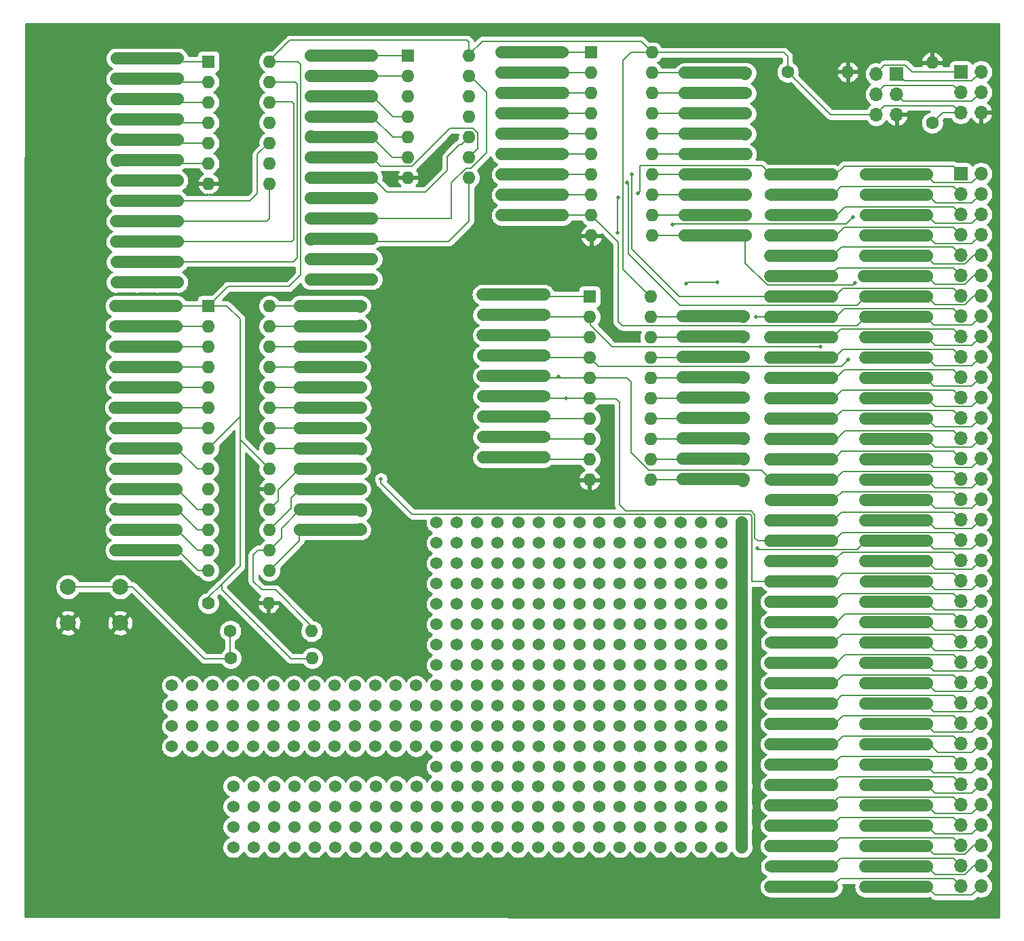
<source format=gbr>
%TF.GenerationSoftware,KiCad,Pcbnew,(5.1.8)-1*%
%TF.CreationDate,2021-01-08T14:24:18-05:00*%
%TF.ProjectId,z80logic,7a38306c-6f67-4696-932e-6b696361645f,1*%
%TF.SameCoordinates,Original*%
%TF.FileFunction,Copper,L2,Bot*%
%TF.FilePolarity,Positive*%
%FSLAX46Y46*%
G04 Gerber Fmt 4.6, Leading zero omitted, Abs format (unit mm)*
G04 Created by KiCad (PCBNEW (5.1.8)-1) date 2021-01-08 14:24:18*
%MOMM*%
%LPD*%
G01*
G04 APERTURE LIST*
%TA.AperFunction,ComponentPad*%
%ADD10C,1.524000*%
%TD*%
%TA.AperFunction,ComponentPad*%
%ADD11O,1.700000X1.700000*%
%TD*%
%TA.AperFunction,ComponentPad*%
%ADD12R,1.700000X1.700000*%
%TD*%
%TA.AperFunction,ComponentPad*%
%ADD13O,1.600000X1.600000*%
%TD*%
%TA.AperFunction,ComponentPad*%
%ADD14R,1.600000X1.600000*%
%TD*%
%TA.AperFunction,ComponentPad*%
%ADD15C,1.600000*%
%TD*%
%TA.AperFunction,ComponentPad*%
%ADD16C,2.000000*%
%TD*%
%TA.AperFunction,ViaPad*%
%ADD17C,0.508000*%
%TD*%
%TA.AperFunction,Conductor*%
%ADD18C,0.203200*%
%TD*%
%TA.AperFunction,Conductor*%
%ADD19C,1.500000*%
%TD*%
%TA.AperFunction,Conductor*%
%ADD20C,0.254000*%
%TD*%
%TA.AperFunction,Conductor*%
%ADD21C,0.100000*%
%TD*%
G04 APERTURE END LIST*
D10*
%TO.P,C20,52*%
%TO.N,Net-(C20-Pad52)*%
X135509000Y-111252000D03*
%TO.P,C20,51*%
%TO.N,Net-(C20-Pad51)*%
X135509000Y-108712000D03*
%TO.P,C20,50*%
%TO.N,Net-(C20-Pad50)*%
X135509000Y-106172000D03*
%TO.P,C20,49*%
%TO.N,Net-(C20-Pad49)*%
X135509000Y-103632000D03*
%TO.P,C20,48*%
%TO.N,Net-(C20-Pad48)*%
X138049000Y-111252000D03*
%TO.P,C20,47*%
%TO.N,Net-(C20-Pad47)*%
X138049000Y-108712000D03*
%TO.P,C20,46*%
%TO.N,Net-(C20-Pad46)*%
X138049000Y-106172000D03*
%TO.P,C20,45*%
%TO.N,Net-(C20-Pad45)*%
X138049000Y-103632000D03*
%TO.P,C20,44*%
%TO.N,Net-(C20-Pad44)*%
X140589000Y-111252000D03*
%TO.P,C20,43*%
%TO.N,Net-(C20-Pad43)*%
X140589000Y-108712000D03*
%TO.P,C20,42*%
%TO.N,Net-(C20-Pad42)*%
X140589000Y-106172000D03*
%TO.P,C20,41*%
%TO.N,Net-(C20-Pad41)*%
X140589000Y-103632000D03*
%TO.P,C20,40*%
%TO.N,Net-(C20-Pad40)*%
X143129000Y-111252000D03*
%TO.P,C20,39*%
%TO.N,Net-(C20-Pad39)*%
X143129000Y-108712000D03*
%TO.P,C20,38*%
%TO.N,Net-(C20-Pad38)*%
X143129000Y-106172000D03*
%TO.P,C20,37*%
%TO.N,Net-(C20-Pad37)*%
X143129000Y-103632000D03*
%TO.P,C20,36*%
%TO.N,Net-(C20-Pad36)*%
X145669000Y-111252000D03*
%TO.P,C20,35*%
%TO.N,Net-(C20-Pad35)*%
X145669000Y-108712000D03*
%TO.P,C20,34*%
%TO.N,Net-(C20-Pad34)*%
X145669000Y-106172000D03*
%TO.P,C20,33*%
%TO.N,Net-(C20-Pad33)*%
X145669000Y-103632000D03*
%TO.P,C20,32*%
%TO.N,Net-(C20-Pad32)*%
X148209000Y-111252000D03*
%TO.P,C20,31*%
%TO.N,Net-(C20-Pad31)*%
X148209000Y-108712000D03*
%TO.P,C20,30*%
%TO.N,Net-(C20-Pad30)*%
X148209000Y-106172000D03*
%TO.P,C20,29*%
%TO.N,Net-(C20-Pad29)*%
X148209000Y-103632000D03*
%TO.P,C20,28*%
%TO.N,Net-(C20-Pad28)*%
X150749000Y-111252000D03*
%TO.P,C20,27*%
%TO.N,Net-(C20-Pad27)*%
X150749000Y-108712000D03*
%TO.P,C20,26*%
%TO.N,Net-(C20-Pad26)*%
X150749000Y-106172000D03*
%TO.P,C20,25*%
%TO.N,Net-(C20-Pad25)*%
X150749000Y-103632000D03*
%TO.P,C20,24*%
%TO.N,Net-(C20-Pad24)*%
X153289000Y-111252000D03*
%TO.P,C20,23*%
%TO.N,Net-(C20-Pad23)*%
X153289000Y-108712000D03*
%TO.P,C20,22*%
%TO.N,Net-(C20-Pad22)*%
X153289000Y-106172000D03*
%TO.P,C20,21*%
%TO.N,Net-(C20-Pad21)*%
X153289000Y-103632000D03*
%TO.P,C20,20*%
%TO.N,Net-(C20-Pad20)*%
X155829000Y-111252000D03*
%TO.P,C20,19*%
%TO.N,Net-(C20-Pad19)*%
X155829000Y-108712000D03*
%TO.P,C20,18*%
%TO.N,Net-(C20-Pad18)*%
X155829000Y-106172000D03*
%TO.P,C20,17*%
%TO.N,Net-(C20-Pad17)*%
X155829000Y-103632000D03*
%TO.P,C20,16*%
%TO.N,Net-(C20-Pad16)*%
X158369000Y-111252000D03*
%TO.P,C20,15*%
%TO.N,Net-(C20-Pad15)*%
X158369000Y-108712000D03*
%TO.P,C20,14*%
%TO.N,Net-(C20-Pad14)*%
X158369000Y-106172000D03*
%TO.P,C20,13*%
%TO.N,Net-(C20-Pad13)*%
X158369000Y-103632000D03*
%TO.P,C20,12*%
%TO.N,Net-(C20-Pad12)*%
X160909000Y-111252000D03*
%TO.P,C20,11*%
%TO.N,Net-(C20-Pad11)*%
X160909000Y-108712000D03*
%TO.P,C20,10*%
%TO.N,Net-(C20-Pad10)*%
X160909000Y-106172000D03*
%TO.P,C20,9*%
%TO.N,Net-(C20-Pad9)*%
X160909000Y-103632000D03*
%TO.P,C20,8*%
%TO.N,Net-(C20-Pad8)*%
X163449000Y-111252000D03*
%TO.P,C20,7*%
%TO.N,Net-(C20-Pad7)*%
X163449000Y-108712000D03*
%TO.P,C20,6*%
%TO.N,Net-(C20-Pad6)*%
X163449000Y-106172000D03*
%TO.P,C20,5*%
%TO.N,Net-(C20-Pad5)*%
X163449000Y-103632000D03*
%TO.P,C20,4*%
%TO.N,Net-(C20-Pad4)*%
X165989000Y-111252000D03*
%TO.P,C20,3*%
%TO.N,Net-(C20-Pad3)*%
X165989000Y-108712000D03*
%TO.P,C20,2*%
%TO.N,Net-(C20-Pad2)*%
X165989000Y-106172000D03*
%TO.P,C20,1*%
%TO.N,Net-(C20-Pad1)*%
X165989000Y-103632000D03*
%TD*%
%TO.P,C19,52*%
%TO.N,Net-(C19-Pad52)*%
X173672500Y-116205000D03*
%TO.P,C19,51*%
%TO.N,Net-(C19-Pad51)*%
X173672500Y-118745000D03*
%TO.P,C19,50*%
%TO.N,Net-(C19-Pad50)*%
X173672500Y-121285000D03*
%TO.P,C19,49*%
%TO.N,Net-(C19-Pad49)*%
X173672500Y-123825000D03*
%TO.P,C19,48*%
%TO.N,Net-(C19-Pad48)*%
X171132500Y-116205000D03*
%TO.P,C19,47*%
%TO.N,Net-(C19-Pad47)*%
X171132500Y-118745000D03*
%TO.P,C19,46*%
%TO.N,Net-(C19-Pad46)*%
X171132500Y-121285000D03*
%TO.P,C19,45*%
%TO.N,Net-(C19-Pad45)*%
X171132500Y-123825000D03*
%TO.P,C19,44*%
%TO.N,Net-(C19-Pad44)*%
X168592500Y-116205000D03*
%TO.P,C19,43*%
%TO.N,Net-(C19-Pad43)*%
X168592500Y-118745000D03*
%TO.P,C19,42*%
%TO.N,Net-(C19-Pad42)*%
X168592500Y-121285000D03*
%TO.P,C19,41*%
%TO.N,Net-(C19-Pad41)*%
X168592500Y-123825000D03*
%TO.P,C19,40*%
%TO.N,Net-(C19-Pad40)*%
X166052500Y-116205000D03*
%TO.P,C19,39*%
%TO.N,Net-(C19-Pad39)*%
X166052500Y-118745000D03*
%TO.P,C19,38*%
%TO.N,Net-(C19-Pad38)*%
X166052500Y-121285000D03*
%TO.P,C19,37*%
%TO.N,Net-(C19-Pad37)*%
X166052500Y-123825000D03*
%TO.P,C19,36*%
%TO.N,Net-(C19-Pad36)*%
X163512500Y-116205000D03*
%TO.P,C19,35*%
%TO.N,Net-(C19-Pad35)*%
X163512500Y-118745000D03*
%TO.P,C19,34*%
%TO.N,Net-(C19-Pad34)*%
X163512500Y-121285000D03*
%TO.P,C19,33*%
%TO.N,Net-(C19-Pad33)*%
X163512500Y-123825000D03*
%TO.P,C19,32*%
%TO.N,Net-(C19-Pad32)*%
X160972500Y-116205000D03*
%TO.P,C19,31*%
%TO.N,Net-(C19-Pad31)*%
X160972500Y-118745000D03*
%TO.P,C19,30*%
%TO.N,Net-(C19-Pad30)*%
X160972500Y-121285000D03*
%TO.P,C19,29*%
%TO.N,Net-(C19-Pad29)*%
X160972500Y-123825000D03*
%TO.P,C19,28*%
%TO.N,Net-(C19-Pad28)*%
X158432500Y-116205000D03*
%TO.P,C19,27*%
%TO.N,Net-(C19-Pad27)*%
X158432500Y-118745000D03*
%TO.P,C19,26*%
%TO.N,Net-(C19-Pad26)*%
X158432500Y-121285000D03*
%TO.P,C19,25*%
%TO.N,Net-(C19-Pad25)*%
X158432500Y-123825000D03*
%TO.P,C19,24*%
%TO.N,Net-(C19-Pad24)*%
X155892500Y-116205000D03*
%TO.P,C19,23*%
%TO.N,Net-(C19-Pad23)*%
X155892500Y-118745000D03*
%TO.P,C19,22*%
%TO.N,Net-(C19-Pad22)*%
X155892500Y-121285000D03*
%TO.P,C19,21*%
%TO.N,Net-(C19-Pad21)*%
X155892500Y-123825000D03*
%TO.P,C19,20*%
%TO.N,Net-(C19-Pad20)*%
X153352500Y-116205000D03*
%TO.P,C19,19*%
%TO.N,Net-(C19-Pad19)*%
X153352500Y-118745000D03*
%TO.P,C19,18*%
%TO.N,Net-(C19-Pad18)*%
X153352500Y-121285000D03*
%TO.P,C19,17*%
%TO.N,Net-(C19-Pad17)*%
X153352500Y-123825000D03*
%TO.P,C19,16*%
%TO.N,Net-(C19-Pad16)*%
X150812500Y-116205000D03*
%TO.P,C19,15*%
%TO.N,Net-(C19-Pad15)*%
X150812500Y-118745000D03*
%TO.P,C19,14*%
%TO.N,Net-(C19-Pad14)*%
X150812500Y-121285000D03*
%TO.P,C19,13*%
%TO.N,Net-(C19-Pad13)*%
X150812500Y-123825000D03*
%TO.P,C19,12*%
%TO.N,Net-(C19-Pad12)*%
X148272500Y-116205000D03*
%TO.P,C19,11*%
%TO.N,Net-(C19-Pad11)*%
X148272500Y-118745000D03*
%TO.P,C19,10*%
%TO.N,Net-(C19-Pad10)*%
X148272500Y-121285000D03*
%TO.P,C19,9*%
%TO.N,Net-(C19-Pad9)*%
X148272500Y-123825000D03*
%TO.P,C19,8*%
%TO.N,Net-(C19-Pad8)*%
X145732500Y-116205000D03*
%TO.P,C19,7*%
%TO.N,Net-(C19-Pad7)*%
X145732500Y-118745000D03*
%TO.P,C19,6*%
%TO.N,Net-(C19-Pad6)*%
X145732500Y-121285000D03*
%TO.P,C19,5*%
%TO.N,Net-(C19-Pad5)*%
X145732500Y-123825000D03*
%TO.P,C19,4*%
%TO.N,Net-(C19-Pad4)*%
X143192500Y-116205000D03*
%TO.P,C19,3*%
%TO.N,Net-(C19-Pad3)*%
X143192500Y-118745000D03*
%TO.P,C19,2*%
%TO.N,Net-(C19-Pad2)*%
X143192500Y-121285000D03*
%TO.P,C19,1*%
%TO.N,Net-(C19-Pad1)*%
X143192500Y-123825000D03*
%TD*%
%TO.P,C18,52*%
%TO.N,Net-(C18-Pad52)*%
X176149000Y-113792000D03*
%TO.P,C18,51*%
%TO.N,Net-(C18-Pad51)*%
X173609000Y-113792000D03*
%TO.P,C18,50*%
%TO.N,Net-(C18-Pad50)*%
X171069000Y-113792000D03*
%TO.P,C18,49*%
%TO.N,Net-(C18-Pad49)*%
X168529000Y-113792000D03*
%TO.P,C18,48*%
%TO.N,Net-(C18-Pad48)*%
X176149000Y-111252000D03*
%TO.P,C18,47*%
%TO.N,Net-(C18-Pad47)*%
X173609000Y-111252000D03*
%TO.P,C18,46*%
%TO.N,Net-(C18-Pad46)*%
X171069000Y-111252000D03*
%TO.P,C18,45*%
%TO.N,Net-(C18-Pad45)*%
X168529000Y-111252000D03*
%TO.P,C18,44*%
%TO.N,Net-(C18-Pad44)*%
X176149000Y-108712000D03*
%TO.P,C18,43*%
%TO.N,Net-(C18-Pad43)*%
X173609000Y-108712000D03*
%TO.P,C18,42*%
%TO.N,Net-(C18-Pad42)*%
X171069000Y-108712000D03*
%TO.P,C18,41*%
%TO.N,Net-(C18-Pad41)*%
X168529000Y-108712000D03*
%TO.P,C18,40*%
%TO.N,Net-(C18-Pad40)*%
X176149000Y-106172000D03*
%TO.P,C18,39*%
%TO.N,Net-(C18-Pad39)*%
X173609000Y-106172000D03*
%TO.P,C18,38*%
%TO.N,Net-(C18-Pad38)*%
X171069000Y-106172000D03*
%TO.P,C18,37*%
%TO.N,Net-(C18-Pad37)*%
X168529000Y-106172000D03*
%TO.P,C18,36*%
%TO.N,Net-(C18-Pad36)*%
X176149000Y-103632000D03*
%TO.P,C18,35*%
%TO.N,Net-(C18-Pad35)*%
X173609000Y-103632000D03*
%TO.P,C18,34*%
%TO.N,Net-(C18-Pad34)*%
X171069000Y-103632000D03*
%TO.P,C18,33*%
%TO.N,Net-(C18-Pad33)*%
X168529000Y-103632000D03*
%TO.P,C18,32*%
%TO.N,Net-(C18-Pad32)*%
X176149000Y-101092000D03*
%TO.P,C18,31*%
%TO.N,Net-(C18-Pad31)*%
X173609000Y-101092000D03*
%TO.P,C18,30*%
%TO.N,Net-(C18-Pad30)*%
X171069000Y-101092000D03*
%TO.P,C18,29*%
%TO.N,Net-(C18-Pad29)*%
X168529000Y-101092000D03*
%TO.P,C18,28*%
%TO.N,Net-(C18-Pad28)*%
X176149000Y-98552000D03*
%TO.P,C18,27*%
%TO.N,Net-(C18-Pad27)*%
X173609000Y-98552000D03*
%TO.P,C18,26*%
%TO.N,Net-(C18-Pad26)*%
X171069000Y-98552000D03*
%TO.P,C18,25*%
%TO.N,Net-(C18-Pad25)*%
X168529000Y-98552000D03*
%TO.P,C18,24*%
%TO.N,Net-(C18-Pad24)*%
X176149000Y-96012000D03*
%TO.P,C18,23*%
%TO.N,Net-(C18-Pad23)*%
X173609000Y-96012000D03*
%TO.P,C18,22*%
%TO.N,Net-(C18-Pad22)*%
X171069000Y-96012000D03*
%TO.P,C18,21*%
%TO.N,Net-(C18-Pad21)*%
X168529000Y-96012000D03*
%TO.P,C18,20*%
%TO.N,Net-(C18-Pad20)*%
X176149000Y-93472000D03*
%TO.P,C18,19*%
%TO.N,Net-(C18-Pad19)*%
X173609000Y-93472000D03*
%TO.P,C18,18*%
%TO.N,Net-(C18-Pad18)*%
X171069000Y-93472000D03*
%TO.P,C18,17*%
%TO.N,Net-(C18-Pad17)*%
X168529000Y-93472000D03*
%TO.P,C18,16*%
%TO.N,Net-(C18-Pad16)*%
X176149000Y-90932000D03*
%TO.P,C18,15*%
%TO.N,Net-(C18-Pad15)*%
X173609000Y-90932000D03*
%TO.P,C18,14*%
%TO.N,Net-(C18-Pad14)*%
X171069000Y-90932000D03*
%TO.P,C18,13*%
%TO.N,Net-(C18-Pad13)*%
X168529000Y-90932000D03*
%TO.P,C18,12*%
%TO.N,Net-(C18-Pad12)*%
X176149000Y-88392000D03*
%TO.P,C18,11*%
%TO.N,Net-(C18-Pad11)*%
X173609000Y-88392000D03*
%TO.P,C18,10*%
%TO.N,Net-(C18-Pad10)*%
X171069000Y-88392000D03*
%TO.P,C18,9*%
%TO.N,Net-(C18-Pad9)*%
X168529000Y-88392000D03*
%TO.P,C18,8*%
%TO.N,Net-(C18-Pad8)*%
X176149000Y-85852000D03*
%TO.P,C18,7*%
%TO.N,Net-(C18-Pad7)*%
X173609000Y-85852000D03*
%TO.P,C18,6*%
%TO.N,Net-(C18-Pad6)*%
X171069000Y-85852000D03*
%TO.P,C18,5*%
%TO.N,Net-(C18-Pad5)*%
X168529000Y-85852000D03*
%TO.P,C18,4*%
%TO.N,Net-(C18-Pad4)*%
X176149000Y-83312000D03*
%TO.P,C18,3*%
%TO.N,Net-(C18-Pad3)*%
X173609000Y-83312000D03*
%TO.P,C18,2*%
%TO.N,Net-(C18-Pad2)*%
X171069000Y-83312000D03*
%TO.P,C18,1*%
%TO.N,Net-(C18-Pad1)*%
X168529000Y-83312000D03*
%TD*%
%TO.P,C17,52*%
%TO.N,/VCC5*%
X206629000Y-116205000D03*
%TO.P,C17,51*%
X206629000Y-118745000D03*
%TO.P,C17,50*%
X206629000Y-121285000D03*
%TO.P,C17,49*%
X206629000Y-123825000D03*
%TO.P,C17,48*%
%TO.N,Net-(C17-Pad48)*%
X204089000Y-116205000D03*
%TO.P,C17,47*%
%TO.N,Net-(C17-Pad47)*%
X204089000Y-118745000D03*
%TO.P,C17,46*%
%TO.N,Net-(C17-Pad46)*%
X204089000Y-121285000D03*
%TO.P,C17,45*%
%TO.N,Net-(C17-Pad45)*%
X204089000Y-123825000D03*
%TO.P,C17,44*%
%TO.N,Net-(C17-Pad44)*%
X201549000Y-116205000D03*
%TO.P,C17,43*%
%TO.N,Net-(C17-Pad43)*%
X201549000Y-118745000D03*
%TO.P,C17,42*%
%TO.N,Net-(C17-Pad42)*%
X201549000Y-121285000D03*
%TO.P,C17,41*%
%TO.N,Net-(C17-Pad41)*%
X201549000Y-123825000D03*
%TO.P,C17,40*%
%TO.N,Net-(C17-Pad40)*%
X199009000Y-116205000D03*
%TO.P,C17,39*%
%TO.N,Net-(C17-Pad39)*%
X199009000Y-118745000D03*
%TO.P,C17,38*%
%TO.N,Net-(C17-Pad38)*%
X199009000Y-121285000D03*
%TO.P,C17,37*%
%TO.N,Net-(C17-Pad37)*%
X199009000Y-123825000D03*
%TO.P,C17,36*%
%TO.N,Net-(C17-Pad36)*%
X196469000Y-116205000D03*
%TO.P,C17,35*%
%TO.N,Net-(C17-Pad35)*%
X196469000Y-118745000D03*
%TO.P,C17,34*%
%TO.N,Net-(C17-Pad34)*%
X196469000Y-121285000D03*
%TO.P,C17,33*%
%TO.N,Net-(C17-Pad33)*%
X196469000Y-123825000D03*
%TO.P,C17,32*%
%TO.N,Net-(C17-Pad32)*%
X193929000Y-116205000D03*
%TO.P,C17,31*%
%TO.N,Net-(C17-Pad31)*%
X193929000Y-118745000D03*
%TO.P,C17,30*%
%TO.N,Net-(C17-Pad30)*%
X193929000Y-121285000D03*
%TO.P,C17,29*%
%TO.N,Net-(C17-Pad29)*%
X193929000Y-123825000D03*
%TO.P,C17,28*%
%TO.N,Net-(C17-Pad28)*%
X191389000Y-116205000D03*
%TO.P,C17,27*%
%TO.N,Net-(C17-Pad27)*%
X191389000Y-118745000D03*
%TO.P,C17,26*%
%TO.N,Net-(C17-Pad26)*%
X191389000Y-121285000D03*
%TO.P,C17,25*%
%TO.N,Net-(C17-Pad25)*%
X191389000Y-123825000D03*
%TO.P,C17,24*%
%TO.N,Net-(C17-Pad24)*%
X188849000Y-116205000D03*
%TO.P,C17,23*%
%TO.N,Net-(C17-Pad23)*%
X188849000Y-118745000D03*
%TO.P,C17,22*%
%TO.N,Net-(C17-Pad22)*%
X188849000Y-121285000D03*
%TO.P,C17,21*%
%TO.N,Net-(C17-Pad21)*%
X188849000Y-123825000D03*
%TO.P,C17,20*%
%TO.N,Net-(C17-Pad20)*%
X186309000Y-116205000D03*
%TO.P,C17,19*%
%TO.N,Net-(C17-Pad19)*%
X186309000Y-118745000D03*
%TO.P,C17,18*%
%TO.N,Net-(C17-Pad18)*%
X186309000Y-121285000D03*
%TO.P,C17,17*%
%TO.N,Net-(C17-Pad17)*%
X186309000Y-123825000D03*
%TO.P,C17,16*%
%TO.N,Net-(C17-Pad16)*%
X183769000Y-116205000D03*
%TO.P,C17,15*%
%TO.N,Net-(C17-Pad15)*%
X183769000Y-118745000D03*
%TO.P,C17,14*%
%TO.N,Net-(C17-Pad14)*%
X183769000Y-121285000D03*
%TO.P,C17,13*%
%TO.N,Net-(C17-Pad13)*%
X183769000Y-123825000D03*
%TO.P,C17,12*%
%TO.N,Net-(C17-Pad12)*%
X181229000Y-116205000D03*
%TO.P,C17,11*%
%TO.N,Net-(C17-Pad11)*%
X181229000Y-118745000D03*
%TO.P,C17,10*%
%TO.N,Net-(C17-Pad10)*%
X181229000Y-121285000D03*
%TO.P,C17,9*%
%TO.N,Net-(C17-Pad9)*%
X181229000Y-123825000D03*
%TO.P,C17,8*%
%TO.N,Net-(C17-Pad8)*%
X178689000Y-116205000D03*
%TO.P,C17,7*%
%TO.N,Net-(C17-Pad7)*%
X178689000Y-118745000D03*
%TO.P,C17,6*%
%TO.N,Net-(C17-Pad6)*%
X178689000Y-121285000D03*
%TO.P,C17,5*%
%TO.N,Net-(C17-Pad5)*%
X178689000Y-123825000D03*
%TO.P,C17,4*%
%TO.N,Net-(C17-Pad4)*%
X176149000Y-116205000D03*
%TO.P,C17,3*%
%TO.N,Net-(C17-Pad3)*%
X176149000Y-118745000D03*
%TO.P,C17,2*%
%TO.N,Net-(C17-Pad2)*%
X176149000Y-121285000D03*
%TO.P,C17,1*%
%TO.N,Net-(C17-Pad1)*%
X176149000Y-123825000D03*
%TD*%
%TO.P,C16,52*%
%TO.N,Net-(C16-Pad52)*%
X186387740Y-113776760D03*
%TO.P,C16,51*%
%TO.N,Net-(C16-Pad51)*%
X183847740Y-113776760D03*
%TO.P,C16,50*%
%TO.N,Net-(C16-Pad50)*%
X181307740Y-113776760D03*
%TO.P,C16,49*%
%TO.N,Net-(C16-Pad49)*%
X178767740Y-113776760D03*
%TO.P,C16,48*%
%TO.N,Net-(C16-Pad48)*%
X186387740Y-111236760D03*
%TO.P,C16,47*%
%TO.N,Net-(C16-Pad47)*%
X183847740Y-111236760D03*
%TO.P,C16,46*%
%TO.N,Net-(C16-Pad46)*%
X181307740Y-111236760D03*
%TO.P,C16,45*%
%TO.N,Net-(C16-Pad45)*%
X178767740Y-111236760D03*
%TO.P,C16,44*%
%TO.N,Net-(C16-Pad44)*%
X186387740Y-108696760D03*
%TO.P,C16,43*%
%TO.N,Net-(C16-Pad43)*%
X183847740Y-108696760D03*
%TO.P,C16,42*%
%TO.N,Net-(C16-Pad42)*%
X181307740Y-108696760D03*
%TO.P,C16,41*%
%TO.N,Net-(C16-Pad41)*%
X178767740Y-108696760D03*
%TO.P,C16,40*%
%TO.N,Net-(C16-Pad40)*%
X186387740Y-106156760D03*
%TO.P,C16,39*%
%TO.N,Net-(C16-Pad39)*%
X183847740Y-106156760D03*
%TO.P,C16,38*%
%TO.N,Net-(C16-Pad38)*%
X181307740Y-106156760D03*
%TO.P,C16,37*%
%TO.N,Net-(C16-Pad37)*%
X178767740Y-106156760D03*
%TO.P,C16,36*%
%TO.N,Net-(C16-Pad36)*%
X186387740Y-103616760D03*
%TO.P,C16,35*%
%TO.N,Net-(C16-Pad35)*%
X183847740Y-103616760D03*
%TO.P,C16,34*%
%TO.N,Net-(C16-Pad34)*%
X181307740Y-103616760D03*
%TO.P,C16,33*%
%TO.N,Net-(C16-Pad33)*%
X178767740Y-103616760D03*
%TO.P,C16,32*%
%TO.N,Net-(C16-Pad32)*%
X186387740Y-101076760D03*
%TO.P,C16,31*%
%TO.N,Net-(C16-Pad31)*%
X183847740Y-101076760D03*
%TO.P,C16,30*%
%TO.N,Net-(C16-Pad30)*%
X181307740Y-101076760D03*
%TO.P,C16,29*%
%TO.N,Net-(C16-Pad29)*%
X178767740Y-101076760D03*
%TO.P,C16,28*%
%TO.N,Net-(C16-Pad28)*%
X186387740Y-98536760D03*
%TO.P,C16,27*%
%TO.N,Net-(C16-Pad27)*%
X183847740Y-98536760D03*
%TO.P,C16,26*%
%TO.N,Net-(C16-Pad26)*%
X181307740Y-98536760D03*
%TO.P,C16,25*%
%TO.N,Net-(C16-Pad25)*%
X178767740Y-98536760D03*
%TO.P,C16,24*%
%TO.N,Net-(C16-Pad24)*%
X186387740Y-95996760D03*
%TO.P,C16,23*%
%TO.N,Net-(C16-Pad23)*%
X183847740Y-95996760D03*
%TO.P,C16,22*%
%TO.N,Net-(C16-Pad22)*%
X181307740Y-95996760D03*
%TO.P,C16,21*%
%TO.N,Net-(C16-Pad21)*%
X178767740Y-95996760D03*
%TO.P,C16,20*%
%TO.N,Net-(C16-Pad20)*%
X186387740Y-93456760D03*
%TO.P,C16,19*%
%TO.N,Net-(C16-Pad19)*%
X183847740Y-93456760D03*
%TO.P,C16,18*%
%TO.N,Net-(C16-Pad18)*%
X181307740Y-93456760D03*
%TO.P,C16,17*%
%TO.N,Net-(C16-Pad17)*%
X178767740Y-93456760D03*
%TO.P,C16,16*%
%TO.N,Net-(C16-Pad16)*%
X186387740Y-90916760D03*
%TO.P,C16,15*%
%TO.N,Net-(C16-Pad15)*%
X183847740Y-90916760D03*
%TO.P,C16,14*%
%TO.N,Net-(C16-Pad14)*%
X181307740Y-90916760D03*
%TO.P,C16,13*%
%TO.N,Net-(C16-Pad13)*%
X178767740Y-90916760D03*
%TO.P,C16,12*%
%TO.N,Net-(C16-Pad12)*%
X186387740Y-88376760D03*
%TO.P,C16,11*%
%TO.N,Net-(C16-Pad11)*%
X183847740Y-88376760D03*
%TO.P,C16,10*%
%TO.N,Net-(C16-Pad10)*%
X181307740Y-88376760D03*
%TO.P,C16,9*%
%TO.N,Net-(C16-Pad9)*%
X178767740Y-88376760D03*
%TO.P,C16,8*%
%TO.N,Net-(C16-Pad8)*%
X186387740Y-85836760D03*
%TO.P,C16,7*%
%TO.N,Net-(C16-Pad7)*%
X183847740Y-85836760D03*
%TO.P,C16,6*%
%TO.N,Net-(C16-Pad6)*%
X181307740Y-85836760D03*
%TO.P,C16,5*%
%TO.N,Net-(C16-Pad5)*%
X178767740Y-85836760D03*
%TO.P,C16,4*%
%TO.N,Net-(C16-Pad4)*%
X186387740Y-83296760D03*
%TO.P,C16,3*%
%TO.N,Net-(C16-Pad3)*%
X183847740Y-83296760D03*
%TO.P,C16,2*%
%TO.N,Net-(C16-Pad2)*%
X181307740Y-83296760D03*
%TO.P,C16,1*%
%TO.N,Net-(C16-Pad1)*%
X178767740Y-83296760D03*
%TD*%
%TO.P,C15,52*%
%TO.N,Net-(C15-Pad52)*%
X196469000Y-113792000D03*
%TO.P,C15,51*%
%TO.N,Net-(C15-Pad51)*%
X193929000Y-113792000D03*
%TO.P,C15,50*%
%TO.N,Net-(C15-Pad50)*%
X191389000Y-113792000D03*
%TO.P,C15,49*%
%TO.N,Net-(C15-Pad49)*%
X188849000Y-113792000D03*
%TO.P,C15,48*%
%TO.N,Net-(C15-Pad48)*%
X196469000Y-111252000D03*
%TO.P,C15,47*%
%TO.N,Net-(C15-Pad47)*%
X193929000Y-111252000D03*
%TO.P,C15,46*%
%TO.N,Net-(C15-Pad46)*%
X191389000Y-111252000D03*
%TO.P,C15,45*%
%TO.N,Net-(C15-Pad45)*%
X188849000Y-111252000D03*
%TO.P,C15,44*%
%TO.N,Net-(C15-Pad44)*%
X196469000Y-108712000D03*
%TO.P,C15,43*%
%TO.N,Net-(C15-Pad43)*%
X193929000Y-108712000D03*
%TO.P,C15,42*%
%TO.N,Net-(C15-Pad42)*%
X191389000Y-108712000D03*
%TO.P,C15,41*%
%TO.N,Net-(C15-Pad41)*%
X188849000Y-108712000D03*
%TO.P,C15,40*%
%TO.N,Net-(C15-Pad40)*%
X196469000Y-106172000D03*
%TO.P,C15,39*%
%TO.N,Net-(C15-Pad39)*%
X193929000Y-106172000D03*
%TO.P,C15,38*%
%TO.N,Net-(C15-Pad38)*%
X191389000Y-106172000D03*
%TO.P,C15,37*%
%TO.N,Net-(C15-Pad37)*%
X188849000Y-106172000D03*
%TO.P,C15,36*%
%TO.N,Net-(C15-Pad36)*%
X196469000Y-103632000D03*
%TO.P,C15,35*%
%TO.N,Net-(C15-Pad35)*%
X193929000Y-103632000D03*
%TO.P,C15,34*%
%TO.N,Net-(C15-Pad34)*%
X191389000Y-103632000D03*
%TO.P,C15,33*%
%TO.N,Net-(C15-Pad33)*%
X188849000Y-103632000D03*
%TO.P,C15,32*%
%TO.N,Net-(C15-Pad32)*%
X196469000Y-101092000D03*
%TO.P,C15,31*%
%TO.N,Net-(C15-Pad31)*%
X193929000Y-101092000D03*
%TO.P,C15,30*%
%TO.N,Net-(C15-Pad30)*%
X191389000Y-101092000D03*
%TO.P,C15,29*%
%TO.N,Net-(C15-Pad29)*%
X188849000Y-101092000D03*
%TO.P,C15,28*%
%TO.N,Net-(C15-Pad28)*%
X196469000Y-98552000D03*
%TO.P,C15,27*%
%TO.N,Net-(C15-Pad27)*%
X193929000Y-98552000D03*
%TO.P,C15,26*%
%TO.N,Net-(C15-Pad26)*%
X191389000Y-98552000D03*
%TO.P,C15,25*%
%TO.N,Net-(C15-Pad25)*%
X188849000Y-98552000D03*
%TO.P,C15,24*%
%TO.N,Net-(C15-Pad24)*%
X196469000Y-96012000D03*
%TO.P,C15,23*%
%TO.N,Net-(C15-Pad23)*%
X193929000Y-96012000D03*
%TO.P,C15,22*%
%TO.N,Net-(C15-Pad22)*%
X191389000Y-96012000D03*
%TO.P,C15,21*%
%TO.N,Net-(C15-Pad21)*%
X188849000Y-96012000D03*
%TO.P,C15,20*%
%TO.N,Net-(C15-Pad20)*%
X196469000Y-93472000D03*
%TO.P,C15,19*%
%TO.N,Net-(C15-Pad19)*%
X193929000Y-93472000D03*
%TO.P,C15,18*%
%TO.N,Net-(C15-Pad18)*%
X191389000Y-93472000D03*
%TO.P,C15,17*%
%TO.N,Net-(C15-Pad17)*%
X188849000Y-93472000D03*
%TO.P,C15,16*%
%TO.N,Net-(C15-Pad16)*%
X196469000Y-90932000D03*
%TO.P,C15,15*%
%TO.N,Net-(C15-Pad15)*%
X193929000Y-90932000D03*
%TO.P,C15,14*%
%TO.N,Net-(C15-Pad14)*%
X191389000Y-90932000D03*
%TO.P,C15,13*%
%TO.N,Net-(C15-Pad13)*%
X188849000Y-90932000D03*
%TO.P,C15,12*%
%TO.N,Net-(C15-Pad12)*%
X196469000Y-88392000D03*
%TO.P,C15,11*%
%TO.N,Net-(C15-Pad11)*%
X193929000Y-88392000D03*
%TO.P,C15,10*%
%TO.N,Net-(C15-Pad10)*%
X191389000Y-88392000D03*
%TO.P,C15,9*%
%TO.N,Net-(C15-Pad9)*%
X188849000Y-88392000D03*
%TO.P,C15,8*%
%TO.N,Net-(C15-Pad8)*%
X196469000Y-85852000D03*
%TO.P,C15,7*%
%TO.N,Net-(C15-Pad7)*%
X193929000Y-85852000D03*
%TO.P,C15,6*%
%TO.N,Net-(C15-Pad6)*%
X191389000Y-85852000D03*
%TO.P,C15,5*%
%TO.N,Net-(C15-Pad5)*%
X188849000Y-85852000D03*
%TO.P,C15,4*%
%TO.N,Net-(C15-Pad4)*%
X196469000Y-83312000D03*
%TO.P,C15,3*%
%TO.N,Net-(C15-Pad3)*%
X193929000Y-83312000D03*
%TO.P,C15,2*%
%TO.N,Net-(C15-Pad2)*%
X191389000Y-83312000D03*
%TO.P,C15,1*%
%TO.N,Net-(C15-Pad1)*%
X188849000Y-83312000D03*
%TD*%
%TO.P,C14,52*%
%TO.N,/VCC5*%
X206580740Y-113776760D03*
%TO.P,C14,51*%
%TO.N,Net-(C14-Pad51)*%
X204040740Y-113776760D03*
%TO.P,C14,50*%
%TO.N,Net-(C14-Pad50)*%
X201500740Y-113776760D03*
%TO.P,C14,49*%
%TO.N,Net-(C14-Pad49)*%
X198960740Y-113776760D03*
%TO.P,C14,48*%
%TO.N,/VCC5*%
X206580740Y-111236760D03*
%TO.P,C14,47*%
%TO.N,Net-(C14-Pad47)*%
X204040740Y-111236760D03*
%TO.P,C14,46*%
%TO.N,Net-(C14-Pad46)*%
X201500740Y-111236760D03*
%TO.P,C14,45*%
%TO.N,Net-(C14-Pad45)*%
X198960740Y-111236760D03*
%TO.P,C14,44*%
%TO.N,/VCC5*%
X206580740Y-108696760D03*
%TO.P,C14,43*%
%TO.N,Net-(C14-Pad43)*%
X204040740Y-108696760D03*
%TO.P,C14,42*%
%TO.N,Net-(C14-Pad42)*%
X201500740Y-108696760D03*
%TO.P,C14,41*%
%TO.N,Net-(C14-Pad41)*%
X198960740Y-108696760D03*
%TO.P,C14,40*%
%TO.N,/VCC5*%
X206580740Y-106156760D03*
%TO.P,C14,39*%
%TO.N,Net-(C14-Pad39)*%
X204040740Y-106156760D03*
%TO.P,C14,38*%
%TO.N,Net-(C14-Pad38)*%
X201500740Y-106156760D03*
%TO.P,C14,37*%
%TO.N,Net-(C14-Pad37)*%
X198960740Y-106156760D03*
%TO.P,C14,36*%
%TO.N,/VCC5*%
X206580740Y-103616760D03*
%TO.P,C14,35*%
%TO.N,Net-(C14-Pad35)*%
X204040740Y-103616760D03*
%TO.P,C14,34*%
%TO.N,Net-(C14-Pad34)*%
X201500740Y-103616760D03*
%TO.P,C14,33*%
%TO.N,Net-(C14-Pad33)*%
X198960740Y-103616760D03*
%TO.P,C14,32*%
%TO.N,/VCC5*%
X206580740Y-101076760D03*
%TO.P,C14,31*%
%TO.N,Net-(C14-Pad31)*%
X204040740Y-101076760D03*
%TO.P,C14,30*%
%TO.N,Net-(C14-Pad30)*%
X201500740Y-101076760D03*
%TO.P,C14,29*%
%TO.N,Net-(C14-Pad29)*%
X198960740Y-101076760D03*
%TO.P,C14,28*%
%TO.N,/VCC5*%
X206580740Y-98536760D03*
%TO.P,C14,27*%
%TO.N,Net-(C14-Pad27)*%
X204040740Y-98536760D03*
%TO.P,C14,26*%
%TO.N,Net-(C14-Pad26)*%
X201500740Y-98536760D03*
%TO.P,C14,25*%
%TO.N,Net-(C14-Pad25)*%
X198960740Y-98536760D03*
%TO.P,C14,24*%
%TO.N,/VCC5*%
X206580740Y-95996760D03*
%TO.P,C14,23*%
%TO.N,Net-(C14-Pad23)*%
X204040740Y-95996760D03*
%TO.P,C14,22*%
%TO.N,Net-(C14-Pad22)*%
X201500740Y-95996760D03*
%TO.P,C14,21*%
%TO.N,Net-(C14-Pad21)*%
X198960740Y-95996760D03*
%TO.P,C14,20*%
%TO.N,/VCC5*%
X206580740Y-93456760D03*
%TO.P,C14,19*%
%TO.N,Net-(C14-Pad19)*%
X204040740Y-93456760D03*
%TO.P,C14,18*%
%TO.N,Net-(C14-Pad18)*%
X201500740Y-93456760D03*
%TO.P,C14,17*%
%TO.N,Net-(C14-Pad17)*%
X198960740Y-93456760D03*
%TO.P,C14,16*%
%TO.N,/VCC5*%
X206580740Y-90916760D03*
%TO.P,C14,15*%
%TO.N,Net-(C14-Pad15)*%
X204040740Y-90916760D03*
%TO.P,C14,14*%
%TO.N,Net-(C14-Pad14)*%
X201500740Y-90916760D03*
%TO.P,C14,13*%
%TO.N,Net-(C14-Pad13)*%
X198960740Y-90916760D03*
%TO.P,C14,12*%
%TO.N,/VCC5*%
X206580740Y-88376760D03*
%TO.P,C14,11*%
%TO.N,Net-(C14-Pad11)*%
X204040740Y-88376760D03*
%TO.P,C14,10*%
%TO.N,Net-(C14-Pad10)*%
X201500740Y-88376760D03*
%TO.P,C14,9*%
%TO.N,Net-(C14-Pad9)*%
X198960740Y-88376760D03*
%TO.P,C14,8*%
%TO.N,/VCC5*%
X206580740Y-85836760D03*
%TO.P,C14,7*%
%TO.N,Net-(C14-Pad7)*%
X204040740Y-85836760D03*
%TO.P,C14,6*%
%TO.N,Net-(C14-Pad6)*%
X201500740Y-85836760D03*
%TO.P,C14,5*%
%TO.N,Net-(C14-Pad5)*%
X198960740Y-85836760D03*
%TO.P,C14,4*%
%TO.N,/VCC5*%
X206580740Y-83296760D03*
%TO.P,C14,3*%
%TO.N,Net-(C14-Pad3)*%
X204040740Y-83296760D03*
%TO.P,C14,2*%
%TO.N,Net-(C14-Pad2)*%
X201500740Y-83296760D03*
%TO.P,C14,1*%
%TO.N,Net-(C14-Pad1)*%
X198960740Y-83296760D03*
%TD*%
D11*
%TO.P,J3,6*%
%TO.N,/VCC5*%
X223393000Y-32385000D03*
%TO.P,J3,5*%
%TO.N,/GND*%
X225933000Y-32385000D03*
%TO.P,J3,4*%
%TO.N,/POWER3*%
X223393000Y-29845000D03*
%TO.P,J3,3*%
%TO.N,/VCC3*%
X225933000Y-29845000D03*
%TO.P,J3,2*%
%TO.N,/RESET*%
X223393000Y-27305000D03*
D12*
%TO.P,J3,1*%
%TO.N,/POWER2*%
X225933000Y-27305000D03*
%TD*%
D13*
%TO.P,IOPORT1,20*%
%TO.N,/VCC5*%
X195250001Y-55092001D03*
%TO.P,IOPORT1,10*%
%TO.N,/GND*%
X187630001Y-77952001D03*
%TO.P,IOPORT1,19*%
%TO.N,Net-(C13-Pad1)*%
X195250001Y-57632001D03*
%TO.P,IOPORT1,9*%
%TO.N,Net-(C12-Pad33)*%
X187630001Y-75412001D03*
%TO.P,IOPORT1,18*%
%TO.N,Net-(C13-Pad5)*%
X195250001Y-60172001D03*
%TO.P,IOPORT1,8*%
%TO.N,/M1*%
X187630001Y-72872001D03*
%TO.P,IOPORT1,17*%
%TO.N,Net-(C13-Pad10)*%
X195250001Y-62712001D03*
%TO.P,IOPORT1,7*%
%TO.N,Net-(C12-Pad25)*%
X187630001Y-70332001D03*
%TO.P,IOPORT1,16*%
%TO.N,Net-(C13-Pad13)*%
X195250001Y-65252001D03*
%TO.P,IOPORT1,6*%
%TO.N,/RFSH*%
X187630001Y-67792001D03*
%TO.P,IOPORT1,15*%
%TO.N,Net-(C13-Pad17)*%
X195250001Y-67792001D03*
%TO.P,IOPORT1,5*%
%TO.N,/IORQ*%
X187630001Y-65252001D03*
%TO.P,IOPORT1,14*%
%TO.N,Net-(C13-Pad21)*%
X195250001Y-70332001D03*
%TO.P,IOPORT1,4*%
%TO.N,/A3*%
X187630001Y-62712001D03*
%TO.P,IOPORT1,13*%
%TO.N,Net-(C13-Pad25)*%
X195250001Y-72872001D03*
%TO.P,IOPORT1,3*%
%TO.N,/A2*%
X187630001Y-60172001D03*
%TO.P,IOPORT1,12*%
%TO.N,Net-(C13-Pad29)*%
X195250001Y-75412001D03*
%TO.P,IOPORT1,2*%
%TO.N,/A1*%
X187630001Y-57632001D03*
%TO.P,IOPORT1,11*%
%TO.N,Net-(C13-Pad33)*%
X195250001Y-77952001D03*
D14*
%TO.P,IOPORT1,1*%
%TO.N,/A0*%
X187630001Y-55092001D03*
%TD*%
D10*
%TO.P,C13,36*%
%TO.N,Net-(C13-Pad33)*%
X206834740Y-77835760D03*
%TO.P,C13,35*%
X204294740Y-77835760D03*
%TO.P,C13,34*%
X201754740Y-77835760D03*
%TO.P,C13,33*%
X199214740Y-77835760D03*
%TO.P,C13,32*%
%TO.N,Net-(C13-Pad29)*%
X206834740Y-75295760D03*
%TO.P,C13,31*%
X204294740Y-75295760D03*
%TO.P,C13,30*%
X201754740Y-75295760D03*
%TO.P,C13,29*%
X199214740Y-75295760D03*
%TO.P,C13,28*%
%TO.N,Net-(C13-Pad25)*%
X206834740Y-72755760D03*
%TO.P,C13,27*%
X204294740Y-72755760D03*
%TO.P,C13,26*%
X201754740Y-72755760D03*
%TO.P,C13,25*%
X199214740Y-72755760D03*
%TO.P,C13,24*%
%TO.N,Net-(C13-Pad21)*%
X206834740Y-70215760D03*
%TO.P,C13,23*%
X204294740Y-70215760D03*
%TO.P,C13,22*%
X201754740Y-70215760D03*
%TO.P,C13,21*%
X199214740Y-70215760D03*
%TO.P,C13,20*%
%TO.N,Net-(C13-Pad17)*%
X206834740Y-67675760D03*
%TO.P,C13,19*%
X204294740Y-67675760D03*
%TO.P,C13,18*%
X201754740Y-67675760D03*
%TO.P,C13,17*%
X199214740Y-67675760D03*
%TO.P,C13,16*%
%TO.N,Net-(C13-Pad13)*%
X206834740Y-65135760D03*
%TO.P,C13,15*%
X204294740Y-65135760D03*
%TO.P,C13,14*%
X201754740Y-65135760D03*
%TO.P,C13,13*%
X199214740Y-65135760D03*
%TO.P,C13,12*%
%TO.N,Net-(C13-Pad10)*%
X206834740Y-62595760D03*
%TO.P,C13,11*%
X204294740Y-62595760D03*
%TO.P,C13,10*%
X201754740Y-62595760D03*
%TO.P,C13,9*%
X199214740Y-62595760D03*
%TO.P,C13,8*%
%TO.N,Net-(C13-Pad5)*%
X206834740Y-60055760D03*
%TO.P,C13,7*%
X204294740Y-60055760D03*
%TO.P,C13,6*%
X201754740Y-60055760D03*
%TO.P,C13,5*%
X199214740Y-60055760D03*
%TO.P,C13,4*%
%TO.N,Net-(C13-Pad1)*%
X206834740Y-57515760D03*
%TO.P,C13,3*%
X204294740Y-57515760D03*
%TO.P,C13,2*%
X201754740Y-57515760D03*
%TO.P,C13,1*%
X199214740Y-57515760D03*
%TD*%
%TO.P,C12,36*%
%TO.N,Net-(C12-Pad33)*%
X181942740Y-75168760D03*
%TO.P,C12,35*%
X179402740Y-75168760D03*
%TO.P,C12,34*%
X176862740Y-75168760D03*
%TO.P,C12,33*%
X174322740Y-75168760D03*
%TO.P,C12,32*%
%TO.N,/M1*%
X181942740Y-72628760D03*
%TO.P,C12,31*%
X179402740Y-72628760D03*
%TO.P,C12,30*%
X176862740Y-72628760D03*
%TO.P,C12,29*%
X174322740Y-72628760D03*
%TO.P,C12,28*%
%TO.N,Net-(C12-Pad25)*%
X181942740Y-70088760D03*
%TO.P,C12,27*%
X179402740Y-70088760D03*
%TO.P,C12,26*%
X176862740Y-70088760D03*
%TO.P,C12,25*%
X174322740Y-70088760D03*
%TO.P,C12,24*%
%TO.N,/RFSH*%
X181942740Y-67548760D03*
%TO.P,C12,23*%
X179402740Y-67548760D03*
%TO.P,C12,22*%
X176862740Y-67548760D03*
%TO.P,C12,21*%
X174322740Y-67548760D03*
%TO.P,C12,20*%
%TO.N,/IORQ*%
X181942740Y-65008760D03*
%TO.P,C12,19*%
X179402740Y-65008760D03*
%TO.P,C12,18*%
X176862740Y-65008760D03*
%TO.P,C12,17*%
X174322740Y-65008760D03*
%TO.P,C12,16*%
%TO.N,/A3*%
X181942740Y-62468760D03*
%TO.P,C12,15*%
X179402740Y-62468760D03*
%TO.P,C12,14*%
X176862740Y-62468760D03*
%TO.P,C12,13*%
X174322740Y-62468760D03*
%TO.P,C12,12*%
%TO.N,/A2*%
X181942740Y-59928760D03*
%TO.P,C12,11*%
X179402740Y-59928760D03*
%TO.P,C12,10*%
X176862740Y-59928760D03*
%TO.P,C12,9*%
X174322740Y-59928760D03*
%TO.P,C12,8*%
%TO.N,/A1*%
X181942740Y-57388760D03*
%TO.P,C12,7*%
X179402740Y-57388760D03*
%TO.P,C12,6*%
X176862740Y-57388760D03*
%TO.P,C12,5*%
X174322740Y-57388760D03*
%TO.P,C12,4*%
%TO.N,/A0*%
X181942740Y-54848760D03*
%TO.P,C12,3*%
X179402740Y-54848760D03*
%TO.P,C12,2*%
X176862740Y-54848760D03*
%TO.P,C12,1*%
X174322740Y-54848760D03*
%TD*%
D13*
%TO.P,OR1,14*%
%TO.N,/VCC5*%
X147706001Y-25755001D03*
%TO.P,OR1,7*%
%TO.N,/GND*%
X140086001Y-40995001D03*
%TO.P,OR1,13*%
%TO.N,/O4B*%
X147706001Y-28295001D03*
%TO.P,OR1,6*%
%TO.N,/O2Y*%
X140086001Y-38455001D03*
%TO.P,OR1,12*%
%TO.N,/O4A*%
X147706001Y-30835001D03*
%TO.P,OR1,5*%
%TO.N,/O2B*%
X140086001Y-35915001D03*
%TO.P,OR1,11*%
%TO.N,/O4Y*%
X147706001Y-33375001D03*
%TO.P,OR1,4*%
%TO.N,/O2A*%
X140086001Y-33375001D03*
%TO.P,OR1,10*%
%TO.N,/O3B*%
X147706001Y-35915001D03*
%TO.P,OR1,3*%
%TO.N,/O1Y*%
X140086001Y-30835001D03*
%TO.P,OR1,9*%
%TO.N,/O3A*%
X147706001Y-38455001D03*
%TO.P,OR1,2*%
%TO.N,/O1B*%
X140086001Y-28295001D03*
%TO.P,OR1,8*%
%TO.N,/O3Y*%
X147706001Y-40995001D03*
D14*
%TO.P,OR1,1*%
%TO.N,/O1A*%
X140086001Y-25755001D03*
%TD*%
D10*
%TO.P,C11,48*%
%TO.N,/O4Y*%
X136231941Y-53306021D03*
%TO.P,C11,47*%
X133691941Y-53306021D03*
%TO.P,C11,46*%
X131151941Y-53306021D03*
%TO.P,C11,45*%
X128611941Y-53306021D03*
%TO.P,C11,44*%
%TO.N,/O4B*%
X136231941Y-50766021D03*
%TO.P,C11,43*%
X133691941Y-50766021D03*
%TO.P,C11,42*%
X131151941Y-50766021D03*
%TO.P,C11,41*%
X128611941Y-50766021D03*
%TO.P,C11,40*%
%TO.N,/O4A*%
X136231941Y-48226021D03*
%TO.P,C11,39*%
X133691941Y-48226021D03*
%TO.P,C11,38*%
X131151941Y-48226021D03*
%TO.P,C11,37*%
X128611941Y-48226021D03*
%TO.P,C11,36*%
%TO.N,/O3Y*%
X136231941Y-45686021D03*
%TO.P,C11,35*%
X133691941Y-45686021D03*
%TO.P,C11,34*%
X131151941Y-45686021D03*
%TO.P,C11,33*%
X128611941Y-45686021D03*
%TO.P,C11,32*%
%TO.N,/O3B*%
X136231941Y-43146021D03*
%TO.P,C11,31*%
X133691941Y-43146021D03*
%TO.P,C11,30*%
X131151941Y-43146021D03*
%TO.P,C11,29*%
X128611941Y-43146021D03*
%TO.P,C11,28*%
%TO.N,/O3A*%
X136231941Y-40606021D03*
%TO.P,C11,27*%
X133691941Y-40606021D03*
%TO.P,C11,26*%
X131151941Y-40606021D03*
%TO.P,C11,25*%
X128611941Y-40606021D03*
%TO.P,C11,24*%
%TO.N,/O2Y*%
X136231941Y-38066021D03*
%TO.P,C11,23*%
X133691941Y-38066021D03*
%TO.P,C11,22*%
X131151941Y-38066021D03*
%TO.P,C11,21*%
X128611941Y-38066021D03*
%TO.P,C11,20*%
%TO.N,/O2B*%
X136231941Y-35526021D03*
%TO.P,C11,19*%
X133691941Y-35526021D03*
%TO.P,C11,18*%
X131151941Y-35526021D03*
%TO.P,C11,17*%
X128611941Y-35526021D03*
%TO.P,C11,16*%
%TO.N,/O2A*%
X136231941Y-32986021D03*
%TO.P,C11,15*%
X133691941Y-32986021D03*
%TO.P,C11,14*%
X131151941Y-32986021D03*
%TO.P,C11,13*%
X128611941Y-32986021D03*
%TO.P,C11,12*%
%TO.N,/O1Y*%
X136231941Y-30446021D03*
%TO.P,C11,11*%
X133691941Y-30446021D03*
%TO.P,C11,10*%
X131151941Y-30446021D03*
%TO.P,C11,9*%
X128611941Y-30446021D03*
%TO.P,C11,8*%
%TO.N,/O1B*%
X136231941Y-27906021D03*
%TO.P,C11,7*%
X133691941Y-27906021D03*
%TO.P,C11,6*%
X131151941Y-27906021D03*
%TO.P,C11,5*%
X128611941Y-27906021D03*
%TO.P,C11,4*%
%TO.N,/O1A*%
X136231941Y-25366021D03*
%TO.P,C11,3*%
X133691941Y-25366021D03*
%TO.P,C11,2*%
X131151941Y-25366021D03*
%TO.P,C11,1*%
X128611941Y-25366021D03*
%TD*%
%TO.P,C10,48*%
%TO.N,Net-(C10-Pad45)*%
X160479740Y-52943760D03*
%TO.P,C10,47*%
X157939740Y-52943760D03*
%TO.P,C10,46*%
X155399740Y-52943760D03*
%TO.P,C10,45*%
X152859740Y-52943760D03*
%TO.P,C10,44*%
%TO.N,Net-(C10-Pad41)*%
X160479740Y-50403760D03*
%TO.P,C10,43*%
X157939740Y-50403760D03*
%TO.P,C10,42*%
X155399740Y-50403760D03*
%TO.P,C10,41*%
X152859740Y-50403760D03*
%TO.P,C10,40*%
%TO.N,/A2Y*%
X160479740Y-47863760D03*
%TO.P,C10,39*%
X157939740Y-47863760D03*
%TO.P,C10,38*%
X155399740Y-47863760D03*
%TO.P,C10,37*%
X152859740Y-47863760D03*
%TO.P,C10,36*%
%TO.N,/A2D*%
X160479740Y-45323760D03*
%TO.P,C10,35*%
X157939740Y-45323760D03*
%TO.P,C10,34*%
X155399740Y-45323760D03*
%TO.P,C10,33*%
X152859740Y-45323760D03*
%TO.P,C10,32*%
%TO.N,/A2C*%
X160479740Y-42783760D03*
%TO.P,C10,31*%
X157939740Y-42783760D03*
%TO.P,C10,30*%
X155399740Y-42783760D03*
%TO.P,C10,29*%
X152859740Y-42783760D03*
%TO.P,C10,28*%
%TO.N,/A2B*%
X160479740Y-40243760D03*
%TO.P,C10,27*%
X157939740Y-40243760D03*
%TO.P,C10,26*%
X155399740Y-40243760D03*
%TO.P,C10,25*%
X152859740Y-40243760D03*
%TO.P,C10,24*%
%TO.N,/A2A*%
X160479740Y-37703760D03*
%TO.P,C10,23*%
X157939740Y-37703760D03*
%TO.P,C10,22*%
X155399740Y-37703760D03*
%TO.P,C10,21*%
X152859740Y-37703760D03*
%TO.P,C10,20*%
%TO.N,/A1Y*%
X160479740Y-35163760D03*
%TO.P,C10,19*%
X157939740Y-35163760D03*
%TO.P,C10,18*%
X155399740Y-35163760D03*
%TO.P,C10,17*%
X152859740Y-35163760D03*
%TO.P,C10,16*%
%TO.N,/A1D*%
X160479740Y-32623760D03*
%TO.P,C10,15*%
X157939740Y-32623760D03*
%TO.P,C10,14*%
X155399740Y-32623760D03*
%TO.P,C10,13*%
X152859740Y-32623760D03*
%TO.P,C10,12*%
%TO.N,/A1C*%
X160479740Y-30083760D03*
%TO.P,C10,11*%
X157939740Y-30083760D03*
%TO.P,C10,10*%
X155399740Y-30083760D03*
%TO.P,C10,9*%
X152859740Y-30083760D03*
%TO.P,C10,8*%
%TO.N,/A1B*%
X160479740Y-27543760D03*
%TO.P,C10,7*%
X157939740Y-27543760D03*
%TO.P,C10,6*%
X155399740Y-27543760D03*
%TO.P,C10,5*%
X152859740Y-27543760D03*
%TO.P,C10,4*%
%TO.N,/A1A*%
X160479740Y-25003760D03*
%TO.P,C10,3*%
X157939740Y-25003760D03*
%TO.P,C10,2*%
X155399740Y-25003760D03*
%TO.P,C10,1*%
X152859740Y-25003760D03*
%TD*%
D14*
%TO.P,ANDWAIT1,1*%
%TO.N,/A1A*%
X164973000Y-25019000D03*
D13*
%TO.P,ANDWAIT1,8*%
%TO.N,/A2Y*%
X172593000Y-40259000D03*
%TO.P,ANDWAIT1,2*%
%TO.N,/A1B*%
X164973000Y-27559000D03*
%TO.P,ANDWAIT1,9*%
%TO.N,/A2A*%
X172593000Y-37719000D03*
%TO.P,ANDWAIT1,3*%
%TO.N,N/C*%
X164973000Y-30099000D03*
%TO.P,ANDWAIT1,10*%
%TO.N,/A2B*%
X172593000Y-35179000D03*
%TO.P,ANDWAIT1,4*%
%TO.N,/A1C*%
X164973000Y-32639000D03*
%TO.P,ANDWAIT1,11*%
%TO.N,N/C*%
X172593000Y-32639000D03*
%TO.P,ANDWAIT1,5*%
%TO.N,/A1D*%
X164973000Y-35179000D03*
%TO.P,ANDWAIT1,12*%
%TO.N,/A2C*%
X172593000Y-30099000D03*
%TO.P,ANDWAIT1,6*%
%TO.N,/A1Y*%
X164973000Y-37719000D03*
%TO.P,ANDWAIT1,13*%
%TO.N,/A2D*%
X172593000Y-27559000D03*
%TO.P,ANDWAIT1,7*%
%TO.N,/GND*%
X164973000Y-40259000D03*
%TO.P,ANDWAIT1,14*%
%TO.N,/VCC5*%
X172593000Y-25019000D03*
%TD*%
%TO.P,R2,2*%
%TO.N,/PUSH*%
X152971500Y-96837500D03*
D15*
%TO.P,R2,1*%
%TO.N,Net-(R1-Pad1)*%
X142811500Y-96837500D03*
%TD*%
D13*
%TO.P,R1,2*%
%TO.N,/VCC5*%
X153035000Y-100203000D03*
D15*
%TO.P,R1,1*%
%TO.N,Net-(R1-Pad1)*%
X142875000Y-100203000D03*
%TD*%
D16*
%TO.P,SW1,1*%
%TO.N,Net-(R1-Pad1)*%
X129055000Y-91313000D03*
%TO.P,SW1,2*%
%TO.N,/GND*%
X129055000Y-95813000D03*
%TO.P,SW1,1*%
%TO.N,Net-(R1-Pad1)*%
X122555000Y-91313000D03*
%TO.P,SW1,2*%
%TO.N,/GND*%
X122555000Y-95813000D03*
%TD*%
D13*
%TO.P,C9,2*%
%TO.N,/GND*%
X147581000Y-93345000D03*
D15*
%TO.P,C9,1*%
%TO.N,/VCC5*%
X140081000Y-93345000D03*
%TD*%
D10*
%TO.P,C7,144*%
%TO.N,/71*%
X217883740Y-128762760D03*
%TO.P,C7,143*%
X215343740Y-128762760D03*
%TO.P,C7,142*%
X212803740Y-128762760D03*
%TO.P,C7,141*%
X210263740Y-128762760D03*
%TO.P,C7,140*%
%TO.N,/69*%
X217883740Y-126222760D03*
%TO.P,C7,139*%
X215343740Y-126222760D03*
%TO.P,C7,138*%
X212803740Y-126222760D03*
%TO.P,C7,137*%
X210263740Y-126222760D03*
%TO.P,C7,136*%
%TO.N,/67*%
X217883740Y-123682760D03*
%TO.P,C7,135*%
X215343740Y-123682760D03*
%TO.P,C7,134*%
X212803740Y-123682760D03*
%TO.P,C7,133*%
X210263740Y-123682760D03*
%TO.P,C7,132*%
%TO.N,/65*%
X217883740Y-121142760D03*
%TO.P,C7,131*%
X215343740Y-121142760D03*
%TO.P,C7,130*%
X212803740Y-121142760D03*
%TO.P,C7,129*%
X210263740Y-121142760D03*
%TO.P,C7,128*%
%TO.N,/63*%
X217883740Y-118602760D03*
%TO.P,C7,127*%
X215343740Y-118602760D03*
%TO.P,C7,126*%
X212803740Y-118602760D03*
%TO.P,C7,125*%
X210263740Y-118602760D03*
%TO.P,C7,124*%
%TO.N,/61*%
X217883740Y-116062760D03*
%TO.P,C7,123*%
X215343740Y-116062760D03*
%TO.P,C7,122*%
X212803740Y-116062760D03*
%TO.P,C7,121*%
X210263740Y-116062760D03*
%TO.P,C7,120*%
%TO.N,/A2CS*%
X217883740Y-113522760D03*
%TO.P,C7,119*%
X215343740Y-113522760D03*
%TO.P,C7,118*%
X212803740Y-113522760D03*
%TO.P,C7,117*%
X210263740Y-113522760D03*
%TO.P,C7,116*%
%TO.N,/A2WE*%
X217883740Y-110982760D03*
%TO.P,C7,115*%
X215343740Y-110982760D03*
%TO.P,C7,114*%
X212803740Y-110982760D03*
%TO.P,C7,113*%
X210263740Y-110982760D03*
%TO.P,C7,112*%
%TO.N,/55*%
X217883740Y-108442760D03*
%TO.P,C7,111*%
X215343740Y-108442760D03*
%TO.P,C7,110*%
X212803740Y-108442760D03*
%TO.P,C7,109*%
X210263740Y-108442760D03*
%TO.P,C7,108*%
%TO.N,/A1CS*%
X217883740Y-105902760D03*
%TO.P,C7,107*%
X215343740Y-105902760D03*
%TO.P,C7,106*%
X212803740Y-105902760D03*
%TO.P,C7,105*%
X210263740Y-105902760D03*
%TO.P,C7,104*%
%TO.N,/A1WE*%
X217883740Y-103362760D03*
%TO.P,C7,103*%
X215343740Y-103362760D03*
%TO.P,C7,102*%
X212803740Y-103362760D03*
%TO.P,C7,101*%
X210263740Y-103362760D03*
%TO.P,C7,100*%
%TO.N,/49*%
X217883740Y-100822760D03*
%TO.P,C7,99*%
X215343740Y-100822760D03*
%TO.P,C7,98*%
X212803740Y-100822760D03*
%TO.P,C7,97*%
X210263740Y-100822760D03*
%TO.P,C7,96*%
%TO.N,/OCS*%
X217883740Y-98282760D03*
%TO.P,C7,95*%
X215343740Y-98282760D03*
%TO.P,C7,94*%
X212803740Y-98282760D03*
%TO.P,C7,93*%
X210263740Y-98282760D03*
%TO.P,C7,92*%
%TO.N,/OWE*%
X217883740Y-95742760D03*
%TO.P,C7,91*%
X215343740Y-95742760D03*
%TO.P,C7,90*%
X212803740Y-95742760D03*
%TO.P,C7,89*%
X210263740Y-95742760D03*
%TO.P,C7,88*%
%TO.N,/43*%
X217883740Y-93202760D03*
%TO.P,C7,87*%
X215343740Y-93202760D03*
%TO.P,C7,86*%
X212803740Y-93202760D03*
%TO.P,C7,85*%
X210263740Y-93202760D03*
%TO.P,C7,84*%
%TO.N,/CLK*%
X217883740Y-90662760D03*
%TO.P,C7,83*%
X215343740Y-90662760D03*
%TO.P,C7,82*%
X212803740Y-90662760D03*
%TO.P,C7,81*%
X210263740Y-90662760D03*
%TO.P,C7,80*%
%TO.N,/INT*%
X217883740Y-88122760D03*
%TO.P,C7,79*%
X215343740Y-88122760D03*
%TO.P,C7,78*%
X212803740Y-88122760D03*
%TO.P,C7,77*%
X210263740Y-88122760D03*
%TO.P,C7,76*%
%TO.N,/RFSH*%
X217883740Y-85582760D03*
%TO.P,C7,75*%
X215343740Y-85582760D03*
%TO.P,C7,74*%
X212803740Y-85582760D03*
%TO.P,C7,73*%
X210263740Y-85582760D03*
%TO.P,C7,72*%
%TO.N,/HALT*%
X217883740Y-83042760D03*
%TO.P,C7,71*%
X215343740Y-83042760D03*
%TO.P,C7,70*%
X212803740Y-83042760D03*
%TO.P,C7,69*%
X210263740Y-83042760D03*
%TO.P,C7,68*%
%TO.N,/WR*%
X217883740Y-80502760D03*
%TO.P,C7,67*%
X215343740Y-80502760D03*
%TO.P,C7,66*%
X212803740Y-80502760D03*
%TO.P,C7,65*%
X210263740Y-80502760D03*
%TO.P,C7,64*%
%TO.N,/IORQ*%
X217883740Y-77962760D03*
%TO.P,C7,63*%
X215343740Y-77962760D03*
%TO.P,C7,62*%
X212803740Y-77962760D03*
%TO.P,C7,61*%
X210263740Y-77962760D03*
%TO.P,C7,60*%
%TO.N,/BUSACK*%
X217883740Y-75422760D03*
%TO.P,C7,59*%
X215343740Y-75422760D03*
%TO.P,C7,58*%
X212803740Y-75422760D03*
%TO.P,C7,57*%
X210263740Y-75422760D03*
%TO.P,C7,56*%
%TO.N,/27*%
X217883740Y-72882760D03*
%TO.P,C7,55*%
X215343740Y-72882760D03*
%TO.P,C7,54*%
X212803740Y-72882760D03*
%TO.P,C7,53*%
X210263740Y-72882760D03*
%TO.P,C7,52*%
%TO.N,/D6*%
X217883740Y-70342760D03*
%TO.P,C7,51*%
X215343740Y-70342760D03*
%TO.P,C7,50*%
X212803740Y-70342760D03*
%TO.P,C7,49*%
X210263740Y-70342760D03*
%TO.P,C7,48*%
%TO.N,/D4*%
X217883740Y-67802760D03*
%TO.P,C7,47*%
X215343740Y-67802760D03*
%TO.P,C7,46*%
X212803740Y-67802760D03*
%TO.P,C7,45*%
X210263740Y-67802760D03*
%TO.P,C7,44*%
%TO.N,/D2*%
X217883740Y-65262760D03*
%TO.P,C7,43*%
X215343740Y-65262760D03*
%TO.P,C7,42*%
X212803740Y-65262760D03*
%TO.P,C7,41*%
X210263740Y-65262760D03*
%TO.P,C7,40*%
%TO.N,/D0*%
X217883740Y-62722760D03*
%TO.P,C7,39*%
X215343740Y-62722760D03*
%TO.P,C7,38*%
X212803740Y-62722760D03*
%TO.P,C7,37*%
X210263740Y-62722760D03*
%TO.P,C7,36*%
%TO.N,/17*%
X217883740Y-60182760D03*
%TO.P,C7,35*%
X215343740Y-60182760D03*
%TO.P,C7,34*%
X212803740Y-60182760D03*
%TO.P,C7,33*%
X210263740Y-60182760D03*
%TO.P,C7,32*%
%TO.N,/A14*%
X217883740Y-57642760D03*
%TO.P,C7,31*%
X215343740Y-57642760D03*
%TO.P,C7,30*%
X212803740Y-57642760D03*
%TO.P,C7,29*%
X210263740Y-57642760D03*
%TO.P,C7,28*%
%TO.N,/A12*%
X217883740Y-55102760D03*
%TO.P,C7,27*%
X215343740Y-55102760D03*
%TO.P,C7,26*%
X212803740Y-55102760D03*
%TO.P,C7,25*%
X210263740Y-55102760D03*
%TO.P,C7,24*%
%TO.N,/A10*%
X217883740Y-52562760D03*
%TO.P,C7,23*%
X215343740Y-52562760D03*
%TO.P,C7,22*%
X212803740Y-52562760D03*
%TO.P,C7,21*%
X210263740Y-52562760D03*
%TO.P,C7,20*%
%TO.N,/A8*%
X217883740Y-50022760D03*
%TO.P,C7,19*%
X215343740Y-50022760D03*
%TO.P,C7,18*%
X212803740Y-50022760D03*
%TO.P,C7,17*%
X210263740Y-50022760D03*
%TO.P,C7,16*%
%TO.N,/A6*%
X217883740Y-47482760D03*
%TO.P,C7,15*%
X215343740Y-47482760D03*
%TO.P,C7,14*%
X212803740Y-47482760D03*
%TO.P,C7,13*%
X210263740Y-47482760D03*
%TO.P,C7,12*%
%TO.N,/A4*%
X217883740Y-44942760D03*
%TO.P,C7,11*%
X215343740Y-44942760D03*
%TO.P,C7,10*%
X212803740Y-44942760D03*
%TO.P,C7,9*%
X210263740Y-44942760D03*
%TO.P,C7,8*%
%TO.N,/A2*%
X217883740Y-42402760D03*
%TO.P,C7,7*%
X215343740Y-42402760D03*
%TO.P,C7,6*%
X212803740Y-42402760D03*
%TO.P,C7,5*%
X210263740Y-42402760D03*
%TO.P,C7,4*%
%TO.N,/A0*%
X217883740Y-39862760D03*
%TO.P,C7,3*%
X215343740Y-39862760D03*
%TO.P,C7,2*%
X212803740Y-39862760D03*
%TO.P,C7,1*%
X210263740Y-39862760D03*
%TD*%
%TO.P,C8,144*%
%TO.N,/72*%
X229694740Y-128762760D03*
%TO.P,C8,143*%
X227154740Y-128762760D03*
%TO.P,C8,142*%
X224614740Y-128762760D03*
%TO.P,C8,141*%
X222074740Y-128762760D03*
%TO.P,C8,140*%
%TO.N,/70*%
X229694740Y-126222760D03*
%TO.P,C8,139*%
X227154740Y-126222760D03*
%TO.P,C8,138*%
X224614740Y-126222760D03*
%TO.P,C8,137*%
X222074740Y-126222760D03*
%TO.P,C8,136*%
%TO.N,/68*%
X229694740Y-123682760D03*
%TO.P,C8,135*%
X227154740Y-123682760D03*
%TO.P,C8,134*%
X224614740Y-123682760D03*
%TO.P,C8,133*%
X222074740Y-123682760D03*
%TO.P,C8,132*%
%TO.N,/66*%
X229694740Y-121142760D03*
%TO.P,C8,131*%
X227154740Y-121142760D03*
%TO.P,C8,130*%
X224614740Y-121142760D03*
%TO.P,C8,129*%
X222074740Y-121142760D03*
%TO.P,C8,128*%
%TO.N,/64*%
X229694740Y-118602760D03*
%TO.P,C8,127*%
X227154740Y-118602760D03*
%TO.P,C8,126*%
X224614740Y-118602760D03*
%TO.P,C8,125*%
X222074740Y-118602760D03*
%TO.P,C8,124*%
%TO.N,/62*%
X229694740Y-116062760D03*
%TO.P,C8,123*%
X227154740Y-116062760D03*
%TO.P,C8,122*%
X224614740Y-116062760D03*
%TO.P,C8,121*%
X222074740Y-116062760D03*
%TO.P,C8,120*%
%TO.N,/60*%
X229694740Y-113522760D03*
%TO.P,C8,119*%
X227154740Y-113522760D03*
%TO.P,C8,118*%
X224614740Y-113522760D03*
%TO.P,C8,117*%
X222074740Y-113522760D03*
%TO.P,C8,116*%
%TO.N,/A2OE*%
X229694740Y-110982760D03*
%TO.P,C8,115*%
X227154740Y-110982760D03*
%TO.P,C8,114*%
X224614740Y-110982760D03*
%TO.P,C8,113*%
X222074740Y-110982760D03*
%TO.P,C8,112*%
%TO.N,/56*%
X229694740Y-108442760D03*
%TO.P,C8,111*%
X227154740Y-108442760D03*
%TO.P,C8,110*%
X224614740Y-108442760D03*
%TO.P,C8,109*%
X222074740Y-108442760D03*
%TO.P,C8,108*%
%TO.N,/54*%
X229694740Y-105902760D03*
%TO.P,C8,107*%
X227154740Y-105902760D03*
%TO.P,C8,106*%
X224614740Y-105902760D03*
%TO.P,C8,105*%
X222074740Y-105902760D03*
%TO.P,C8,104*%
%TO.N,/A1OE*%
X229694740Y-103362760D03*
%TO.P,C8,103*%
X227154740Y-103362760D03*
%TO.P,C8,102*%
X224614740Y-103362760D03*
%TO.P,C8,101*%
X222074740Y-103362760D03*
%TO.P,C8,100*%
%TO.N,/50*%
X229694740Y-100822760D03*
%TO.P,C8,99*%
X227154740Y-100822760D03*
%TO.P,C8,98*%
X224614740Y-100822760D03*
%TO.P,C8,97*%
X222074740Y-100822760D03*
%TO.P,C8,96*%
%TO.N,/48*%
X229694740Y-98282760D03*
%TO.P,C8,95*%
X227154740Y-98282760D03*
%TO.P,C8,94*%
X224614740Y-98282760D03*
%TO.P,C8,93*%
X222074740Y-98282760D03*
%TO.P,C8,92*%
%TO.N,/OOE*%
X229694740Y-95742760D03*
%TO.P,C8,91*%
X227154740Y-95742760D03*
%TO.P,C8,90*%
X224614740Y-95742760D03*
%TO.P,C8,89*%
X222074740Y-95742760D03*
%TO.P,C8,88*%
%TO.N,/44*%
X229694740Y-93202760D03*
%TO.P,C8,87*%
X227154740Y-93202760D03*
%TO.P,C8,86*%
X224614740Y-93202760D03*
%TO.P,C8,85*%
X222074740Y-93202760D03*
%TO.P,C8,84*%
%TO.N,/42*%
X229694740Y-90662760D03*
%TO.P,C8,83*%
X227154740Y-90662760D03*
%TO.P,C8,82*%
X224614740Y-90662760D03*
%TO.P,C8,81*%
X222074740Y-90662760D03*
%TO.P,C8,80*%
%TO.N,/NMI*%
X229694740Y-88122760D03*
%TO.P,C8,79*%
X227154740Y-88122760D03*
%TO.P,C8,78*%
X224614740Y-88122760D03*
%TO.P,C8,77*%
X222074740Y-88122760D03*
%TO.P,C8,76*%
%TO.N,/M1*%
X229694740Y-85582760D03*
%TO.P,C8,75*%
X227154740Y-85582760D03*
%TO.P,C8,74*%
X224614740Y-85582760D03*
%TO.P,C8,73*%
X222074740Y-85582760D03*
%TO.P,C8,72*%
%TO.N,/WAIT*%
X229694740Y-83042760D03*
%TO.P,C8,71*%
X227154740Y-83042760D03*
%TO.P,C8,70*%
X224614740Y-83042760D03*
%TO.P,C8,69*%
X222074740Y-83042760D03*
%TO.P,C8,68*%
%TO.N,/RD*%
X229694740Y-80502760D03*
%TO.P,C8,67*%
X227154740Y-80502760D03*
%TO.P,C8,66*%
X224614740Y-80502760D03*
%TO.P,C8,65*%
X222074740Y-80502760D03*
%TO.P,C8,64*%
%TO.N,/MREQ*%
X229694740Y-77962760D03*
%TO.P,C8,63*%
X227154740Y-77962760D03*
%TO.P,C8,62*%
X224614740Y-77962760D03*
%TO.P,C8,61*%
X222074740Y-77962760D03*
%TO.P,C8,60*%
%TO.N,/BUSRQ*%
X229694740Y-75422760D03*
%TO.P,C8,59*%
X227154740Y-75422760D03*
%TO.P,C8,58*%
X224614740Y-75422760D03*
%TO.P,C8,57*%
X222074740Y-75422760D03*
%TO.P,C8,56*%
%TO.N,/28*%
X229694740Y-72882760D03*
%TO.P,C8,55*%
X227154740Y-72882760D03*
%TO.P,C8,54*%
X224614740Y-72882760D03*
%TO.P,C8,53*%
X222074740Y-72882760D03*
%TO.P,C8,52*%
%TO.N,/D7*%
X229694740Y-70342760D03*
%TO.P,C8,51*%
X227154740Y-70342760D03*
%TO.P,C8,50*%
X224614740Y-70342760D03*
%TO.P,C8,49*%
X222074740Y-70342760D03*
%TO.P,C8,48*%
%TO.N,/D5*%
X229694740Y-67802760D03*
%TO.P,C8,47*%
X227154740Y-67802760D03*
%TO.P,C8,46*%
X224614740Y-67802760D03*
%TO.P,C8,45*%
X222074740Y-67802760D03*
%TO.P,C8,44*%
%TO.N,/D3*%
X229694740Y-65262760D03*
%TO.P,C8,43*%
X227154740Y-65262760D03*
%TO.P,C8,42*%
X224614740Y-65262760D03*
%TO.P,C8,41*%
X222074740Y-65262760D03*
%TO.P,C8,40*%
%TO.N,/D1*%
X229694740Y-62722760D03*
%TO.P,C8,39*%
X227154740Y-62722760D03*
%TO.P,C8,38*%
X224614740Y-62722760D03*
%TO.P,C8,37*%
X222074740Y-62722760D03*
%TO.P,C8,36*%
%TO.N,/18*%
X229694740Y-60182760D03*
%TO.P,C8,35*%
X227154740Y-60182760D03*
%TO.P,C8,34*%
X224614740Y-60182760D03*
%TO.P,C8,33*%
X222074740Y-60182760D03*
%TO.P,C8,32*%
%TO.N,/A15*%
X229694740Y-57642760D03*
%TO.P,C8,31*%
X227154740Y-57642760D03*
%TO.P,C8,30*%
X224614740Y-57642760D03*
%TO.P,C8,29*%
X222074740Y-57642760D03*
%TO.P,C8,28*%
%TO.N,/A13*%
X229694740Y-55102760D03*
%TO.P,C8,27*%
X227154740Y-55102760D03*
%TO.P,C8,26*%
X224614740Y-55102760D03*
%TO.P,C8,25*%
X222074740Y-55102760D03*
%TO.P,C8,24*%
%TO.N,/A11*%
X229694740Y-52562760D03*
%TO.P,C8,23*%
X227154740Y-52562760D03*
%TO.P,C8,22*%
X224614740Y-52562760D03*
%TO.P,C8,21*%
X222074740Y-52562760D03*
%TO.P,C8,20*%
%TO.N,/A9*%
X229694740Y-50022760D03*
%TO.P,C8,19*%
X227154740Y-50022760D03*
%TO.P,C8,18*%
X224614740Y-50022760D03*
%TO.P,C8,17*%
X222074740Y-50022760D03*
%TO.P,C8,16*%
%TO.N,/A7*%
X229694740Y-47482760D03*
%TO.P,C8,15*%
X227154740Y-47482760D03*
%TO.P,C8,14*%
X224614740Y-47482760D03*
%TO.P,C8,13*%
X222074740Y-47482760D03*
%TO.P,C8,12*%
%TO.N,/A5*%
X229694740Y-44942760D03*
%TO.P,C8,11*%
X227154740Y-44942760D03*
%TO.P,C8,10*%
X224614740Y-44942760D03*
%TO.P,C8,9*%
X222074740Y-44942760D03*
%TO.P,C8,8*%
%TO.N,/A3*%
X229694740Y-42402760D03*
%TO.P,C8,7*%
X227154740Y-42402760D03*
%TO.P,C8,6*%
X224614740Y-42402760D03*
%TO.P,C8,5*%
X222074740Y-42402760D03*
%TO.P,C8,4*%
%TO.N,/A1*%
X229694740Y-39862760D03*
%TO.P,C8,3*%
X227154740Y-39862760D03*
%TO.P,C8,2*%
X224614740Y-39862760D03*
%TO.P,C8,1*%
X222074740Y-39862760D03*
%TD*%
%TO.P,C5,52*%
%TO.N,Net-(C5-Pad49)*%
X136095740Y-86725760D03*
%TO.P,C5,51*%
X133555740Y-86725760D03*
%TO.P,C5,50*%
X131015740Y-86725760D03*
%TO.P,C5,49*%
X128475740Y-86725760D03*
%TO.P,C5,48*%
%TO.N,Net-(C5-Pad45)*%
X136095740Y-84185760D03*
%TO.P,C5,47*%
X133555740Y-84185760D03*
%TO.P,C5,46*%
X131015740Y-84185760D03*
%TO.P,C5,45*%
X128475740Y-84185760D03*
%TO.P,C5,44*%
%TO.N,Net-(C5-Pad41)*%
X136095740Y-81645760D03*
%TO.P,C5,43*%
X133555740Y-81645760D03*
%TO.P,C5,42*%
X131015740Y-81645760D03*
%TO.P,C5,41*%
X128475740Y-81645760D03*
%TO.P,C5,40*%
%TO.N,Net-(C5-Pad37)*%
X136095740Y-79105760D03*
%TO.P,C5,39*%
X133555740Y-79105760D03*
%TO.P,C5,38*%
X131015740Y-79105760D03*
%TO.P,C5,37*%
X128475740Y-79105760D03*
%TO.P,C5,36*%
%TO.N,/CLK*%
X136095740Y-76565760D03*
%TO.P,C5,35*%
X133555740Y-76565760D03*
%TO.P,C5,34*%
X131015740Y-76565760D03*
%TO.P,C5,33*%
X128475740Y-76565760D03*
%TO.P,C5,32*%
%TO.N,Net-(C5-Pad29)*%
X136095740Y-74025760D03*
%TO.P,C5,31*%
X133555740Y-74025760D03*
%TO.P,C5,30*%
X131015740Y-74025760D03*
%TO.P,C5,29*%
X128475740Y-74025760D03*
%TO.P,C5,28*%
%TO.N,Net-(C5-Pad25)*%
X136095740Y-71485760D03*
%TO.P,C5,27*%
X133555740Y-71485760D03*
%TO.P,C5,26*%
X131015740Y-71485760D03*
%TO.P,C5,25*%
X128475740Y-71485760D03*
%TO.P,C5,24*%
%TO.N,Net-(C5-Pad21)*%
X136095740Y-68945760D03*
%TO.P,C5,23*%
X133555740Y-68945760D03*
%TO.P,C5,22*%
X131015740Y-68945760D03*
%TO.P,C5,21*%
X128475740Y-68945760D03*
%TO.P,C5,20*%
%TO.N,Net-(C5-Pad17)*%
X136095740Y-66405760D03*
%TO.P,C5,19*%
X133555740Y-66405760D03*
%TO.P,C5,18*%
X131015740Y-66405760D03*
%TO.P,C5,17*%
X128475740Y-66405760D03*
%TO.P,C5,16*%
%TO.N,Net-(C5-Pad13)*%
X136095740Y-63865760D03*
%TO.P,C5,15*%
X133555740Y-63865760D03*
%TO.P,C5,14*%
X131015740Y-63865760D03*
%TO.P,C5,13*%
X128475740Y-63865760D03*
%TO.P,C5,12*%
%TO.N,Net-(C5-Pad10)*%
X136095740Y-61325760D03*
%TO.P,C5,11*%
X133555740Y-61325760D03*
%TO.P,C5,10*%
X131015740Y-61325760D03*
%TO.P,C5,9*%
X128475740Y-61325760D03*
%TO.P,C5,8*%
%TO.N,Net-(C5-Pad5)*%
X136095740Y-58785760D03*
%TO.P,C5,7*%
X133555740Y-58785760D03*
%TO.P,C5,6*%
X131015740Y-58785760D03*
%TO.P,C5,5*%
X128475740Y-58785760D03*
%TO.P,C5,4*%
%TO.N,/VCC5*%
X136095740Y-56245760D03*
%TO.P,C5,3*%
X133555740Y-56245760D03*
%TO.P,C5,2*%
X131015740Y-56245760D03*
%TO.P,C5,1*%
X128475740Y-56245760D03*
%TD*%
%TO.P,C4,36*%
%TO.N,/MREQ*%
X207137000Y-47498000D03*
%TO.P,C4,35*%
X204597000Y-47498000D03*
%TO.P,C4,34*%
X202057000Y-47498000D03*
%TO.P,C4,33*%
X199517000Y-47498000D03*
%TO.P,C4,32*%
%TO.N,/OCS*%
X207137000Y-44958000D03*
%TO.P,C4,31*%
X204597000Y-44958000D03*
%TO.P,C4,30*%
X202057000Y-44958000D03*
%TO.P,C4,29*%
X199517000Y-44958000D03*
%TO.P,C4,28*%
%TO.N,/A1CS*%
X207137000Y-42418000D03*
%TO.P,C4,27*%
X204597000Y-42418000D03*
%TO.P,C4,26*%
X202057000Y-42418000D03*
%TO.P,C4,25*%
X199517000Y-42418000D03*
%TO.P,C4,24*%
%TO.N,/A2CS*%
X207137000Y-39878000D03*
%TO.P,C4,23*%
X204597000Y-39878000D03*
%TO.P,C4,22*%
X202057000Y-39878000D03*
%TO.P,C4,21*%
X199517000Y-39878000D03*
%TO.P,C4,20*%
%TO.N,/RFSH*%
X207137000Y-37338000D03*
%TO.P,C4,19*%
X204597000Y-37338000D03*
%TO.P,C4,18*%
X202057000Y-37338000D03*
%TO.P,C4,17*%
X199517000Y-37338000D03*
%TO.P,C4,16*%
%TO.N,Net-(C4-Pad13)*%
X207137000Y-34798000D03*
%TO.P,C4,15*%
X204597000Y-34798000D03*
%TO.P,C4,14*%
X202057000Y-34798000D03*
%TO.P,C4,13*%
X199517000Y-34798000D03*
%TO.P,C4,12*%
%TO.N,/IORQ*%
X207137000Y-32258000D03*
%TO.P,C4,11*%
X204597000Y-32258000D03*
%TO.P,C4,10*%
X202057000Y-32258000D03*
%TO.P,C4,9*%
X199517000Y-32258000D03*
%TO.P,C4,8*%
%TO.N,Net-(C4-Pad5)*%
X207137000Y-29718000D03*
%TO.P,C4,7*%
X204597000Y-29718000D03*
%TO.P,C4,6*%
X202057000Y-29718000D03*
%TO.P,C4,5*%
X199517000Y-29718000D03*
%TO.P,C4,4*%
%TO.N,Net-(C4-Pad1)*%
X207137000Y-27178000D03*
%TO.P,C4,3*%
X204597000Y-27178000D03*
%TO.P,C4,2*%
X202057000Y-27178000D03*
%TO.P,C4,1*%
X199517000Y-27178000D03*
%TD*%
%TO.P,C2,36*%
%TO.N,/A15*%
X184277000Y-44958000D03*
%TO.P,C2,35*%
X181737000Y-44958000D03*
%TO.P,C2,34*%
X179197000Y-44958000D03*
%TO.P,C2,33*%
X176657000Y-44958000D03*
%TO.P,C2,32*%
%TO.N,/A14*%
X184277000Y-42418000D03*
%TO.P,C2,31*%
X181737000Y-42418000D03*
%TO.P,C2,30*%
X179197000Y-42418000D03*
%TO.P,C2,29*%
X176657000Y-42418000D03*
%TO.P,C2,28*%
%TO.N,/A13*%
X184277000Y-39878000D03*
%TO.P,C2,27*%
X181737000Y-39878000D03*
%TO.P,C2,26*%
X179197000Y-39878000D03*
%TO.P,C2,25*%
X176657000Y-39878000D03*
%TO.P,C2,24*%
%TO.N,/A12*%
X184277000Y-37338000D03*
%TO.P,C2,23*%
X181737000Y-37338000D03*
%TO.P,C2,22*%
X179197000Y-37338000D03*
%TO.P,C2,21*%
X176657000Y-37338000D03*
%TO.P,C2,20*%
%TO.N,/A11*%
X184277000Y-34798000D03*
%TO.P,C2,19*%
X181737000Y-34798000D03*
%TO.P,C2,18*%
X179197000Y-34798000D03*
%TO.P,C2,17*%
X176657000Y-34798000D03*
%TO.P,C2,16*%
%TO.N,Net-(C2-Pad13)*%
X184277000Y-32258000D03*
%TO.P,C2,15*%
X181737000Y-32258000D03*
%TO.P,C2,14*%
X179197000Y-32258000D03*
%TO.P,C2,13*%
X176657000Y-32258000D03*
%TO.P,C2,12*%
%TO.N,Net-(C2-Pad10)*%
X184277000Y-29718000D03*
%TO.P,C2,11*%
X181737000Y-29718000D03*
%TO.P,C2,10*%
X179197000Y-29718000D03*
%TO.P,C2,9*%
X176657000Y-29718000D03*
%TO.P,C2,8*%
%TO.N,Net-(C2-Pad5)*%
X184277000Y-27178000D03*
%TO.P,C2,7*%
X181737000Y-27178000D03*
%TO.P,C2,6*%
X179197000Y-27178000D03*
%TO.P,C2,5*%
X176657000Y-27178000D03*
%TO.P,C2,4*%
%TO.N,Net-(C2-Pad1)*%
X184277000Y-24638000D03*
%TO.P,C2,3*%
X181737000Y-24638000D03*
%TO.P,C2,2*%
X179197000Y-24638000D03*
%TO.P,C2,1*%
X176657000Y-24638000D03*
%TD*%
%TO.P,C6,48*%
%TO.N,Net-(C6-Pad45)*%
X159082740Y-84185760D03*
%TO.P,C6,47*%
X156542740Y-84185760D03*
%TO.P,C6,46*%
X154002740Y-84185760D03*
%TO.P,C6,45*%
X151462740Y-84185760D03*
%TO.P,C6,44*%
%TO.N,/PUSH*%
X159082740Y-81645760D03*
%TO.P,C6,43*%
X156542740Y-81645760D03*
%TO.P,C6,42*%
X154002740Y-81645760D03*
%TO.P,C6,41*%
X151462740Y-81645760D03*
%TO.P,C6,40*%
%TO.N,Net-(C6-Pad37)*%
X159082740Y-79105760D03*
%TO.P,C6,39*%
X156542740Y-79105760D03*
%TO.P,C6,38*%
X154002740Y-79105760D03*
%TO.P,C6,37*%
X151462740Y-79105760D03*
%TO.P,C6,36*%
%TO.N,Net-(C6-Pad33)*%
X159082740Y-76565760D03*
%TO.P,C6,35*%
X156542740Y-76565760D03*
%TO.P,C6,34*%
X154002740Y-76565760D03*
%TO.P,C6,33*%
X151462740Y-76565760D03*
%TO.P,C6,32*%
%TO.N,Net-(C6-Pad29)*%
X159082740Y-74025760D03*
%TO.P,C6,31*%
X156542740Y-74025760D03*
%TO.P,C6,30*%
X154002740Y-74025760D03*
%TO.P,C6,29*%
X151462740Y-74025760D03*
%TO.P,C6,28*%
%TO.N,Net-(C6-Pad25)*%
X159082740Y-71485760D03*
%TO.P,C6,27*%
X156542740Y-71485760D03*
%TO.P,C6,26*%
X154002740Y-71485760D03*
%TO.P,C6,25*%
X151462740Y-71485760D03*
%TO.P,C6,24*%
%TO.N,Net-(C6-Pad21)*%
X159082740Y-68945760D03*
%TO.P,C6,23*%
X156542740Y-68945760D03*
%TO.P,C6,22*%
X154002740Y-68945760D03*
%TO.P,C6,21*%
X151462740Y-68945760D03*
%TO.P,C6,20*%
%TO.N,Net-(C6-Pad17)*%
X159082740Y-66405760D03*
%TO.P,C6,19*%
X156542740Y-66405760D03*
%TO.P,C6,18*%
X154002740Y-66405760D03*
%TO.P,C6,17*%
X151462740Y-66405760D03*
%TO.P,C6,16*%
%TO.N,Net-(C6-Pad13)*%
X159082740Y-63865760D03*
%TO.P,C6,15*%
X156542740Y-63865760D03*
%TO.P,C6,14*%
X154002740Y-63865760D03*
%TO.P,C6,13*%
X151462740Y-63865760D03*
%TO.P,C6,12*%
%TO.N,Net-(C6-Pad10)*%
X159082740Y-61325760D03*
%TO.P,C6,11*%
X156542740Y-61325760D03*
%TO.P,C6,10*%
X154002740Y-61325760D03*
%TO.P,C6,9*%
X151462740Y-61325760D03*
%TO.P,C6,8*%
%TO.N,Net-(C6-Pad5)*%
X159082740Y-58785760D03*
%TO.P,C6,7*%
X156542740Y-58785760D03*
%TO.P,C6,6*%
X154002740Y-58785760D03*
%TO.P,C6,5*%
X151462740Y-58785760D03*
%TO.P,C6,4*%
%TO.N,Net-(C6-Pad1)*%
X159082740Y-56245760D03*
%TO.P,C6,3*%
X156542740Y-56245760D03*
%TO.P,C6,2*%
X154002740Y-56245760D03*
%TO.P,C6,1*%
X151462740Y-56245760D03*
%TD*%
D13*
%TO.P,CLOCK1,28*%
%TO.N,Net-(C6-Pad1)*%
X147701000Y-56261000D03*
%TO.P,CLOCK1,14*%
%TO.N,Net-(C5-Pad49)*%
X140081000Y-89281000D03*
%TO.P,CLOCK1,27*%
%TO.N,Net-(C6-Pad5)*%
X147701000Y-58801000D03*
%TO.P,CLOCK1,13*%
%TO.N,Net-(C5-Pad45)*%
X140081000Y-86741000D03*
%TO.P,CLOCK1,26*%
%TO.N,Net-(C6-Pad10)*%
X147701000Y-61341000D03*
%TO.P,CLOCK1,12*%
%TO.N,Net-(C5-Pad41)*%
X140081000Y-84201000D03*
%TO.P,CLOCK1,25*%
%TO.N,Net-(C6-Pad13)*%
X147701000Y-63881000D03*
%TO.P,CLOCK1,11*%
%TO.N,Net-(C5-Pad37)*%
X140081000Y-81661000D03*
%TO.P,CLOCK1,24*%
%TO.N,Net-(C6-Pad17)*%
X147701000Y-66421000D03*
%TO.P,CLOCK1,10*%
%TO.N,/CLK*%
X140081000Y-79121000D03*
%TO.P,CLOCK1,23*%
%TO.N,Net-(C6-Pad21)*%
X147701000Y-68961000D03*
%TO.P,CLOCK1,9*%
%TO.N,Net-(C5-Pad29)*%
X140081000Y-76581000D03*
%TO.P,CLOCK1,22*%
%TO.N,Net-(C6-Pad25)*%
X147701000Y-71501000D03*
%TO.P,CLOCK1,8*%
%TO.N,/VCC5*%
X140081000Y-74041000D03*
%TO.P,CLOCK1,21*%
%TO.N,Net-(C6-Pad29)*%
X147701000Y-74041000D03*
%TO.P,CLOCK1,7*%
%TO.N,Net-(C5-Pad25)*%
X140081000Y-71501000D03*
%TO.P,CLOCK1,20*%
%TO.N,/VCC5*%
X147701000Y-76581000D03*
%TO.P,CLOCK1,6*%
%TO.N,Net-(C5-Pad21)*%
X140081000Y-68961000D03*
%TO.P,CLOCK1,19*%
%TO.N,/GND*%
X147701000Y-79121000D03*
%TO.P,CLOCK1,5*%
%TO.N,Net-(C5-Pad17)*%
X140081000Y-66421000D03*
%TO.P,CLOCK1,18*%
%TO.N,Net-(C6-Pad33)*%
X147701000Y-81661000D03*
%TO.P,CLOCK1,4*%
%TO.N,Net-(C5-Pad13)*%
X140081000Y-63881000D03*
%TO.P,CLOCK1,17*%
%TO.N,Net-(C6-Pad37)*%
X147701000Y-84201000D03*
%TO.P,CLOCK1,3*%
%TO.N,Net-(C5-Pad10)*%
X140081000Y-61341000D03*
%TO.P,CLOCK1,16*%
%TO.N,/PUSH*%
X147701000Y-86741000D03*
%TO.P,CLOCK1,2*%
%TO.N,Net-(C5-Pad5)*%
X140081000Y-58801000D03*
%TO.P,CLOCK1,15*%
%TO.N,Net-(C6-Pad45)*%
X147701000Y-89281000D03*
D14*
%TO.P,CLOCK1,1*%
%TO.N,/VCC5*%
X140081000Y-56261000D03*
%TD*%
D13*
%TO.P,MEMCHIPSELECT1,20*%
%TO.N,/VCC5*%
X195453000Y-24638000D03*
%TO.P,MEMCHIPSELECT1,10*%
%TO.N,/GND*%
X187833000Y-47498000D03*
%TO.P,MEMCHIPSELECT1,19*%
%TO.N,Net-(C4-Pad1)*%
X195453000Y-27178000D03*
%TO.P,MEMCHIPSELECT1,9*%
%TO.N,/A15*%
X187833000Y-44958000D03*
%TO.P,MEMCHIPSELECT1,18*%
%TO.N,Net-(C4-Pad5)*%
X195453000Y-29718000D03*
%TO.P,MEMCHIPSELECT1,8*%
%TO.N,/A14*%
X187833000Y-42418000D03*
%TO.P,MEMCHIPSELECT1,17*%
%TO.N,/IORQ*%
X195453000Y-32258000D03*
%TO.P,MEMCHIPSELECT1,7*%
%TO.N,/A13*%
X187833000Y-39878000D03*
%TO.P,MEMCHIPSELECT1,16*%
%TO.N,Net-(C4-Pad13)*%
X195453000Y-34798000D03*
%TO.P,MEMCHIPSELECT1,6*%
%TO.N,/A12*%
X187833000Y-37338000D03*
%TO.P,MEMCHIPSELECT1,15*%
%TO.N,/RFSH*%
X195453000Y-37338000D03*
%TO.P,MEMCHIPSELECT1,5*%
%TO.N,/A11*%
X187833000Y-34798000D03*
%TO.P,MEMCHIPSELECT1,14*%
%TO.N,/A2CS*%
X195453000Y-39878000D03*
%TO.P,MEMCHIPSELECT1,4*%
%TO.N,Net-(C2-Pad13)*%
X187833000Y-32258000D03*
%TO.P,MEMCHIPSELECT1,13*%
%TO.N,/A1CS*%
X195453000Y-42418000D03*
%TO.P,MEMCHIPSELECT1,3*%
%TO.N,Net-(C2-Pad10)*%
X187833000Y-29718000D03*
%TO.P,MEMCHIPSELECT1,12*%
%TO.N,/OCS*%
X195453000Y-44958000D03*
%TO.P,MEMCHIPSELECT1,2*%
%TO.N,Net-(C2-Pad5)*%
X187833000Y-27178000D03*
%TO.P,MEMCHIPSELECT1,11*%
%TO.N,/MREQ*%
X195453000Y-47498000D03*
D14*
%TO.P,MEMCHIPSELECT1,1*%
%TO.N,Net-(C2-Pad1)*%
X187833000Y-24638000D03*
%TD*%
D13*
%TO.P,C1,2*%
%TO.N,/GND*%
X219844000Y-27051000D03*
D15*
%TO.P,C1,1*%
%TO.N,/VCC5*%
X212344000Y-27051000D03*
%TD*%
D13*
%TO.P,C3,2*%
%TO.N,/GND*%
X230378000Y-25901000D03*
D15*
%TO.P,C3,1*%
%TO.N,/VCC5*%
X230378000Y-33401000D03*
%TD*%
D11*
%TO.P,J2,6*%
%TO.N,/GND*%
X236474000Y-32131000D03*
%TO.P,J2,5*%
%TO.N,/VCC5*%
X233934000Y-32131000D03*
%TO.P,J2,4*%
%TO.N,/VCC3*%
X236474000Y-29591000D03*
%TO.P,J2,3*%
%TO.N,/POWER3*%
X233934000Y-29591000D03*
%TO.P,J2,2*%
%TO.N,/POWER2*%
X236474000Y-27051000D03*
D12*
%TO.P,J2,1*%
%TO.N,/RESET*%
X233934000Y-27051000D03*
%TD*%
D11*
%TO.P,J1,72*%
%TO.N,/72*%
X236474000Y-128651000D03*
%TO.P,J1,71*%
%TO.N,/71*%
X233934000Y-128651000D03*
%TO.P,J1,70*%
%TO.N,/70*%
X236474000Y-126111000D03*
%TO.P,J1,69*%
%TO.N,/69*%
X233934000Y-126111000D03*
%TO.P,J1,68*%
%TO.N,/68*%
X236474000Y-123571000D03*
%TO.P,J1,67*%
%TO.N,/67*%
X233934000Y-123571000D03*
%TO.P,J1,66*%
%TO.N,/66*%
X236474000Y-121031000D03*
%TO.P,J1,65*%
%TO.N,/65*%
X233934000Y-121031000D03*
%TO.P,J1,64*%
%TO.N,/64*%
X236474000Y-118491000D03*
%TO.P,J1,63*%
%TO.N,/63*%
X233934000Y-118491000D03*
%TO.P,J1,62*%
%TO.N,/62*%
X236474000Y-115951000D03*
%TO.P,J1,61*%
%TO.N,/61*%
X233934000Y-115951000D03*
%TO.P,J1,60*%
%TO.N,/60*%
X236474000Y-113411000D03*
%TO.P,J1,59*%
%TO.N,/A2CS*%
X233934000Y-113411000D03*
%TO.P,J1,58*%
%TO.N,/A2OE*%
X236474000Y-110871000D03*
%TO.P,J1,57*%
%TO.N,/A2WE*%
X233934000Y-110871000D03*
%TO.P,J1,56*%
%TO.N,/56*%
X236474000Y-108331000D03*
%TO.P,J1,55*%
%TO.N,/55*%
X233934000Y-108331000D03*
%TO.P,J1,54*%
%TO.N,/54*%
X236474000Y-105791000D03*
%TO.P,J1,53*%
%TO.N,/A1CS*%
X233934000Y-105791000D03*
%TO.P,J1,52*%
%TO.N,/A1OE*%
X236474000Y-103251000D03*
%TO.P,J1,51*%
%TO.N,/A1WE*%
X233934000Y-103251000D03*
%TO.P,J1,50*%
%TO.N,/50*%
X236474000Y-100711000D03*
%TO.P,J1,49*%
%TO.N,/49*%
X233934000Y-100711000D03*
%TO.P,J1,48*%
%TO.N,/48*%
X236474000Y-98171000D03*
%TO.P,J1,47*%
%TO.N,/OCS*%
X233934000Y-98171000D03*
%TO.P,J1,46*%
%TO.N,/OOE*%
X236474000Y-95631000D03*
%TO.P,J1,45*%
%TO.N,/OWE*%
X233934000Y-95631000D03*
%TO.P,J1,44*%
%TO.N,/44*%
X236474000Y-93091000D03*
%TO.P,J1,43*%
%TO.N,/43*%
X233934000Y-93091000D03*
%TO.P,J1,42*%
%TO.N,/42*%
X236474000Y-90551000D03*
%TO.P,J1,41*%
%TO.N,/CLK*%
X233934000Y-90551000D03*
%TO.P,J1,40*%
%TO.N,/NMI*%
X236474000Y-88011000D03*
%TO.P,J1,39*%
%TO.N,/INT*%
X233934000Y-88011000D03*
%TO.P,J1,38*%
%TO.N,/M1*%
X236474000Y-85471000D03*
%TO.P,J1,37*%
%TO.N,/RFSH*%
X233934000Y-85471000D03*
%TO.P,J1,36*%
%TO.N,/WAIT*%
X236474000Y-82931000D03*
%TO.P,J1,35*%
%TO.N,/HALT*%
X233934000Y-82931000D03*
%TO.P,J1,34*%
%TO.N,/RD*%
X236474000Y-80391000D03*
%TO.P,J1,33*%
%TO.N,/WR*%
X233934000Y-80391000D03*
%TO.P,J1,32*%
%TO.N,/MREQ*%
X236474000Y-77851000D03*
%TO.P,J1,31*%
%TO.N,/IORQ*%
X233934000Y-77851000D03*
%TO.P,J1,30*%
%TO.N,/BUSRQ*%
X236474000Y-75311000D03*
%TO.P,J1,29*%
%TO.N,/BUSACK*%
X233934000Y-75311000D03*
%TO.P,J1,28*%
%TO.N,/28*%
X236474000Y-72771000D03*
%TO.P,J1,27*%
%TO.N,/27*%
X233934000Y-72771000D03*
%TO.P,J1,26*%
%TO.N,/D7*%
X236474000Y-70231000D03*
%TO.P,J1,25*%
%TO.N,/D6*%
X233934000Y-70231000D03*
%TO.P,J1,24*%
%TO.N,/D5*%
X236474000Y-67691000D03*
%TO.P,J1,23*%
%TO.N,/D4*%
X233934000Y-67691000D03*
%TO.P,J1,22*%
%TO.N,/D3*%
X236474000Y-65151000D03*
%TO.P,J1,21*%
%TO.N,/D2*%
X233934000Y-65151000D03*
%TO.P,J1,20*%
%TO.N,/D1*%
X236474000Y-62611000D03*
%TO.P,J1,19*%
%TO.N,/D0*%
X233934000Y-62611000D03*
%TO.P,J1,18*%
%TO.N,/18*%
X236474000Y-60071000D03*
%TO.P,J1,17*%
%TO.N,/17*%
X233934000Y-60071000D03*
%TO.P,J1,16*%
%TO.N,/A15*%
X236474000Y-57531000D03*
%TO.P,J1,15*%
%TO.N,/A14*%
X233934000Y-57531000D03*
%TO.P,J1,14*%
%TO.N,/A13*%
X236474000Y-54991000D03*
%TO.P,J1,13*%
%TO.N,/A12*%
X233934000Y-54991000D03*
%TO.P,J1,12*%
%TO.N,/A11*%
X236474000Y-52451000D03*
%TO.P,J1,11*%
%TO.N,/A10*%
X233934000Y-52451000D03*
%TO.P,J1,10*%
%TO.N,/A9*%
X236474000Y-49911000D03*
%TO.P,J1,9*%
%TO.N,/A8*%
X233934000Y-49911000D03*
%TO.P,J1,8*%
%TO.N,/A7*%
X236474000Y-47371000D03*
%TO.P,J1,7*%
%TO.N,/A6*%
X233934000Y-47371000D03*
%TO.P,J1,6*%
%TO.N,/A5*%
X236474000Y-44831000D03*
%TO.P,J1,5*%
%TO.N,/A4*%
X233934000Y-44831000D03*
%TO.P,J1,4*%
%TO.N,/A3*%
X236474000Y-42291000D03*
%TO.P,J1,3*%
%TO.N,/A2*%
X233934000Y-42291000D03*
%TO.P,J1,2*%
%TO.N,/A1*%
X236474000Y-39751000D03*
D12*
%TO.P,J1,1*%
%TO.N,/A0*%
X233934000Y-39751000D03*
%TD*%
D17*
%TO.N,/A13*%
X192341500Y-40894000D03*
%TO.N,/A0*%
X191135000Y-47117000D03*
X191198500Y-42735500D03*
X193675000Y-42227500D03*
%TO.N,/A11*%
X220472000Y-45212000D03*
X197993000Y-46101000D03*
%TO.N,/A1*%
X216408000Y-61364560D03*
%TO.N,/A2*%
X203581000Y-53340000D03*
X199707500Y-53467000D03*
%TO.N,/A3*%
X219900500Y-62928500D03*
%TO.N,/A12*%
X192874901Y-39839901D03*
%TO.N,/A14*%
X208407000Y-57594500D03*
%TO.N,/CLK*%
X161607500Y-77851000D03*
%TO.N,/M1*%
X208597500Y-86487000D03*
%TO.N,/RFSH*%
X184721500Y-67754500D03*
%TO.N,/MREQ*%
X220789500Y-53403500D03*
%TO.N,/IORQ*%
X183769000Y-65087500D03*
%TD*%
D18*
%TO.N,/A13*%
X234476113Y-56120401D02*
X230745401Y-56120401D01*
X235605514Y-54991000D02*
X234476113Y-56120401D01*
X236474000Y-54991000D02*
X235605514Y-54991000D01*
X230745401Y-56120401D02*
X229616000Y-54991000D01*
D19*
X229694740Y-55102760D02*
X221996000Y-55102760D01*
D18*
X221033339Y-56144161D02*
X198892161Y-56144161D01*
X222074740Y-55102760D02*
X221033339Y-56144161D01*
X198892161Y-56144161D02*
X192468500Y-49720500D01*
X192468500Y-41021000D02*
X192341500Y-40894000D01*
X192468500Y-49720500D02*
X192468500Y-41021000D01*
X187833000Y-39878000D02*
X184404000Y-39878000D01*
D19*
X176657000Y-39878000D02*
X184213500Y-39878000D01*
D18*
%TO.N,/A8*%
X219025065Y-48905171D02*
X218302610Y-49627626D01*
X232928171Y-48905171D02*
X219025065Y-48905171D01*
X233934000Y-49911000D02*
X232928171Y-48905171D01*
D19*
X217883740Y-50022760D02*
X210185000Y-50022760D01*
D18*
%TO.N,/A9*%
X234476113Y-51040401D02*
X230618401Y-51040401D01*
X235605514Y-49911000D02*
X234476113Y-51040401D01*
X236474000Y-49911000D02*
X235605514Y-49911000D01*
X230618401Y-51040401D02*
X229616000Y-50038000D01*
D19*
X229694740Y-50022760D02*
X221996000Y-50022760D01*
%TO.N,/A0*%
X217883740Y-39862760D02*
X210200240Y-39862760D01*
D18*
X233004359Y-38821359D02*
X219369641Y-38821359D01*
X233934000Y-39751000D02*
X233004359Y-38821359D01*
X219369641Y-38821359D02*
X218313000Y-39878000D01*
X187630001Y-55092001D02*
X182219001Y-55092001D01*
X182219001Y-55092001D02*
X181991000Y-54864000D01*
D19*
X181942740Y-54848760D02*
X174244000Y-54848760D01*
D18*
X210263740Y-39862760D02*
X209135980Y-38735000D01*
X191135000Y-42799000D02*
X191198500Y-42735500D01*
X191135000Y-47117000D02*
X191135000Y-42799000D01*
X193929000Y-41973500D02*
X193929000Y-38735000D01*
X193675000Y-42227500D02*
X193929000Y-41973500D01*
X209135980Y-38735000D02*
X193929000Y-38735000D01*
%TO.N,/A11*%
X234476113Y-53580401D02*
X230745401Y-53580401D01*
X235605514Y-52451000D02*
X234476113Y-53580401D01*
X236474000Y-52451000D02*
X235605514Y-52451000D01*
X230745401Y-53580401D02*
X229743000Y-52578000D01*
D19*
X229694740Y-52562760D02*
X221869000Y-52562760D01*
D18*
X187833000Y-34798000D02*
X184086500Y-34798000D01*
D19*
X176657000Y-34798000D02*
X184213500Y-34798000D01*
D18*
X198094599Y-45999401D02*
X197993000Y-46101000D01*
X219684599Y-45999401D02*
X198094599Y-45999401D01*
X220472000Y-45212000D02*
X219684599Y-45999401D01*
D19*
%TO.N,/A1*%
X222074740Y-39862760D02*
X229727760Y-39862760D01*
D18*
X235344599Y-40880401D02*
X230618401Y-40880401D01*
X236474000Y-39751000D02*
X235344599Y-40880401D01*
X230618401Y-40880401D02*
X229743000Y-40005000D01*
X187630001Y-57632001D02*
X182028501Y-57632001D01*
X182028501Y-57632001D02*
X181927500Y-57531000D01*
D19*
X174322740Y-57388760D02*
X181927500Y-57388760D01*
D18*
X216408000Y-61364560D02*
X190460060Y-61364560D01*
X190460060Y-61364560D02*
X187769500Y-58674000D01*
X187769500Y-58674000D02*
X187769500Y-57721500D01*
%TO.N,/A2*%
X218999677Y-41361359D02*
X218353410Y-42007626D01*
X233004359Y-41361359D02*
X218999677Y-41361359D01*
X233934000Y-42291000D02*
X233004359Y-41361359D01*
D19*
X217883740Y-42402760D02*
X210327240Y-42402760D01*
D18*
X187630001Y-60172001D02*
X182282501Y-60172001D01*
X182282501Y-60172001D02*
X181991000Y-59880500D01*
D19*
X181942740Y-59928760D02*
X174307500Y-59928760D01*
D18*
X199834500Y-53340000D02*
X199707500Y-53467000D01*
X203581000Y-53340000D02*
X199834500Y-53340000D01*
%TO.N,/A10*%
X233004359Y-51521359D02*
X218607641Y-51521359D01*
X233934000Y-52451000D02*
X233004359Y-51521359D01*
X218607641Y-51521359D02*
X218144692Y-51984308D01*
D19*
X217883740Y-52562760D02*
X210185000Y-52562760D01*
%TO.N,/A3*%
X222074740Y-42402760D02*
X229727760Y-42402760D01*
D18*
X235344599Y-43420401D02*
X230872401Y-43420401D01*
X236474000Y-42291000D02*
X235344599Y-43420401D01*
X230872401Y-43420401D02*
X229743000Y-42291000D01*
X187630001Y-62712001D02*
X182219001Y-62712001D01*
X182219001Y-62712001D02*
X181991000Y-62484000D01*
D19*
X174322740Y-62468760D02*
X181927500Y-62468760D01*
D18*
X188709402Y-63791402D02*
X219037598Y-63791402D01*
X219037598Y-63791402D02*
X219900500Y-62928500D01*
X187630001Y-62712001D02*
X188709402Y-63791402D01*
%TO.N,/A4*%
X219496641Y-43901359D02*
X218440000Y-44958000D01*
X233004359Y-43901359D02*
X219496641Y-43901359D01*
X233934000Y-44831000D02*
X233004359Y-43901359D01*
D19*
X217883740Y-44942760D02*
X210312000Y-44942760D01*
D18*
%TO.N,/A5*%
X235344599Y-45960401D02*
X230745401Y-45960401D01*
X236474000Y-44831000D02*
X235344599Y-45960401D01*
X230745401Y-45960401D02*
X229743000Y-44958000D01*
D19*
X229694740Y-44942760D02*
X222123000Y-44942760D01*
X222123000Y-44942760D02*
X222123000Y-44958000D01*
D18*
%TO.N,/A6*%
X233004359Y-46441359D02*
X219369641Y-46441359D01*
X233934000Y-47371000D02*
X233004359Y-46441359D01*
X219369641Y-46441359D02*
X218440000Y-47371000D01*
D19*
X217883740Y-47482760D02*
X210185000Y-47482760D01*
D18*
%TO.N,/A7*%
X235344599Y-48500401D02*
X230745401Y-48500401D01*
X236474000Y-47371000D02*
X235344599Y-48500401D01*
X230745401Y-48500401D02*
X229743000Y-47498000D01*
D19*
X229694740Y-47482760D02*
X221996000Y-47482760D01*
D18*
%TO.N,/A12*%
X219242641Y-54061359D02*
X218328010Y-54975990D01*
X233004359Y-54061359D02*
X219242641Y-54061359D01*
X233934000Y-54991000D02*
X233004359Y-54061359D01*
D19*
X217883740Y-55102760D02*
X210185000Y-55102760D01*
D18*
X210263740Y-55102760D02*
X198866760Y-55102760D01*
X192874901Y-49110901D02*
X192874901Y-39839901D01*
X198866760Y-55102760D02*
X192874901Y-49110901D01*
X187833000Y-37338000D02*
X184213500Y-37338000D01*
D19*
X176657000Y-37338000D02*
X184150000Y-37338000D01*
D18*
%TO.N,/A14*%
X233004359Y-56601359D02*
X219369641Y-56601359D01*
X233934000Y-57531000D02*
X233004359Y-56601359D01*
X219369641Y-56601359D02*
X218440000Y-57531000D01*
D19*
X217883740Y-57642760D02*
X210185000Y-57642760D01*
D18*
X208455260Y-57642760D02*
X208407000Y-57594500D01*
X210263740Y-57642760D02*
X208455260Y-57642760D01*
X187833000Y-42418000D02*
X184404000Y-42418000D01*
D19*
X176657000Y-42418000D02*
X184277000Y-42418000D01*
D18*
%TO.N,/A15*%
X235344599Y-58660401D02*
X230618401Y-58660401D01*
X236474000Y-57531000D02*
X235344599Y-58660401D01*
X230618401Y-58660401D02*
X229616000Y-57658000D01*
D19*
X229694740Y-57642760D02*
X221996000Y-57642760D01*
D18*
X221006098Y-58711402D02*
X191680402Y-58711402D01*
X222074740Y-57642760D02*
X221006098Y-58711402D01*
X191680402Y-58711402D02*
X191198500Y-58229500D01*
X191198500Y-58229500D02*
X191198500Y-48323500D01*
X191198500Y-48323500D02*
X187896500Y-45021500D01*
D19*
X176657000Y-44958000D02*
X184277000Y-44958000D01*
X184277000Y-44958000D02*
X184277000Y-44894500D01*
D18*
X184277000Y-44958000D02*
X187833000Y-44958000D01*
%TO.N,/D7*%
X235344599Y-71360401D02*
X230745401Y-71360401D01*
X236474000Y-70231000D02*
X235344599Y-71360401D01*
X230745401Y-71360401D02*
X229743000Y-70358000D01*
D19*
X229694740Y-70342760D02*
X221996000Y-70342760D01*
D18*
%TO.N,/D6*%
X219115641Y-69301359D02*
X218378810Y-70038190D01*
X233004359Y-69301359D02*
X219115641Y-69301359D01*
X233934000Y-70231000D02*
X233004359Y-69301359D01*
X218378810Y-70038190D02*
X218378810Y-70485000D01*
D19*
X217883740Y-70342760D02*
X210185000Y-70342760D01*
D18*
%TO.N,/D5*%
X235344599Y-68820401D02*
X230745401Y-68820401D01*
X236474000Y-67691000D02*
X235344599Y-68820401D01*
X230745401Y-68820401D02*
X229743000Y-67818000D01*
D19*
X229694740Y-67802760D02*
X221996000Y-67802760D01*
D18*
%TO.N,/D4*%
X219115641Y-66761359D02*
X218378810Y-67498190D01*
X233004359Y-66761359D02*
X219115641Y-66761359D01*
X233934000Y-67691000D02*
X233004359Y-66761359D01*
D19*
X217883740Y-67802760D02*
X210185000Y-67802760D01*
D18*
%TO.N,/D3*%
X235344599Y-66280401D02*
X230618401Y-66280401D01*
X236474000Y-65151000D02*
X235344599Y-66280401D01*
X230618401Y-66280401D02*
X229616000Y-65278000D01*
D19*
X229694740Y-65262760D02*
X221996000Y-65262760D01*
D18*
%TO.N,/D2*%
X233004359Y-64221359D02*
X219369641Y-64221359D01*
X233934000Y-65151000D02*
X233004359Y-64221359D01*
X219369641Y-64221359D02*
X218440000Y-65151000D01*
D19*
X217883740Y-65262760D02*
X210185000Y-65262760D01*
D18*
%TO.N,/D1*%
X235344599Y-63740401D02*
X230745401Y-63740401D01*
X236474000Y-62611000D02*
X235344599Y-63740401D01*
X230745401Y-63740401D02*
X229743000Y-62738000D01*
D19*
X229694740Y-62722760D02*
X221996000Y-62722760D01*
D18*
%TO.N,/D0*%
X233004359Y-61681359D02*
X219242641Y-61681359D01*
X233934000Y-62611000D02*
X233004359Y-61681359D01*
X219242641Y-61681359D02*
X218313000Y-62611000D01*
D19*
X217883740Y-62722760D02*
X210185000Y-62722760D01*
D18*
%TO.N,/A2CS*%
X233004359Y-112481359D02*
X218988641Y-112481359D01*
X233934000Y-113411000D02*
X233004359Y-112481359D01*
X218988641Y-112481359D02*
X217932000Y-113538000D01*
D19*
X217883740Y-113522760D02*
X210185000Y-113522760D01*
D18*
X195453000Y-39878000D02*
X199326500Y-39878000D01*
D19*
X207137000Y-39878000D02*
X199517000Y-39878000D01*
D18*
%TO.N,/A2OE*%
X231126401Y-112000401D02*
X230215210Y-111089210D01*
X235344599Y-112000401D02*
X231126401Y-112000401D01*
X236474000Y-110871000D02*
X235344599Y-112000401D01*
X230215210Y-111089210D02*
X230215210Y-110998000D01*
D19*
X229694740Y-110982760D02*
X221996000Y-110982760D01*
D18*
%TO.N,/A2WE*%
X219242641Y-109941359D02*
X218404210Y-110779790D01*
X233004359Y-109941359D02*
X219242641Y-109941359D01*
X233934000Y-110871000D02*
X233004359Y-109941359D01*
X218404210Y-110779790D02*
X218404210Y-110871000D01*
D19*
X217883740Y-110982760D02*
X210185000Y-110982760D01*
D18*
%TO.N,/A1CS*%
X219075877Y-104861359D02*
X218429610Y-105507626D01*
X233004359Y-104861359D02*
X219075877Y-104861359D01*
X233934000Y-105791000D02*
X233004359Y-104861359D01*
X218429610Y-105507626D02*
X218429610Y-105791000D01*
D19*
X217883740Y-105902760D02*
X210185000Y-105902760D01*
D18*
X195453000Y-42418000D02*
X199580500Y-42418000D01*
D19*
X199517000Y-42418000D02*
X207137000Y-42418000D01*
D18*
%TO.N,/A1OE*%
X235344599Y-104380401D02*
X230745401Y-104380401D01*
X236474000Y-103251000D02*
X235344599Y-104380401D01*
X230745401Y-104380401D02*
X229743000Y-103378000D01*
D19*
X229694740Y-103362760D02*
X221996000Y-103362760D01*
D18*
%TO.N,/A1WE*%
X219242641Y-102321359D02*
X218404210Y-103159790D01*
X233004359Y-102321359D02*
X219242641Y-102321359D01*
X233934000Y-103251000D02*
X233004359Y-102321359D01*
X218404210Y-103159790D02*
X218404210Y-103251000D01*
D19*
X217883740Y-103362760D02*
X210185000Y-103362760D01*
D18*
%TO.N,/OCS*%
X219115641Y-97241359D02*
X218404210Y-97952790D01*
X233004359Y-97241359D02*
X219115641Y-97241359D01*
X233934000Y-98171000D02*
X233004359Y-97241359D01*
X218404210Y-97952790D02*
X218404210Y-98425000D01*
D19*
X217883740Y-98282760D02*
X210312000Y-98282760D01*
D18*
X195453000Y-44958000D02*
X199453500Y-44958000D01*
D19*
X199517000Y-44958000D02*
X207137000Y-44958000D01*
D18*
%TO.N,/OOE*%
X235344599Y-96760401D02*
X230745401Y-96760401D01*
X236474000Y-95631000D02*
X235344599Y-96760401D01*
X230745401Y-96760401D02*
X229743000Y-95758000D01*
D19*
X229694740Y-95742760D02*
X221996000Y-95742760D01*
D18*
%TO.N,/OWE*%
X219496641Y-94701359D02*
X218440000Y-95758000D01*
X233004359Y-94701359D02*
X219496641Y-94701359D01*
X233934000Y-95631000D02*
X233004359Y-94701359D01*
X218440000Y-95758000D02*
X218429610Y-95758000D01*
D19*
X217883740Y-95742760D02*
X210185000Y-95742760D01*
D18*
%TO.N,/CLK*%
X219242641Y-89621359D02*
X218429610Y-90434390D01*
X233004359Y-89621359D02*
X219242641Y-89621359D01*
X233934000Y-90551000D02*
X233004359Y-89621359D01*
X218429610Y-90434390D02*
X218429610Y-90678000D01*
D19*
X217883740Y-90662760D02*
X210185000Y-90662760D01*
D18*
X210263740Y-90662760D02*
X207883760Y-90662760D01*
X207883760Y-90662760D02*
X207883760Y-82471260D01*
X207667859Y-82255359D02*
X165503859Y-82255359D01*
X207883760Y-82471260D02*
X207667859Y-82255359D01*
X161607500Y-78359000D02*
X161607500Y-77851000D01*
X165503859Y-82255359D02*
X161607500Y-78359000D01*
D19*
X136095740Y-76565760D02*
X128460500Y-76565760D01*
X128460500Y-76565760D02*
X128460500Y-76581000D01*
D18*
%TO.N,/NMI*%
X221615000Y-88537984D02*
X221574590Y-88497574D01*
X235344599Y-89140401D02*
X230745401Y-89140401D01*
X236474000Y-88011000D02*
X235344599Y-89140401D01*
X230745401Y-89140401D02*
X229743000Y-88138000D01*
D19*
X229694740Y-88122760D02*
X221996000Y-88122760D01*
D18*
%TO.N,/INT*%
X219191829Y-87005171D02*
X218404210Y-87792790D01*
X232928171Y-87005171D02*
X219191829Y-87005171D01*
X233934000Y-88011000D02*
X232928171Y-87005171D01*
X218404210Y-87792790D02*
X218404210Y-88011000D01*
D19*
X217883740Y-88122760D02*
X210185000Y-88122760D01*
D18*
%TO.N,/M1*%
X235344599Y-86600401D02*
X230618401Y-86600401D01*
X236474000Y-85471000D02*
X235344599Y-86600401D01*
X230618401Y-86600401D02*
X229616000Y-85598000D01*
D19*
X229694740Y-85582760D02*
X221996000Y-85582760D01*
D18*
X187630001Y-72872001D02*
X182219001Y-72872001D01*
X182219001Y-72872001D02*
X181927500Y-72580500D01*
X221033339Y-86624161D02*
X208734661Y-86624161D01*
X208734661Y-86624161D02*
X208597500Y-86487000D01*
X222074740Y-85582760D02*
X221033339Y-86624161D01*
D19*
X174322740Y-72628760D02*
X181864000Y-72628760D01*
D18*
%TO.N,/RFSH*%
X219115641Y-84541359D02*
X218378810Y-85278190D01*
X233004359Y-84541359D02*
X219115641Y-84541359D01*
X233934000Y-85471000D02*
X233004359Y-84541359D01*
X218378810Y-85278190D02*
X218378810Y-85471000D01*
D19*
X217883740Y-85582760D02*
X210185000Y-85582760D01*
D18*
X210263740Y-85582760D02*
X208630530Y-85582760D01*
X208264770Y-82313441D02*
X207825678Y-81874349D01*
X208264770Y-85217000D02*
X208264770Y-82313441D01*
X208630530Y-85582760D02*
X208264770Y-85217000D01*
X207825678Y-81874349D02*
X192173849Y-81874349D01*
X192173849Y-81874349D02*
X191389000Y-81089500D01*
X191389000Y-81089500D02*
X191389000Y-68326000D01*
X191389000Y-68326000D02*
X190944500Y-67881500D01*
X190944500Y-67881500D02*
X187579000Y-67881500D01*
X195453000Y-37338000D02*
X199517000Y-37338000D01*
D19*
X199517000Y-37338000D02*
X207200500Y-37338000D01*
X174322740Y-67548760D02*
X181848760Y-67548760D01*
D18*
X184683999Y-67792001D02*
X184721500Y-67754500D01*
X184556999Y-67792001D02*
X184683999Y-67792001D01*
X187630001Y-67792001D02*
X184556999Y-67792001D01*
X184556999Y-67792001D02*
X182219001Y-67792001D01*
%TO.N,/WAIT*%
X235344599Y-84060401D02*
X230745401Y-84060401D01*
X236474000Y-82931000D02*
X235344599Y-84060401D01*
X230745401Y-84060401D02*
X229743000Y-83058000D01*
D19*
X229694740Y-83042760D02*
X221996000Y-83042760D01*
D18*
%TO.N,/HALT*%
X219050477Y-82001359D02*
X218404210Y-82647626D01*
X233004359Y-82001359D02*
X219050477Y-82001359D01*
X233934000Y-82931000D02*
X233004359Y-82001359D01*
X218404210Y-82647626D02*
X218404210Y-83058000D01*
D19*
X217883740Y-83042760D02*
X210185000Y-83042760D01*
D18*
%TO.N,/RD*%
X235344599Y-81520401D02*
X230745401Y-81520401D01*
X236474000Y-80391000D02*
X235344599Y-81520401D01*
X230745401Y-81520401D02*
X229743000Y-80518000D01*
D19*
X229694740Y-80502760D02*
X221996000Y-80502760D01*
D18*
%TO.N,/WR*%
X233004359Y-79461359D02*
X219115641Y-79461359D01*
X219115641Y-79461359D02*
X218404210Y-80172790D01*
X233934000Y-80391000D02*
X233004359Y-79461359D01*
X218404210Y-80172790D02*
X218404210Y-80264000D01*
D19*
X217883740Y-80502760D02*
X210312000Y-80502760D01*
D18*
%TO.N,/MREQ*%
X235344599Y-78980401D02*
X230745401Y-78980401D01*
X236474000Y-77851000D02*
X235344599Y-78980401D01*
X230745401Y-78980401D02*
X229743000Y-77978000D01*
D19*
X229694740Y-77962760D02*
X221996000Y-77962760D01*
D18*
X209823934Y-53657499D02*
X207073500Y-50907065D01*
X220535501Y-53657499D02*
X209823934Y-53657499D01*
X220789500Y-53403500D02*
X220535501Y-53657499D01*
X207073500Y-50907065D02*
X207073500Y-47625000D01*
X195453000Y-47498000D02*
X199580500Y-47498000D01*
D19*
X199517000Y-47498000D02*
X207137000Y-47498000D01*
D18*
%TO.N,/IORQ*%
X219242641Y-76921359D02*
X218378810Y-77785190D01*
X233004359Y-76921359D02*
X219242641Y-76921359D01*
X233934000Y-77851000D02*
X233004359Y-76921359D01*
X218378810Y-77785190D02*
X218378810Y-77978000D01*
D19*
X217883740Y-77962760D02*
X210312000Y-77962760D01*
D18*
X195034845Y-76794359D02*
X192786000Y-74545514D01*
X209095339Y-76794359D02*
X195034845Y-76794359D01*
X210263740Y-77962760D02*
X209095339Y-76794359D01*
X192786000Y-74545514D02*
X192786000Y-65722500D01*
X192786000Y-65722500D02*
X192278000Y-65214500D01*
X192278000Y-65214500D02*
X187642500Y-65214500D01*
X195453000Y-32258000D02*
X199453500Y-32258000D01*
D19*
X199517000Y-32258000D02*
X207137000Y-32258000D01*
X181942740Y-65008760D02*
X174307500Y-65008760D01*
D18*
X183667999Y-65188501D02*
X183769000Y-65087500D01*
X183667999Y-65252001D02*
X183667999Y-65188501D01*
X187630001Y-65252001D02*
X183667999Y-65252001D01*
X183667999Y-65252001D02*
X182092001Y-65252001D01*
%TO.N,/BUSRQ*%
X235344599Y-76440401D02*
X230618401Y-76440401D01*
X236474000Y-75311000D02*
X235344599Y-76440401D01*
X230618401Y-76440401D02*
X229743000Y-75565000D01*
D19*
X229694740Y-75422760D02*
X221996000Y-75422760D01*
D18*
%TO.N,/BUSACK*%
X219075877Y-74381359D02*
X218429610Y-75027626D01*
X233004359Y-74381359D02*
X219075877Y-74381359D01*
X233934000Y-75311000D02*
X233004359Y-74381359D01*
X218429610Y-75027626D02*
X218429610Y-75438000D01*
D19*
X217883740Y-75422760D02*
X210185000Y-75422760D01*
D18*
%TO.N,/RESET*%
X227006521Y-26175599D02*
X224395401Y-26175599D01*
X227881922Y-27051000D02*
X227006521Y-26175599D01*
X233934000Y-27051000D02*
X227881922Y-27051000D01*
X224395401Y-26175599D02*
X223393000Y-27178000D01*
%TO.N,/VCC5*%
X233058599Y-31255599D02*
X224395401Y-31255599D01*
X233934000Y-32131000D02*
X233058599Y-31255599D01*
X224395401Y-31255599D02*
X223393000Y-32258000D01*
X233934000Y-32131000D02*
X231648000Y-32131000D01*
X231648000Y-32131000D02*
X230378000Y-33401000D01*
X223393000Y-32385000D02*
X217678000Y-32385000D01*
X217678000Y-32385000D02*
X212344000Y-27051000D01*
X212344000Y-27051000D02*
X212344000Y-25146000D01*
X212344000Y-25146000D02*
X211836000Y-24638000D01*
X211836000Y-24638000D02*
X195453000Y-24638000D01*
X195453000Y-24638000D02*
X194056000Y-23241000D01*
X194056000Y-23241000D02*
X174244000Y-23241000D01*
X174244000Y-23241000D02*
X172593000Y-24892000D01*
X172593000Y-25019000D02*
X172593000Y-23368000D01*
X172593000Y-23368000D02*
X172339000Y-23114000D01*
X172339000Y-23114000D02*
X150241000Y-23114000D01*
X150241000Y-23114000D02*
X147701000Y-25654000D01*
X195453000Y-24638000D02*
X192786000Y-24638000D01*
X192786000Y-24638000D02*
X191770000Y-25654000D01*
X191770000Y-25654000D02*
X191770000Y-51689000D01*
X191770000Y-51689000D02*
X195199000Y-55118000D01*
X140081000Y-56261000D02*
X142367000Y-56261000D01*
X142367000Y-56261000D02*
X144018000Y-57912000D01*
X144018000Y-57912000D02*
X144018000Y-70104000D01*
X143891000Y-70231000D02*
X144018000Y-70231000D01*
X144018000Y-70104000D02*
X143891000Y-70231000D01*
X143891000Y-70231000D02*
X139954000Y-74168000D01*
X147701000Y-76581000D02*
X144081500Y-72961500D01*
X144018000Y-70104000D02*
X144018000Y-72771000D01*
X144018000Y-72771000D02*
X144018000Y-72898000D01*
X140081000Y-56261000D02*
X136144000Y-56261000D01*
X136144000Y-56261000D02*
X136080500Y-56324500D01*
D19*
X136095740Y-56245760D02*
X128460500Y-56245760D01*
X128460500Y-56245760D02*
X128460500Y-56261000D01*
D18*
X150114000Y-53848000D02*
X142494000Y-53848000D01*
X142494000Y-53848000D02*
X140081000Y-56261000D01*
X151574500Y-26098500D02*
X151574500Y-52387500D01*
X151574500Y-52387500D02*
X150114000Y-53848000D01*
X151231001Y-25755001D02*
X151574500Y-26098500D01*
X147706001Y-25755001D02*
X151231001Y-25755001D01*
X144018000Y-88709500D02*
X144018000Y-88392000D01*
X144018000Y-72771000D02*
X144018000Y-88392000D01*
D19*
X206580740Y-83296760D02*
X206580740Y-123825000D01*
X206580740Y-123825000D02*
X206629000Y-123825000D01*
D18*
X141732000Y-90995500D02*
X141732000Y-91630500D01*
X140017500Y-92710000D02*
X141732000Y-90995500D01*
X141732000Y-90995500D02*
X144018000Y-88709500D01*
X141732000Y-91630500D02*
X150368000Y-100266500D01*
X150368000Y-100266500D02*
X153035000Y-100266500D01*
%TO.N,/VCC3*%
X235344599Y-30720401D02*
X226808401Y-30720401D01*
X236474000Y-29591000D02*
X235344599Y-30720401D01*
X226808401Y-30720401D02*
X225933000Y-29845000D01*
%TO.N,Net-(C2-Pad13)*%
X187833000Y-32258000D02*
X184404000Y-32258000D01*
D19*
X176657000Y-32258000D02*
X184277000Y-32258000D01*
D18*
%TO.N,Net-(C2-Pad10)*%
X187833000Y-29718000D02*
X184340500Y-29718000D01*
D19*
X176657000Y-29718000D02*
X184340500Y-29718000D01*
D18*
%TO.N,Net-(C2-Pad5)*%
X187833000Y-27178000D02*
X184277000Y-27178000D01*
D19*
X176657000Y-27178000D02*
X184340500Y-27178000D01*
D18*
%TO.N,Net-(C2-Pad1)*%
X187833000Y-24638000D02*
X184340500Y-24638000D01*
D19*
X176657000Y-24638000D02*
X184213500Y-24638000D01*
D18*
%TO.N,Net-(C4-Pad13)*%
X195453000Y-34798000D02*
X199517000Y-34798000D01*
D19*
X199517000Y-34798000D02*
X207073500Y-34798000D01*
X207073500Y-34798000D02*
X207073500Y-34861500D01*
D18*
%TO.N,Net-(C4-Pad5)*%
X195453000Y-29718000D02*
X199390000Y-29718000D01*
D19*
X199517000Y-29718000D02*
X207073500Y-29718000D01*
D18*
%TO.N,Net-(C4-Pad1)*%
X195453000Y-27178000D02*
X199517000Y-27178000D01*
D19*
X199517000Y-27178000D02*
X207073500Y-27178000D01*
X207073500Y-27178000D02*
X207073500Y-27305000D01*
D18*
%TO.N,Net-(C5-Pad29)*%
X140081000Y-76581000D02*
X138684000Y-76581000D01*
X138684000Y-76581000D02*
X136207500Y-74104500D01*
D19*
X136095740Y-74025760D02*
X128460500Y-74025760D01*
X128460500Y-74025760D02*
X128460500Y-74041000D01*
D18*
%TO.N,Net-(C5-Pad25)*%
X140081000Y-71501000D02*
X136207500Y-71501000D01*
D19*
X136095740Y-71485760D02*
X128460500Y-71485760D01*
X128460500Y-71485760D02*
X128460500Y-71501000D01*
D18*
%TO.N,Net-(C5-Pad21)*%
X140081000Y-68961000D02*
X136144000Y-68961000D01*
D19*
X136095740Y-68945760D02*
X128397000Y-68945760D01*
X128397000Y-68945760D02*
X128397000Y-68961000D01*
D18*
%TO.N,Net-(C5-Pad17)*%
X140081000Y-66421000D02*
X136207500Y-66421000D01*
D19*
X136095740Y-66405760D02*
X128460500Y-66405760D01*
X128460500Y-66405760D02*
X128460500Y-66421000D01*
D18*
%TO.N,Net-(C5-Pad13)*%
X140081000Y-63881000D02*
X136207500Y-63881000D01*
D19*
X136095740Y-63865760D02*
X128460500Y-63865760D01*
X128460500Y-63865760D02*
X128460500Y-63881000D01*
D18*
%TO.N,Net-(C5-Pad10)*%
X140081000Y-61341000D02*
X136144000Y-61341000D01*
D19*
X136095740Y-61325760D02*
X128524000Y-61325760D01*
X128524000Y-61325760D02*
X128524000Y-61341000D01*
D18*
%TO.N,Net-(C5-Pad5)*%
X140081000Y-58801000D02*
X136144000Y-58801000D01*
D19*
X136095740Y-58785760D02*
X128524000Y-58785760D01*
X128524000Y-58785760D02*
X128524000Y-58801000D01*
D18*
%TO.N,Net-(C5-Pad49)*%
X140081000Y-89281000D02*
X138811000Y-89281000D01*
X138811000Y-89281000D02*
X136207500Y-86677500D01*
D19*
X136095740Y-86725760D02*
X128460500Y-86725760D01*
X128460500Y-86725760D02*
X128460500Y-86741000D01*
D18*
%TO.N,Net-(C5-Pad45)*%
X140081000Y-86741000D02*
X138684000Y-86741000D01*
X138684000Y-86741000D02*
X136144000Y-84201000D01*
D19*
X136095740Y-84185760D02*
X128460500Y-84185760D01*
X128460500Y-84185760D02*
X128460500Y-84201000D01*
D18*
%TO.N,Net-(C5-Pad41)*%
X140081000Y-84201000D02*
X138684000Y-84201000D01*
X138684000Y-84201000D02*
X136080500Y-81597500D01*
D19*
X136095740Y-81645760D02*
X128460500Y-81645760D01*
X128460500Y-81645760D02*
X128460500Y-81597500D01*
D18*
%TO.N,Net-(C5-Pad37)*%
X140081000Y-81661000D02*
X138747500Y-81661000D01*
X138747500Y-81661000D02*
X136207500Y-79121000D01*
D19*
X136095740Y-79105760D02*
X128460500Y-79105760D01*
X128460500Y-79105760D02*
X128460500Y-79121000D01*
D18*
%TO.N,Net-(C6-Pad45)*%
X147701000Y-89281000D02*
X151447500Y-85534500D01*
X151447500Y-85534500D02*
X151447500Y-84264500D01*
D19*
X151462740Y-84185760D02*
X159067500Y-84185760D01*
X159067500Y-84185760D02*
X159067500Y-84137500D01*
D18*
%TO.N,Net-(C6-Pad37)*%
X150421339Y-81480661D02*
X150421339Y-80210661D01*
X147701000Y-84201000D02*
X150421339Y-81480661D01*
X150421339Y-80210661D02*
X151447500Y-79184500D01*
D19*
X151462740Y-79105760D02*
X159067500Y-79105760D01*
X159067500Y-79105760D02*
X159067500Y-79121000D01*
%TO.N,Net-(C6-Pad33)*%
X151462740Y-76565760D02*
X159067500Y-76565760D01*
X159067500Y-76565760D02*
X159067500Y-76581000D01*
D18*
X148780401Y-80581599D02*
X148780401Y-79248099D01*
X147701000Y-81661000D02*
X148780401Y-80581599D01*
X148780401Y-79248099D02*
X151511000Y-76517500D01*
%TO.N,Net-(C6-Pad29)*%
X147701000Y-74041000D02*
X151511000Y-74041000D01*
D19*
X151462740Y-74025760D02*
X159131000Y-74025760D01*
X159131000Y-74025760D02*
X159131000Y-74104500D01*
D18*
%TO.N,Net-(C6-Pad25)*%
X147701000Y-71501000D02*
X151384000Y-71501000D01*
X151384000Y-71501000D02*
X151447500Y-71564500D01*
D19*
X151462740Y-71485760D02*
X159067500Y-71485760D01*
X159067500Y-71485760D02*
X159067500Y-71501000D01*
D18*
%TO.N,Net-(C6-Pad21)*%
X147701000Y-68961000D02*
X151320500Y-68961000D01*
X151320500Y-68961000D02*
X151384000Y-69024500D01*
D19*
X151462740Y-68945760D02*
X159131000Y-68945760D01*
X159131000Y-68945760D02*
X159131000Y-68961000D01*
D18*
%TO.N,Net-(C6-Pad17)*%
X147701000Y-66421000D02*
X151384000Y-66421000D01*
X151384000Y-66421000D02*
X151447500Y-66484500D01*
D19*
X151462740Y-66405760D02*
X159131000Y-66405760D01*
X159131000Y-66405760D02*
X159131000Y-66421000D01*
D18*
%TO.N,Net-(C6-Pad13)*%
X147701000Y-63881000D02*
X151447500Y-63881000D01*
D19*
X151462740Y-63865760D02*
X159067500Y-63865760D01*
X159067500Y-63865760D02*
X159067500Y-63881000D01*
D18*
%TO.N,Net-(C6-Pad10)*%
X147701000Y-61341000D02*
X151447500Y-61341000D01*
D19*
X151462740Y-61325760D02*
X159067500Y-61325760D01*
X159067500Y-61325760D02*
X159067500Y-61341000D01*
D18*
%TO.N,Net-(C6-Pad5)*%
X147701000Y-58801000D02*
X151384000Y-58801000D01*
D19*
X151462740Y-58785760D02*
X159067500Y-58785760D01*
X159067500Y-58785760D02*
X159067500Y-58737500D01*
D18*
%TO.N,Net-(C6-Pad1)*%
X147701000Y-56261000D02*
X151511000Y-56261000D01*
D19*
X151462740Y-56245760D02*
X159004000Y-56245760D01*
X159004000Y-56245760D02*
X159004000Y-56324500D01*
D18*
%TO.N,/72*%
X235344599Y-129780401D02*
X230745401Y-129780401D01*
X236474000Y-128651000D02*
X235344599Y-129780401D01*
X230745401Y-129780401D02*
X229743000Y-128778000D01*
D19*
X229694740Y-128762760D02*
X221996000Y-128762760D01*
D18*
%TO.N,/71*%
X233004359Y-127721359D02*
X218861641Y-127721359D01*
X233934000Y-128651000D02*
X233004359Y-127721359D01*
X218861641Y-127721359D02*
X217932000Y-128651000D01*
D19*
X217883740Y-128762760D02*
X210185000Y-128762760D01*
%TO.N,/70*%
X229694740Y-126222760D02*
X221996000Y-126222760D01*
D18*
X235605514Y-126111000D02*
X234476113Y-127240401D01*
X234476113Y-127240401D02*
X230745401Y-127240401D01*
X236474000Y-126111000D02*
X235605514Y-126111000D01*
X230745401Y-127240401D02*
X229743000Y-126238000D01*
%TO.N,/69*%
X233004359Y-125181359D02*
X218988641Y-125181359D01*
X233934000Y-126111000D02*
X233004359Y-125181359D01*
X218988641Y-125181359D02*
X217932000Y-126238000D01*
D19*
X217883740Y-126222760D02*
X210312000Y-126222760D01*
X210312000Y-126222760D02*
X210312000Y-126238000D01*
D18*
%TO.N,/68*%
X234476113Y-124700401D02*
X230618401Y-124700401D01*
X235605514Y-123571000D02*
X234476113Y-124700401D01*
X236474000Y-123571000D02*
X235605514Y-123571000D01*
X230618401Y-124700401D02*
X229616000Y-123698000D01*
D19*
X229694740Y-123682760D02*
X221996000Y-123682760D01*
D18*
%TO.N,/67*%
X233004359Y-122641359D02*
X218861641Y-122641359D01*
X233934000Y-123571000D02*
X233004359Y-122641359D01*
X218861641Y-122641359D02*
X217805000Y-123698000D01*
D19*
X217883740Y-123682760D02*
X210185000Y-123682760D01*
D18*
%TO.N,/66*%
X235344599Y-122160401D02*
X230745401Y-122160401D01*
X236474000Y-121031000D02*
X235344599Y-122160401D01*
X230745401Y-122160401D02*
X229743000Y-121158000D01*
D19*
X229694740Y-121142760D02*
X221996000Y-121142760D01*
D18*
%TO.N,/65*%
X233004359Y-120101359D02*
X218861641Y-120101359D01*
X233934000Y-121031000D02*
X233004359Y-120101359D01*
X218861641Y-120101359D02*
X217805000Y-121158000D01*
D19*
X217883740Y-121142760D02*
X210185000Y-121142760D01*
D18*
%TO.N,/64*%
X235344599Y-119620401D02*
X230745401Y-119620401D01*
X236474000Y-118491000D02*
X235344599Y-119620401D01*
X230745401Y-119620401D02*
X229743000Y-118618000D01*
D19*
X229694740Y-118602760D02*
X221996000Y-118602760D01*
D18*
%TO.N,/63*%
X233004359Y-117561359D02*
X218734641Y-117561359D01*
X233934000Y-118491000D02*
X233004359Y-117561359D01*
X218734641Y-117561359D02*
X217805000Y-118491000D01*
D19*
X217883740Y-118602760D02*
X210185000Y-118602760D01*
D18*
%TO.N,/62*%
X235344599Y-117080401D02*
X230745401Y-117080401D01*
X236474000Y-115951000D02*
X235344599Y-117080401D01*
X230745401Y-117080401D02*
X229743000Y-116078000D01*
D19*
X229694740Y-116062760D02*
X221996000Y-116062760D01*
D18*
%TO.N,/61*%
X233004359Y-115021359D02*
X218734641Y-115021359D01*
X233934000Y-115951000D02*
X233004359Y-115021359D01*
X218734641Y-115021359D02*
X217805000Y-115951000D01*
D19*
X217883740Y-116062760D02*
X210185000Y-116062760D01*
D18*
%TO.N,/60*%
X235344599Y-114540401D02*
X230618401Y-114540401D01*
X236474000Y-113411000D02*
X235344599Y-114540401D01*
X230618401Y-114540401D02*
X229743000Y-113665000D01*
D19*
X229694740Y-113522760D02*
X229489000Y-113522760D01*
X229489000Y-113522760D02*
X221996000Y-113522760D01*
X221996000Y-113522760D02*
X221996000Y-113510769D01*
D18*
%TO.N,/56*%
X235344599Y-109460401D02*
X230618401Y-109460401D01*
X236474000Y-108331000D02*
X235344599Y-109460401D01*
X230618401Y-109460401D02*
X229616000Y-108458000D01*
D19*
X229694740Y-108442760D02*
X221996000Y-108442760D01*
D18*
%TO.N,/55*%
X233004359Y-107401359D02*
X219242641Y-107401359D01*
X233934000Y-108331000D02*
X233004359Y-107401359D01*
X219242641Y-107401359D02*
X218440000Y-108204000D01*
D19*
X217883740Y-108442760D02*
X210185000Y-108442760D01*
D18*
%TO.N,/54*%
X235344599Y-106920401D02*
X230618401Y-106920401D01*
X236474000Y-105791000D02*
X235344599Y-106920401D01*
X230618401Y-106920401D02*
X229616000Y-105918000D01*
D19*
X229694740Y-105902760D02*
X221996000Y-105902760D01*
D18*
%TO.N,/50*%
X235344599Y-101840401D02*
X230618401Y-101840401D01*
X236474000Y-100711000D02*
X235344599Y-101840401D01*
X230618401Y-101840401D02*
X229616000Y-100838000D01*
D19*
X229694740Y-100822760D02*
X221996000Y-100822760D01*
D18*
%TO.N,/49*%
X233004359Y-99781359D02*
X219496641Y-99781359D01*
X233934000Y-100711000D02*
X233004359Y-99781359D01*
X219496641Y-99781359D02*
X218440000Y-100838000D01*
D19*
X217883740Y-100822760D02*
X210185000Y-100822760D01*
D18*
%TO.N,/48*%
X235344599Y-99300401D02*
X230745401Y-99300401D01*
X236474000Y-98171000D02*
X235344599Y-99300401D01*
X230745401Y-99300401D02*
X229743000Y-98298000D01*
D19*
X229694740Y-98282760D02*
X221996000Y-98282760D01*
D18*
%TO.N,/44*%
X235344599Y-94220401D02*
X230745401Y-94220401D01*
X236474000Y-93091000D02*
X235344599Y-94220401D01*
X230745401Y-94220401D02*
X229743000Y-93218000D01*
D19*
X229694740Y-93202760D02*
X221996000Y-93202760D01*
D18*
%TO.N,/43*%
X219115641Y-92161359D02*
X218378810Y-92898190D01*
X233004359Y-92161359D02*
X219115641Y-92161359D01*
X233934000Y-93091000D02*
X233004359Y-92161359D01*
X218378810Y-92898190D02*
X218378810Y-93091000D01*
D19*
X217883740Y-93202760D02*
X210185000Y-93202760D01*
D18*
%TO.N,/42*%
X235344599Y-91680401D02*
X230745401Y-91680401D01*
X236474000Y-90551000D02*
X235344599Y-91680401D01*
X230745401Y-91680401D02*
X229743000Y-90678000D01*
D19*
X229694740Y-90662760D02*
X222123000Y-90662760D01*
D18*
%TO.N,/28*%
X235344599Y-73900401D02*
X230745401Y-73900401D01*
X236474000Y-72771000D02*
X235344599Y-73900401D01*
X230745401Y-73900401D02*
X229743000Y-72898000D01*
D19*
X229694740Y-72882760D02*
X221996000Y-72882760D01*
D18*
%TO.N,/27*%
X233004359Y-71841359D02*
X219496641Y-71841359D01*
X233934000Y-72771000D02*
X233004359Y-71841359D01*
X219496641Y-71841359D02*
X218440000Y-72898000D01*
D19*
X217883740Y-72882760D02*
X210185000Y-72882760D01*
D18*
%TO.N,/18*%
X235344599Y-61200401D02*
X230745401Y-61200401D01*
X236474000Y-60071000D02*
X235344599Y-61200401D01*
X230745401Y-61200401D02*
X229743000Y-60198000D01*
D19*
X229694740Y-60182760D02*
X221996000Y-60182760D01*
D18*
%TO.N,/17*%
X218948877Y-59141359D02*
X218302610Y-59787626D01*
X233004359Y-59141359D02*
X218948877Y-59141359D01*
X233934000Y-60071000D02*
X233004359Y-59141359D01*
X218302610Y-59787626D02*
X218302610Y-60071000D01*
D19*
X217883740Y-60182760D02*
X210185000Y-60182760D01*
D18*
%TO.N,/PUSH*%
X147701000Y-86741000D02*
X149225000Y-85217000D01*
X149225000Y-85217000D02*
X149225000Y-84010500D01*
X149225000Y-84010500D02*
X151447500Y-81788000D01*
D19*
X151462740Y-81645760D02*
X159131000Y-81645760D01*
X159131000Y-81645760D02*
X159131000Y-81851500D01*
D18*
X147701000Y-86741000D02*
X146240500Y-86741000D01*
X146240500Y-86741000D02*
X145669000Y-87312500D01*
X145669000Y-87312500D02*
X145669000Y-90614500D01*
X145669000Y-90614500D02*
X146748500Y-91694000D01*
X146748500Y-91694000D02*
X148463000Y-91694000D01*
X148463000Y-91694000D02*
X152971500Y-96202500D01*
X152971500Y-96202500D02*
X152971500Y-96837500D01*
%TO.N,Net-(R1-Pad1)*%
X122555000Y-91313000D02*
X129159000Y-91313000D01*
X129055000Y-91313000D02*
X130619500Y-91313000D01*
X130619500Y-91313000D02*
X139573000Y-100266500D01*
X139573000Y-100266500D02*
X142748000Y-100266500D01*
X142748000Y-100266500D02*
X142748000Y-96583500D01*
D19*
%TO.N,Net-(C10-Pad45)*%
X160479740Y-52943760D02*
X152844500Y-52943760D01*
X152844500Y-52943760D02*
X152844500Y-52959000D01*
%TO.N,Net-(C10-Pad41)*%
X160479740Y-50403760D02*
X152844500Y-50403760D01*
X152844500Y-50403760D02*
X152844500Y-50419000D01*
D18*
%TO.N,/A2D*%
X160479740Y-45323760D02*
X170418760Y-45323760D01*
X170418760Y-40835726D02*
X172201986Y-39052500D01*
X170418760Y-45323760D02*
X170418760Y-40835726D01*
X172857014Y-39052500D02*
X174752000Y-37157514D01*
X172201986Y-39052500D02*
X172857014Y-39052500D01*
X174752000Y-37157514D02*
X174752000Y-29591000D01*
X174752000Y-29591000D02*
X172656500Y-27495500D01*
D19*
X160479740Y-45323760D02*
X152844500Y-45323760D01*
X152844500Y-45323760D02*
X152844500Y-45339000D01*
D18*
%TO.N,/A1Y*%
X164973000Y-37719000D02*
X163004500Y-37719000D01*
X163004500Y-37719000D02*
X160528000Y-35242500D01*
D19*
X160479740Y-35163760D02*
X152844500Y-35163760D01*
X152844500Y-35163760D02*
X152844500Y-35115500D01*
%TO.N,/A2C*%
X160479740Y-42783760D02*
X152844500Y-42783760D01*
X152844500Y-42783760D02*
X152844500Y-42799000D01*
D18*
%TO.N,/A1D*%
X164973000Y-35179000D02*
X163068000Y-35179000D01*
X163068000Y-35179000D02*
X160591500Y-32702500D01*
D19*
X160479740Y-32623760D02*
X152844500Y-32623760D01*
X152844500Y-32623760D02*
X152844500Y-32639000D01*
D18*
%TO.N,/A1C*%
X164973000Y-32639000D02*
X163131500Y-32639000D01*
X163131500Y-32639000D02*
X160591500Y-30099000D01*
D19*
X160479740Y-30083760D02*
X152844500Y-30083760D01*
X152844500Y-30083760D02*
X152844500Y-30099000D01*
D18*
%TO.N,/A2B*%
X172593000Y-35179000D02*
X171640500Y-36131500D01*
X171640500Y-36131500D02*
X171386500Y-36131500D01*
X171386500Y-36131500D02*
X169862500Y-37655500D01*
X169862500Y-37655500D02*
X169862500Y-39370000D01*
X169862500Y-39370000D02*
X167195500Y-42037000D01*
X167195500Y-42037000D02*
X162369500Y-42037000D01*
X162369500Y-42037000D02*
X160591500Y-40259000D01*
D19*
X160479740Y-40243760D02*
X152844500Y-40243760D01*
X152844500Y-40243760D02*
X152844500Y-40259000D01*
D18*
%TO.N,/A2A*%
X165491113Y-38798401D02*
X161543901Y-38798401D01*
X173111113Y-34099599D02*
X170189915Y-34099599D01*
X173672401Y-34660887D02*
X173111113Y-34099599D01*
X170189915Y-34099599D02*
X165491113Y-38798401D01*
X173672401Y-36639599D02*
X173672401Y-34660887D01*
X172593000Y-37719000D02*
X173672401Y-36639599D01*
X161543901Y-38798401D02*
X160528000Y-37782500D01*
D19*
X160479740Y-37703760D02*
X152844500Y-37703760D01*
X152844500Y-37703760D02*
X152844500Y-37719000D01*
D18*
%TO.N,/A1B*%
X164973000Y-27559000D02*
X160528000Y-27559000D01*
X160528000Y-27559000D02*
X160464500Y-27495500D01*
D19*
X160479740Y-27543760D02*
X152844500Y-27543760D01*
X152844500Y-27543760D02*
X152844500Y-27559000D01*
D18*
%TO.N,/A2Y*%
X172593000Y-40259000D02*
X172593000Y-45656500D01*
X172593000Y-45656500D02*
X170053000Y-48196500D01*
X170053000Y-48196500D02*
X160845500Y-48196500D01*
X160845500Y-48196500D02*
X160591500Y-47942500D01*
D19*
X160479740Y-47863760D02*
X152844500Y-47863760D01*
X152844500Y-47863760D02*
X152844500Y-47942500D01*
D18*
%TO.N,/A1A*%
X164973000Y-25019000D02*
X160528000Y-25019000D01*
X160528000Y-25019000D02*
X160464500Y-24955500D01*
D19*
X160479740Y-25003760D02*
X152844500Y-25003760D01*
X152844500Y-25003760D02*
X152844500Y-25019000D01*
%TO.N,/O4Y*%
X136231941Y-53306021D02*
X128651000Y-53306021D01*
X128651000Y-53306021D02*
X128651000Y-53276500D01*
D18*
%TO.N,/O4B*%
X147706001Y-28295001D02*
X150913501Y-28295001D01*
X150913501Y-28295001D02*
X151193490Y-28574990D01*
X151193490Y-28574990D02*
X151193490Y-50228510D01*
X151193490Y-50228510D02*
X150685500Y-50736500D01*
X150685500Y-50736500D02*
X136271000Y-50736500D01*
D19*
X136231941Y-50766021D02*
X128651000Y-50766021D01*
X128651000Y-50766021D02*
X128651000Y-50736500D01*
D18*
%TO.N,/O4A*%
X136231941Y-48226021D02*
X150461021Y-48226021D01*
X150461021Y-48226021D02*
X150749000Y-47938042D01*
X150749000Y-47938042D02*
X150749000Y-31051500D01*
X150749000Y-31051500D02*
X150495000Y-30797500D01*
X150495000Y-30797500D02*
X147574000Y-30797500D01*
D19*
X136231941Y-48226021D02*
X128587500Y-48226021D01*
X128587500Y-48226021D02*
X128587500Y-48260000D01*
D18*
%TO.N,/O3B*%
X136231941Y-43146021D02*
X145254021Y-43146021D01*
X145254021Y-43146021D02*
X146177000Y-42223042D01*
X146177000Y-42223042D02*
X146177000Y-37338000D01*
X146177000Y-37338000D02*
X147574000Y-35941000D01*
D19*
X136231941Y-43146021D02*
X128587500Y-43146021D01*
X128587500Y-43146021D02*
X128587500Y-43116500D01*
%TO.N,/O3A*%
X136231941Y-40606021D02*
X128651000Y-40606021D01*
X128651000Y-40606021D02*
X128651000Y-40576500D01*
D18*
%TO.N,/O2Y*%
X140086001Y-38455001D02*
X136562501Y-38455001D01*
X136562501Y-38455001D02*
X136207500Y-38100000D01*
D19*
X136231941Y-38066021D02*
X128651000Y-38066021D01*
X128651000Y-38066021D02*
X128651000Y-38163500D01*
D18*
%TO.N,/O2B*%
X140086001Y-35915001D02*
X136562501Y-35915001D01*
X136562501Y-35915001D02*
X136207500Y-35560000D01*
D19*
X136231941Y-35526021D02*
X128651000Y-35526021D01*
X128651000Y-35526021D02*
X128651000Y-35433000D01*
D18*
%TO.N,/O2A*%
X140086001Y-33375001D02*
X136499001Y-33375001D01*
X136499001Y-33375001D02*
X136207500Y-33083500D01*
D19*
X136231941Y-32986021D02*
X128587500Y-32986021D01*
X128587500Y-32986021D02*
X128587500Y-32956500D01*
D18*
%TO.N,/O1Y*%
X140086001Y-30835001D02*
X136689501Y-30835001D01*
X136689501Y-30835001D02*
X136334500Y-30480000D01*
D19*
X136231941Y-30446021D02*
X128651000Y-30446021D01*
X128651000Y-30446021D02*
X128651000Y-30480000D01*
D18*
%TO.N,/O1B*%
X140086001Y-28295001D02*
X136499001Y-28295001D01*
X136499001Y-28295001D02*
X136271000Y-28067000D01*
D19*
X136231941Y-27906021D02*
X128587500Y-27906021D01*
X128587500Y-27906021D02*
X128587500Y-27940000D01*
D18*
%TO.N,/O1A*%
X140086001Y-25755001D02*
X136626001Y-25755001D01*
X136626001Y-25755001D02*
X136271000Y-25400000D01*
D19*
X136231941Y-25366021D02*
X128651000Y-25366021D01*
X128651000Y-25366021D02*
X128651000Y-25400000D01*
D18*
%TO.N,/O3Y*%
X147706001Y-40995001D02*
X147706001Y-45333999D01*
X147706001Y-45333999D02*
X147320000Y-45720000D01*
X147320000Y-45720000D02*
X136398000Y-45720000D01*
D19*
X136231941Y-45686021D02*
X128587500Y-45686021D01*
X128587500Y-45686021D02*
X128587500Y-45656500D01*
D18*
%TO.N,Net-(C12-Pad33)*%
X187630001Y-75412001D02*
X182155501Y-75412001D01*
X182155501Y-75412001D02*
X181864000Y-75120500D01*
D19*
X181942740Y-75168760D02*
X174371000Y-75168760D01*
D18*
%TO.N,Net-(C12-Pad25)*%
X187630001Y-70332001D02*
X182028501Y-70332001D01*
D19*
X181942740Y-70088760D02*
X174371000Y-70088760D01*
D18*
%TO.N,Net-(C13-Pad33)*%
X195250001Y-77952001D02*
X199034999Y-77952001D01*
D19*
X199214740Y-77835760D02*
X206756000Y-77835760D01*
X206756000Y-77835760D02*
X206756000Y-78105000D01*
D18*
%TO.N,Net-(C13-Pad29)*%
X195250001Y-75412001D02*
X199034999Y-75412001D01*
D19*
X199214740Y-75295760D02*
X206883000Y-75295760D01*
X206883000Y-75295760D02*
X206883000Y-75438000D01*
D18*
%TO.N,Net-(C13-Pad25)*%
X195250001Y-72872001D02*
X199034999Y-72872001D01*
D19*
X199214740Y-72755760D02*
X206883000Y-72755760D01*
X206883000Y-72755760D02*
X206883000Y-72898000D01*
D18*
%TO.N,Net-(C13-Pad21)*%
X195250001Y-70332001D02*
X199034999Y-70332001D01*
D19*
X199214740Y-70215760D02*
X206883000Y-70215760D01*
X206883000Y-70215760D02*
X206883000Y-70231000D01*
D18*
%TO.N,Net-(C13-Pad17)*%
X195250001Y-67792001D02*
X199098499Y-67792001D01*
D19*
X199214740Y-67675760D02*
X206819500Y-67675760D01*
X206819500Y-67675760D02*
X206819500Y-67691000D01*
D18*
%TO.N,Net-(C13-Pad13)*%
X195250001Y-65252001D02*
X199034999Y-65252001D01*
D19*
X199214740Y-65135760D02*
X206819500Y-65135760D01*
X206819500Y-65135760D02*
X206819500Y-65214500D01*
D18*
%TO.N,Net-(C13-Pad10)*%
X195250001Y-62712001D02*
X199161999Y-62712001D01*
D19*
X199214740Y-62595760D02*
X206819500Y-62595760D01*
X206819500Y-62595760D02*
X206819500Y-62611000D01*
D18*
%TO.N,Net-(C13-Pad5)*%
X195250001Y-60172001D02*
X199034999Y-60172001D01*
D19*
X199214740Y-60055760D02*
X206819500Y-60055760D01*
X206819500Y-60055760D02*
X206819500Y-60198000D01*
D18*
%TO.N,Net-(C13-Pad1)*%
X195250001Y-57632001D02*
X199161999Y-57632001D01*
D19*
X199214740Y-57515760D02*
X206756000Y-57515760D01*
X206756000Y-57515760D02*
X206756000Y-57594500D01*
D18*
%TO.N,/POWER3*%
X233058599Y-28715599D02*
X224395401Y-28715599D01*
X233934000Y-29591000D02*
X233058599Y-28715599D01*
X224395401Y-28715599D02*
X223393000Y-29718000D01*
%TO.N,/POWER2*%
X235344599Y-28180401D02*
X226935401Y-28180401D01*
X236474000Y-27051000D02*
X235344599Y-28180401D01*
X226935401Y-28180401D02*
X226060000Y-27305000D01*
%TD*%
D20*
%TO.N,/GND*%
X238710001Y-132587816D02*
X117246000Y-132461224D01*
X117246000Y-96948413D01*
X121599192Y-96948413D01*
X121694956Y-97212814D01*
X121984571Y-97353704D01*
X122296108Y-97435384D01*
X122617595Y-97454718D01*
X122936675Y-97410961D01*
X123241088Y-97305795D01*
X123415044Y-97212814D01*
X123510808Y-96948413D01*
X128099192Y-96948413D01*
X128194956Y-97212814D01*
X128484571Y-97353704D01*
X128796108Y-97435384D01*
X129117595Y-97454718D01*
X129436675Y-97410961D01*
X129741088Y-97305795D01*
X129915044Y-97212814D01*
X130010808Y-96948413D01*
X129055000Y-95992605D01*
X128099192Y-96948413D01*
X123510808Y-96948413D01*
X122555000Y-95992605D01*
X121599192Y-96948413D01*
X117246000Y-96948413D01*
X117246000Y-95875595D01*
X120913282Y-95875595D01*
X120957039Y-96194675D01*
X121062205Y-96499088D01*
X121155186Y-96673044D01*
X121419587Y-96768808D01*
X122375395Y-95813000D01*
X122734605Y-95813000D01*
X123690413Y-96768808D01*
X123954814Y-96673044D01*
X124095704Y-96383429D01*
X124177384Y-96071892D01*
X124189189Y-95875595D01*
X127413282Y-95875595D01*
X127457039Y-96194675D01*
X127562205Y-96499088D01*
X127655186Y-96673044D01*
X127919587Y-96768808D01*
X128875395Y-95813000D01*
X129234605Y-95813000D01*
X130190413Y-96768808D01*
X130454814Y-96673044D01*
X130595704Y-96383429D01*
X130677384Y-96071892D01*
X130696718Y-95750405D01*
X130652961Y-95431325D01*
X130547795Y-95126912D01*
X130454814Y-94952956D01*
X130190413Y-94857192D01*
X129234605Y-95813000D01*
X128875395Y-95813000D01*
X127919587Y-94857192D01*
X127655186Y-94952956D01*
X127514296Y-95242571D01*
X127432616Y-95554108D01*
X127413282Y-95875595D01*
X124189189Y-95875595D01*
X124196718Y-95750405D01*
X124152961Y-95431325D01*
X124047795Y-95126912D01*
X123954814Y-94952956D01*
X123690413Y-94857192D01*
X122734605Y-95813000D01*
X122375395Y-95813000D01*
X121419587Y-94857192D01*
X121155186Y-94952956D01*
X121014296Y-95242571D01*
X120932616Y-95554108D01*
X120913282Y-95875595D01*
X117246000Y-95875595D01*
X117246000Y-94677587D01*
X121599192Y-94677587D01*
X122555000Y-95633395D01*
X123510808Y-94677587D01*
X128099192Y-94677587D01*
X129055000Y-95633395D01*
X130010808Y-94677587D01*
X129915044Y-94413186D01*
X129625429Y-94272296D01*
X129313892Y-94190616D01*
X128992405Y-94171282D01*
X128673325Y-94215039D01*
X128368912Y-94320205D01*
X128194956Y-94413186D01*
X128099192Y-94677587D01*
X123510808Y-94677587D01*
X123415044Y-94413186D01*
X123125429Y-94272296D01*
X122813892Y-94190616D01*
X122492405Y-94171282D01*
X122173325Y-94215039D01*
X121868912Y-94320205D01*
X121694956Y-94413186D01*
X121599192Y-94677587D01*
X117246000Y-94677587D01*
X117246000Y-91151967D01*
X120920000Y-91151967D01*
X120920000Y-91474033D01*
X120982832Y-91789912D01*
X121106082Y-92087463D01*
X121285013Y-92355252D01*
X121512748Y-92582987D01*
X121780537Y-92761918D01*
X122078088Y-92885168D01*
X122393967Y-92948000D01*
X122716033Y-92948000D01*
X123031912Y-92885168D01*
X123329463Y-92761918D01*
X123597252Y-92582987D01*
X123824987Y-92355252D01*
X124003918Y-92087463D01*
X124019601Y-92049600D01*
X127590399Y-92049600D01*
X127606082Y-92087463D01*
X127785013Y-92355252D01*
X128012748Y-92582987D01*
X128280537Y-92761918D01*
X128578088Y-92885168D01*
X128893967Y-92948000D01*
X129216033Y-92948000D01*
X129531912Y-92885168D01*
X129829463Y-92761918D01*
X130097252Y-92582987D01*
X130324987Y-92355252D01*
X130443170Y-92178379D01*
X139026559Y-100761769D01*
X139049625Y-100789875D01*
X139161787Y-100881924D01*
X139289751Y-100950322D01*
X139428601Y-100992442D01*
X139536814Y-101003100D01*
X139536823Y-101003100D01*
X139572999Y-101006663D01*
X139609175Y-101003100D01*
X141683750Y-101003100D01*
X141760363Y-101117759D01*
X141960241Y-101317637D01*
X142195273Y-101474680D01*
X142456426Y-101582853D01*
X142733665Y-101638000D01*
X143016335Y-101638000D01*
X143293574Y-101582853D01*
X143554727Y-101474680D01*
X143789759Y-101317637D01*
X143989637Y-101117759D01*
X144146680Y-100882727D01*
X144254853Y-100621574D01*
X144310000Y-100344335D01*
X144310000Y-100061665D01*
X144254853Y-99784426D01*
X144146680Y-99523273D01*
X143989637Y-99288241D01*
X143789759Y-99088363D01*
X143554727Y-98931320D01*
X143484600Y-98902272D01*
X143484600Y-98111925D01*
X143491227Y-98109180D01*
X143726259Y-97952137D01*
X143926137Y-97752259D01*
X144083180Y-97517227D01*
X144191353Y-97256074D01*
X144246500Y-96978835D01*
X144246500Y-96696165D01*
X144191353Y-96418926D01*
X144083180Y-96157773D01*
X143926137Y-95922741D01*
X143726259Y-95722863D01*
X143491227Y-95565820D01*
X143230074Y-95457647D01*
X142952835Y-95402500D01*
X142670165Y-95402500D01*
X142392926Y-95457647D01*
X142131773Y-95565820D01*
X141896741Y-95722863D01*
X141696863Y-95922741D01*
X141539820Y-96157773D01*
X141431647Y-96418926D01*
X141376500Y-96696165D01*
X141376500Y-96978835D01*
X141431647Y-97256074D01*
X141539820Y-97517227D01*
X141696863Y-97752259D01*
X141896741Y-97952137D01*
X142011401Y-98028750D01*
X142011400Y-99054180D01*
X141960241Y-99088363D01*
X141760363Y-99288241D01*
X141603320Y-99523273D01*
X141600575Y-99529900D01*
X139878110Y-99529900D01*
X131165946Y-90817737D01*
X131142875Y-90789625D01*
X131030713Y-90697576D01*
X130902749Y-90629178D01*
X130763899Y-90587058D01*
X130655686Y-90576400D01*
X130655683Y-90576400D01*
X130619500Y-90572836D01*
X130583317Y-90576400D01*
X130519601Y-90576400D01*
X130503918Y-90538537D01*
X130324987Y-90270748D01*
X130097252Y-90043013D01*
X129829463Y-89864082D01*
X129531912Y-89740832D01*
X129216033Y-89678000D01*
X128893967Y-89678000D01*
X128578088Y-89740832D01*
X128280537Y-89864082D01*
X128012748Y-90043013D01*
X127785013Y-90270748D01*
X127606082Y-90538537D01*
X127590399Y-90576400D01*
X124019601Y-90576400D01*
X124003918Y-90538537D01*
X123824987Y-90270748D01*
X123597252Y-90043013D01*
X123329463Y-89864082D01*
X123031912Y-89740832D01*
X122716033Y-89678000D01*
X122393967Y-89678000D01*
X122078088Y-89740832D01*
X121780537Y-89864082D01*
X121512748Y-90043013D01*
X121285013Y-90270748D01*
X121106082Y-90538537D01*
X120982832Y-90836088D01*
X120920000Y-91151967D01*
X117246000Y-91151967D01*
X117246000Y-68945760D01*
X127005299Y-68945760D01*
X127012000Y-69013797D01*
X127012000Y-69029037D01*
X127032040Y-69232507D01*
X127111236Y-69493581D01*
X127239843Y-69734188D01*
X127412920Y-69945081D01*
X127623813Y-70118157D01*
X127843457Y-70235559D01*
X127814013Y-70247755D01*
X127715823Y-70313363D01*
X127687312Y-70328603D01*
X127662321Y-70349112D01*
X127585205Y-70400640D01*
X127519621Y-70466224D01*
X127476419Y-70501679D01*
X127440964Y-70544881D01*
X127390620Y-70595225D01*
X127351066Y-70654421D01*
X127303343Y-70712572D01*
X127267882Y-70778915D01*
X127237735Y-70824033D01*
X127216969Y-70874167D01*
X127174736Y-70953179D01*
X127148730Y-71038908D01*
X127132426Y-71078270D01*
X127124114Y-71120057D01*
X127095540Y-71214253D01*
X127085892Y-71312214D01*
X127078740Y-71348168D01*
X127078740Y-71384827D01*
X127068799Y-71485760D01*
X127075500Y-71553797D01*
X127075500Y-71569037D01*
X127078740Y-71601933D01*
X127078740Y-71623352D01*
X127082919Y-71644359D01*
X127095540Y-71772507D01*
X127174736Y-72033581D01*
X127303343Y-72274188D01*
X127476420Y-72485081D01*
X127687313Y-72658157D01*
X127879233Y-72760740D01*
X127814013Y-72787755D01*
X127715823Y-72853363D01*
X127687312Y-72868603D01*
X127662321Y-72889112D01*
X127585205Y-72940640D01*
X127519621Y-73006224D01*
X127476419Y-73041679D01*
X127440964Y-73084881D01*
X127390620Y-73135225D01*
X127351066Y-73194421D01*
X127303343Y-73252572D01*
X127267882Y-73318915D01*
X127237735Y-73364033D01*
X127216969Y-73414167D01*
X127174736Y-73493179D01*
X127148730Y-73578908D01*
X127132426Y-73618270D01*
X127124114Y-73660057D01*
X127095540Y-73754253D01*
X127085892Y-73852214D01*
X127078740Y-73888168D01*
X127078740Y-73924827D01*
X127068799Y-74025760D01*
X127075500Y-74093797D01*
X127075500Y-74109037D01*
X127078740Y-74141933D01*
X127078740Y-74163352D01*
X127082919Y-74184359D01*
X127095540Y-74312507D01*
X127174736Y-74573581D01*
X127303343Y-74814188D01*
X127476420Y-75025081D01*
X127687313Y-75198157D01*
X127879233Y-75300740D01*
X127814013Y-75327755D01*
X127715823Y-75393363D01*
X127687312Y-75408603D01*
X127662321Y-75429112D01*
X127585205Y-75480640D01*
X127519621Y-75546224D01*
X127476419Y-75581679D01*
X127440964Y-75624881D01*
X127390620Y-75675225D01*
X127351066Y-75734421D01*
X127303343Y-75792572D01*
X127267882Y-75858915D01*
X127237735Y-75904033D01*
X127216969Y-75954167D01*
X127174736Y-76033179D01*
X127148730Y-76118908D01*
X127132426Y-76158270D01*
X127124114Y-76200057D01*
X127095540Y-76294253D01*
X127085892Y-76392214D01*
X127078740Y-76428168D01*
X127078740Y-76464827D01*
X127068799Y-76565760D01*
X127075500Y-76633797D01*
X127075500Y-76649037D01*
X127078740Y-76681933D01*
X127078740Y-76703352D01*
X127082919Y-76724359D01*
X127095540Y-76852507D01*
X127174736Y-77113581D01*
X127303343Y-77354188D01*
X127476420Y-77565081D01*
X127687313Y-77738157D01*
X127879233Y-77840740D01*
X127814013Y-77867755D01*
X127715823Y-77933363D01*
X127687312Y-77948603D01*
X127662321Y-77969112D01*
X127585205Y-78020640D01*
X127519621Y-78086224D01*
X127476419Y-78121679D01*
X127440964Y-78164881D01*
X127390620Y-78215225D01*
X127351066Y-78274421D01*
X127303343Y-78332572D01*
X127267882Y-78398915D01*
X127237735Y-78444033D01*
X127216969Y-78494167D01*
X127174736Y-78573179D01*
X127148730Y-78658908D01*
X127132426Y-78698270D01*
X127124114Y-78740057D01*
X127095540Y-78834253D01*
X127085892Y-78932214D01*
X127078740Y-78968168D01*
X127078740Y-79004827D01*
X127068799Y-79105760D01*
X127075500Y-79173797D01*
X127075500Y-79189037D01*
X127078740Y-79221933D01*
X127078740Y-79243352D01*
X127082919Y-79264359D01*
X127095540Y-79392507D01*
X127174736Y-79653581D01*
X127303343Y-79894188D01*
X127476420Y-80105081D01*
X127687313Y-80278157D01*
X127839027Y-80359250D01*
X127687313Y-80440343D01*
X127476420Y-80613419D01*
X127303343Y-80824312D01*
X127174736Y-81064919D01*
X127095540Y-81325993D01*
X127075500Y-81529463D01*
X127075500Y-81577723D01*
X127068799Y-81645760D01*
X127078740Y-81746693D01*
X127078740Y-81783352D01*
X127085892Y-81819306D01*
X127095540Y-81917267D01*
X127124114Y-82011463D01*
X127132426Y-82053250D01*
X127148730Y-82092612D01*
X127174736Y-82178341D01*
X127216969Y-82257353D01*
X127237735Y-82307487D01*
X127267882Y-82352605D01*
X127303343Y-82418948D01*
X127351066Y-82477099D01*
X127390620Y-82536295D01*
X127440964Y-82586639D01*
X127476419Y-82629841D01*
X127519621Y-82665296D01*
X127585205Y-82730880D01*
X127662321Y-82782408D01*
X127687312Y-82802917D01*
X127715823Y-82818157D01*
X127814013Y-82883765D01*
X127891255Y-82915760D01*
X127814013Y-82947755D01*
X127715823Y-83013363D01*
X127687312Y-83028603D01*
X127662321Y-83049112D01*
X127585205Y-83100640D01*
X127519621Y-83166224D01*
X127476419Y-83201679D01*
X127440964Y-83244881D01*
X127390620Y-83295225D01*
X127351066Y-83354421D01*
X127303343Y-83412572D01*
X127267882Y-83478915D01*
X127237735Y-83524033D01*
X127216969Y-83574167D01*
X127174736Y-83653179D01*
X127148730Y-83738908D01*
X127132426Y-83778270D01*
X127124114Y-83820057D01*
X127095540Y-83914253D01*
X127085892Y-84012214D01*
X127078740Y-84048168D01*
X127078740Y-84084827D01*
X127068799Y-84185760D01*
X127075500Y-84253796D01*
X127075500Y-84269037D01*
X127078740Y-84301933D01*
X127078740Y-84323352D01*
X127082919Y-84344359D01*
X127095540Y-84472507D01*
X127174736Y-84733581D01*
X127303343Y-84974188D01*
X127476420Y-85185081D01*
X127687313Y-85358157D01*
X127879233Y-85460740D01*
X127814013Y-85487755D01*
X127715823Y-85553363D01*
X127687312Y-85568603D01*
X127662321Y-85589112D01*
X127585205Y-85640640D01*
X127519621Y-85706224D01*
X127476419Y-85741679D01*
X127440964Y-85784881D01*
X127390620Y-85835225D01*
X127351066Y-85894421D01*
X127303343Y-85952572D01*
X127267882Y-86018915D01*
X127237735Y-86064033D01*
X127216969Y-86114167D01*
X127174736Y-86193179D01*
X127148730Y-86278908D01*
X127132426Y-86318270D01*
X127124114Y-86360057D01*
X127095540Y-86454253D01*
X127085892Y-86552214D01*
X127078740Y-86588168D01*
X127078740Y-86624827D01*
X127068799Y-86725760D01*
X127075500Y-86793797D01*
X127075500Y-86809037D01*
X127078740Y-86841933D01*
X127078740Y-86863352D01*
X127082919Y-86884359D01*
X127095540Y-87012507D01*
X127174736Y-87273581D01*
X127303343Y-87514188D01*
X127476420Y-87725081D01*
X127687313Y-87898157D01*
X127927920Y-88026764D01*
X128188994Y-88105960D01*
X128317140Y-88118581D01*
X128338148Y-88122760D01*
X128359567Y-88122760D01*
X128460500Y-88132701D01*
X128561433Y-88122760D01*
X128613332Y-88122760D01*
X128664233Y-88112635D01*
X128683272Y-88110760D01*
X130817820Y-88110760D01*
X130878148Y-88122760D01*
X131153332Y-88122760D01*
X131213660Y-88110760D01*
X133357820Y-88110760D01*
X133418148Y-88122760D01*
X133693332Y-88122760D01*
X133753660Y-88110760D01*
X135897820Y-88110760D01*
X135958148Y-88122760D01*
X136233332Y-88122760D01*
X136503230Y-88069074D01*
X136541509Y-88053218D01*
X138264559Y-89776269D01*
X138287625Y-89804375D01*
X138315731Y-89827441D01*
X138315732Y-89827442D01*
X138399786Y-89896424D01*
X138455419Y-89926160D01*
X138527751Y-89964822D01*
X138666601Y-90006942D01*
X138774814Y-90017600D01*
X138774816Y-90017600D01*
X138810999Y-90021164D01*
X138847183Y-90017600D01*
X138847321Y-90017600D01*
X138966363Y-90195759D01*
X139166241Y-90395637D01*
X139401273Y-90552680D01*
X139662426Y-90660853D01*
X139939665Y-90716000D01*
X140222335Y-90716000D01*
X140499574Y-90660853D01*
X140760727Y-90552680D01*
X140995759Y-90395637D01*
X141195637Y-90195759D01*
X141352680Y-89960727D01*
X141460853Y-89699574D01*
X141516000Y-89422335D01*
X141516000Y-89139665D01*
X141460853Y-88862426D01*
X141352680Y-88601273D01*
X141195637Y-88366241D01*
X140995759Y-88166363D01*
X140763241Y-88011000D01*
X140995759Y-87855637D01*
X141195637Y-87655759D01*
X141352680Y-87420727D01*
X141460853Y-87159574D01*
X141516000Y-86882335D01*
X141516000Y-86599665D01*
X141460853Y-86322426D01*
X141352680Y-86061273D01*
X141195637Y-85826241D01*
X140995759Y-85626363D01*
X140763241Y-85471000D01*
X140995759Y-85315637D01*
X141195637Y-85115759D01*
X141352680Y-84880727D01*
X141460853Y-84619574D01*
X141516000Y-84342335D01*
X141516000Y-84059665D01*
X141460853Y-83782426D01*
X141352680Y-83521273D01*
X141195637Y-83286241D01*
X140995759Y-83086363D01*
X140763241Y-82931000D01*
X140995759Y-82775637D01*
X141195637Y-82575759D01*
X141352680Y-82340727D01*
X141460853Y-82079574D01*
X141516000Y-81802335D01*
X141516000Y-81519665D01*
X141460853Y-81242426D01*
X141352680Y-80981273D01*
X141195637Y-80746241D01*
X140995759Y-80546363D01*
X140763241Y-80391000D01*
X140995759Y-80235637D01*
X141195637Y-80035759D01*
X141352680Y-79800727D01*
X141460853Y-79539574D01*
X141516000Y-79262335D01*
X141516000Y-78979665D01*
X141460853Y-78702426D01*
X141352680Y-78441273D01*
X141195637Y-78206241D01*
X140995759Y-78006363D01*
X140763241Y-77851000D01*
X140995759Y-77695637D01*
X141195637Y-77495759D01*
X141352680Y-77260727D01*
X141460853Y-76999574D01*
X141516000Y-76722335D01*
X141516000Y-76439665D01*
X141460853Y-76162426D01*
X141352680Y-75901273D01*
X141195637Y-75666241D01*
X140995759Y-75466363D01*
X140763241Y-75311000D01*
X140995759Y-75155637D01*
X141195637Y-74955759D01*
X141352680Y-74720727D01*
X141460853Y-74459574D01*
X141516000Y-74182335D01*
X141516000Y-73899665D01*
X141474197Y-73689512D01*
X143281401Y-71882309D01*
X143281401Y-72734805D01*
X143281400Y-72734815D01*
X143281401Y-88355804D01*
X143281400Y-88355814D01*
X143281400Y-88404390D01*
X141236737Y-90449054D01*
X141236732Y-90449058D01*
X141236727Y-90449063D01*
X141208625Y-90472126D01*
X141185563Y-90500227D01*
X139735100Y-91950691D01*
X139662426Y-91965147D01*
X139401273Y-92073320D01*
X139166241Y-92230363D01*
X138966363Y-92430241D01*
X138809320Y-92665273D01*
X138701147Y-92926426D01*
X138646000Y-93203665D01*
X138646000Y-93486335D01*
X138701147Y-93763574D01*
X138809320Y-94024727D01*
X138966363Y-94259759D01*
X139166241Y-94459637D01*
X139401273Y-94616680D01*
X139662426Y-94724853D01*
X139939665Y-94780000D01*
X140222335Y-94780000D01*
X140499574Y-94724853D01*
X140760727Y-94616680D01*
X140995759Y-94459637D01*
X141195637Y-94259759D01*
X141352680Y-94024727D01*
X141460853Y-93763574D01*
X141516000Y-93486335D01*
X141516000Y-93203665D01*
X141460853Y-92926426D01*
X141352680Y-92665273D01*
X141253047Y-92516162D01*
X141414500Y-92354709D01*
X149821554Y-100761763D01*
X149844625Y-100789875D01*
X149956787Y-100881924D01*
X150084751Y-100950322D01*
X150223601Y-100992442D01*
X150331814Y-101003100D01*
X150331823Y-101003100D01*
X150367999Y-101006663D01*
X150404175Y-101003100D01*
X151843750Y-101003100D01*
X151920363Y-101117759D01*
X152120241Y-101317637D01*
X152355273Y-101474680D01*
X152616426Y-101582853D01*
X152893665Y-101638000D01*
X153176335Y-101638000D01*
X153453574Y-101582853D01*
X153714727Y-101474680D01*
X153949759Y-101317637D01*
X154149637Y-101117759D01*
X154306680Y-100882727D01*
X154414853Y-100621574D01*
X154470000Y-100344335D01*
X154470000Y-100061665D01*
X154414853Y-99784426D01*
X154306680Y-99523273D01*
X154149637Y-99288241D01*
X153949759Y-99088363D01*
X153714727Y-98931320D01*
X153453574Y-98823147D01*
X153176335Y-98768000D01*
X152893665Y-98768000D01*
X152616426Y-98823147D01*
X152355273Y-98931320D01*
X152120241Y-99088363D01*
X151920363Y-99288241D01*
X151763320Y-99523273D01*
X151760575Y-99529900D01*
X150673109Y-99529900D01*
X144837248Y-93694039D01*
X146189096Y-93694039D01*
X146229754Y-93828087D01*
X146349963Y-94082420D01*
X146517481Y-94308414D01*
X146725869Y-94497385D01*
X146967119Y-94642070D01*
X147231960Y-94736909D01*
X147454000Y-94615624D01*
X147454000Y-93472000D01*
X147708000Y-93472000D01*
X147708000Y-94615624D01*
X147930040Y-94736909D01*
X148194881Y-94642070D01*
X148436131Y-94497385D01*
X148644519Y-94308414D01*
X148812037Y-94082420D01*
X148932246Y-93828087D01*
X148972904Y-93694039D01*
X148850915Y-93472000D01*
X147708000Y-93472000D01*
X147454000Y-93472000D01*
X146311085Y-93472000D01*
X146189096Y-93694039D01*
X144837248Y-93694039D01*
X142468600Y-91325391D01*
X142468600Y-91300609D01*
X144513273Y-89255937D01*
X144541374Y-89232875D01*
X144564437Y-89204773D01*
X144564442Y-89204768D01*
X144633423Y-89120714D01*
X144633425Y-89120712D01*
X144701822Y-88992749D01*
X144743942Y-88853899D01*
X144754600Y-88745686D01*
X144754600Y-88745677D01*
X144758163Y-88709501D01*
X144754600Y-88673325D01*
X144754600Y-74676309D01*
X146307803Y-76229512D01*
X146266000Y-76439665D01*
X146266000Y-76722335D01*
X146321147Y-76999574D01*
X146429320Y-77260727D01*
X146586363Y-77495759D01*
X146786241Y-77695637D01*
X147021273Y-77852680D01*
X147031865Y-77857067D01*
X146845869Y-77968615D01*
X146637481Y-78157586D01*
X146469963Y-78383580D01*
X146349754Y-78637913D01*
X146309096Y-78771961D01*
X146431085Y-78994000D01*
X147574000Y-78994000D01*
X147574000Y-78974000D01*
X147828000Y-78974000D01*
X147828000Y-78994000D01*
X147848000Y-78994000D01*
X147848000Y-79248000D01*
X147828000Y-79248000D01*
X147828000Y-79268000D01*
X147574000Y-79268000D01*
X147574000Y-79248000D01*
X146431085Y-79248000D01*
X146309096Y-79470039D01*
X146349754Y-79604087D01*
X146469963Y-79858420D01*
X146637481Y-80084414D01*
X146845869Y-80273385D01*
X147031865Y-80384933D01*
X147021273Y-80389320D01*
X146786241Y-80546363D01*
X146586363Y-80746241D01*
X146429320Y-80981273D01*
X146321147Y-81242426D01*
X146266000Y-81519665D01*
X146266000Y-81802335D01*
X146321147Y-82079574D01*
X146429320Y-82340727D01*
X146586363Y-82575759D01*
X146786241Y-82775637D01*
X147018759Y-82931000D01*
X146786241Y-83086363D01*
X146586363Y-83286241D01*
X146429320Y-83521273D01*
X146321147Y-83782426D01*
X146266000Y-84059665D01*
X146266000Y-84342335D01*
X146321147Y-84619574D01*
X146429320Y-84880727D01*
X146586363Y-85115759D01*
X146786241Y-85315637D01*
X147018759Y-85471000D01*
X146786241Y-85626363D01*
X146586363Y-85826241D01*
X146467321Y-86004400D01*
X146276675Y-86004400D01*
X146240499Y-86000837D01*
X146204323Y-86004400D01*
X146204314Y-86004400D01*
X146096101Y-86015058D01*
X145957251Y-86057178D01*
X145829287Y-86125576D01*
X145829285Y-86125577D01*
X145829286Y-86125577D01*
X145746913Y-86193179D01*
X145717125Y-86217625D01*
X145694059Y-86245731D01*
X145173732Y-86766059D01*
X145145625Y-86789126D01*
X145122559Y-86817232D01*
X145122558Y-86817233D01*
X145118730Y-86821898D01*
X145053576Y-86901288D01*
X144985178Y-87029252D01*
X144943058Y-87168102D01*
X144932669Y-87273581D01*
X144928836Y-87312500D01*
X144932400Y-87348683D01*
X144932401Y-90578307D01*
X144928836Y-90614500D01*
X144938465Y-90712253D01*
X144943059Y-90758899D01*
X144949208Y-90779168D01*
X144985178Y-90897747D01*
X145053576Y-91025712D01*
X145101460Y-91084058D01*
X145145626Y-91137875D01*
X145173732Y-91160941D01*
X146202057Y-92189267D01*
X146225125Y-92217375D01*
X146337287Y-92309424D01*
X146465251Y-92377822D01*
X146510171Y-92391448D01*
X146349963Y-92607580D01*
X146229754Y-92861913D01*
X146189096Y-92995961D01*
X146311085Y-93218000D01*
X147454000Y-93218000D01*
X147454000Y-93198000D01*
X147708000Y-93198000D01*
X147708000Y-93218000D01*
X148850915Y-93218000D01*
X148884380Y-93157089D01*
X151774018Y-96046728D01*
X151699820Y-96157773D01*
X151591647Y-96418926D01*
X151536500Y-96696165D01*
X151536500Y-96978835D01*
X151591647Y-97256074D01*
X151699820Y-97517227D01*
X151856863Y-97752259D01*
X152056741Y-97952137D01*
X152291773Y-98109180D01*
X152552926Y-98217353D01*
X152830165Y-98272500D01*
X153112835Y-98272500D01*
X153390074Y-98217353D01*
X153651227Y-98109180D01*
X153886259Y-97952137D01*
X154086137Y-97752259D01*
X154243180Y-97517227D01*
X154351353Y-97256074D01*
X154406500Y-96978835D01*
X154406500Y-96696165D01*
X154351353Y-96418926D01*
X154243180Y-96157773D01*
X154086137Y-95922741D01*
X153886259Y-95722863D01*
X153651227Y-95565820D01*
X153390074Y-95457647D01*
X153238134Y-95427424D01*
X149009446Y-91198737D01*
X148986375Y-91170625D01*
X148874213Y-91078576D01*
X148746249Y-91010178D01*
X148607399Y-90968058D01*
X148499186Y-90957400D01*
X148499183Y-90957400D01*
X148463000Y-90953836D01*
X148426817Y-90957400D01*
X147053610Y-90957400D01*
X146405600Y-90309391D01*
X146405600Y-89903462D01*
X146429320Y-89960727D01*
X146586363Y-90195759D01*
X146786241Y-90395637D01*
X147021273Y-90552680D01*
X147282426Y-90660853D01*
X147559665Y-90716000D01*
X147842335Y-90716000D01*
X148119574Y-90660853D01*
X148380727Y-90552680D01*
X148615759Y-90395637D01*
X148815637Y-90195759D01*
X148972680Y-89960727D01*
X149080853Y-89699574D01*
X149136000Y-89422335D01*
X149136000Y-89139665D01*
X149094197Y-88929512D01*
X151942773Y-86080937D01*
X151970874Y-86057875D01*
X151993937Y-86029773D01*
X151993942Y-86029768D01*
X152062923Y-85945714D01*
X152062924Y-85945713D01*
X152131322Y-85817749D01*
X152173442Y-85678899D01*
X152184093Y-85570760D01*
X153804820Y-85570760D01*
X153865148Y-85582760D01*
X154140332Y-85582760D01*
X154200660Y-85570760D01*
X156344820Y-85570760D01*
X156405148Y-85582760D01*
X156680332Y-85582760D01*
X156740660Y-85570760D01*
X158884820Y-85570760D01*
X158945148Y-85582760D01*
X159220332Y-85582760D01*
X159490230Y-85529074D01*
X159744467Y-85423765D01*
X159973275Y-85270880D01*
X160167860Y-85076295D01*
X160320745Y-84847487D01*
X160426054Y-84593250D01*
X160479740Y-84323352D01*
X160479740Y-84048168D01*
X160426054Y-83778270D01*
X160320745Y-83524033D01*
X160267179Y-83443866D01*
X160224657Y-83364313D01*
X160051581Y-83153420D01*
X159886626Y-83018044D01*
X159904188Y-83008657D01*
X160115081Y-82835581D01*
X160288157Y-82624687D01*
X160416764Y-82384080D01*
X160495960Y-82123006D01*
X160516000Y-81919536D01*
X160516000Y-81713796D01*
X160522701Y-81645760D01*
X160495960Y-81374253D01*
X160416764Y-81113179D01*
X160288157Y-80872572D01*
X160115081Y-80661679D01*
X159904188Y-80488603D01*
X159681788Y-80369728D01*
X159744467Y-80343765D01*
X159973275Y-80190880D01*
X160167860Y-79996295D01*
X160320745Y-79767487D01*
X160426054Y-79513250D01*
X160479740Y-79243352D01*
X160479740Y-78968168D01*
X160426054Y-78698270D01*
X160320745Y-78444033D01*
X160167860Y-78215225D01*
X159973275Y-78020640D01*
X159744467Y-77867755D01*
X159667225Y-77835760D01*
X159744467Y-77803765D01*
X159973275Y-77650880D01*
X160167860Y-77456295D01*
X160320745Y-77227487D01*
X160426054Y-76973250D01*
X160479740Y-76703352D01*
X160479740Y-76428168D01*
X160426054Y-76158270D01*
X160320745Y-75904033D01*
X160167860Y-75675225D01*
X159973275Y-75480640D01*
X159760493Y-75338463D01*
X159904188Y-75261657D01*
X160115081Y-75088581D01*
X160288157Y-74877687D01*
X160416764Y-74637080D01*
X160495960Y-74376006D01*
X160516000Y-74172536D01*
X160516000Y-74093797D01*
X160522701Y-74025760D01*
X160495960Y-73754253D01*
X160416764Y-73493179D01*
X160288157Y-73252572D01*
X160115081Y-73041679D01*
X159904188Y-72868603D01*
X159681788Y-72749728D01*
X159744467Y-72723765D01*
X159973275Y-72570880D01*
X160167860Y-72376295D01*
X160320745Y-72147487D01*
X160426054Y-71893250D01*
X160479740Y-71623352D01*
X160479740Y-71348168D01*
X160426054Y-71078270D01*
X160320745Y-70824033D01*
X160167860Y-70595225D01*
X159973275Y-70400640D01*
X159744467Y-70247755D01*
X159697851Y-70228446D01*
X159904188Y-70118157D01*
X160115081Y-69945080D01*
X160288157Y-69734187D01*
X160416764Y-69493580D01*
X160495960Y-69232506D01*
X160516000Y-69029036D01*
X160516000Y-69013797D01*
X160522701Y-68945760D01*
X160495960Y-68674253D01*
X160416764Y-68413179D01*
X160288157Y-68172572D01*
X160115081Y-67961679D01*
X159904188Y-67788603D01*
X159707329Y-67683380D01*
X159904188Y-67578157D01*
X160115081Y-67405080D01*
X160288157Y-67194187D01*
X160416764Y-66953580D01*
X160495960Y-66692506D01*
X160516000Y-66489036D01*
X160516000Y-66473797D01*
X160522701Y-66405760D01*
X160495960Y-66134253D01*
X160416764Y-65873179D01*
X160288157Y-65632572D01*
X160115081Y-65421679D01*
X159904188Y-65248603D01*
X159681788Y-65129728D01*
X159744467Y-65103765D01*
X159973275Y-64950880D01*
X160167860Y-64756295D01*
X160320745Y-64527487D01*
X160426054Y-64273250D01*
X160479740Y-64003352D01*
X160479740Y-63728168D01*
X160426054Y-63458270D01*
X160320745Y-63204033D01*
X160167860Y-62975225D01*
X159973275Y-62780640D01*
X159744467Y-62627755D01*
X159667225Y-62595760D01*
X159744467Y-62563765D01*
X159973275Y-62410880D01*
X160167860Y-62216295D01*
X160320745Y-61987487D01*
X160426054Y-61733250D01*
X160479740Y-61463352D01*
X160479740Y-61188168D01*
X160426054Y-60918270D01*
X160320745Y-60664033D01*
X160167860Y-60435225D01*
X159973275Y-60240640D01*
X159744467Y-60087755D01*
X159667225Y-60055760D01*
X159744467Y-60023765D01*
X159973275Y-59870880D01*
X160167860Y-59676295D01*
X160320745Y-59447487D01*
X160426054Y-59193250D01*
X160479740Y-58923352D01*
X160479740Y-58648168D01*
X160426054Y-58378270D01*
X160320745Y-58124033D01*
X160267179Y-58043866D01*
X160224657Y-57964313D01*
X160051581Y-57753420D01*
X159840688Y-57580343D01*
X159716624Y-57514029D01*
X159777188Y-57481657D01*
X159906731Y-57375343D01*
X159973275Y-57330880D01*
X160167860Y-57136295D01*
X160320745Y-56907487D01*
X160426054Y-56653250D01*
X160479740Y-56383352D01*
X160479740Y-56108168D01*
X160426054Y-55838270D01*
X160320745Y-55584033D01*
X160167860Y-55355225D01*
X159973275Y-55160640D01*
X159744467Y-55007755D01*
X159490230Y-54902446D01*
X159220332Y-54848760D01*
X158945148Y-54848760D01*
X158884820Y-54860760D01*
X156740660Y-54860760D01*
X156680332Y-54848760D01*
X156405148Y-54848760D01*
X156344820Y-54860760D01*
X154200660Y-54860760D01*
X154140332Y-54848760D01*
X153865148Y-54848760D01*
X153804820Y-54860760D01*
X151660660Y-54860760D01*
X151600332Y-54848760D01*
X151325148Y-54848760D01*
X151055250Y-54902446D01*
X150801013Y-55007755D01*
X150572205Y-55160640D01*
X150377620Y-55355225D01*
X150264581Y-55524400D01*
X148934679Y-55524400D01*
X148815637Y-55346241D01*
X148615759Y-55146363D01*
X148380727Y-54989320D01*
X148119574Y-54881147D01*
X147842335Y-54826000D01*
X147559665Y-54826000D01*
X147282426Y-54881147D01*
X147021273Y-54989320D01*
X146786241Y-55146363D01*
X146586363Y-55346241D01*
X146429320Y-55581273D01*
X146321147Y-55842426D01*
X146266000Y-56119665D01*
X146266000Y-56402335D01*
X146321147Y-56679574D01*
X146429320Y-56940727D01*
X146586363Y-57175759D01*
X146786241Y-57375637D01*
X147018759Y-57531000D01*
X146786241Y-57686363D01*
X146586363Y-57886241D01*
X146429320Y-58121273D01*
X146321147Y-58382426D01*
X146266000Y-58659665D01*
X146266000Y-58942335D01*
X146321147Y-59219574D01*
X146429320Y-59480727D01*
X146586363Y-59715759D01*
X146786241Y-59915637D01*
X147018759Y-60071000D01*
X146786241Y-60226363D01*
X146586363Y-60426241D01*
X146429320Y-60661273D01*
X146321147Y-60922426D01*
X146266000Y-61199665D01*
X146266000Y-61482335D01*
X146321147Y-61759574D01*
X146429320Y-62020727D01*
X146586363Y-62255759D01*
X146786241Y-62455637D01*
X147018759Y-62611000D01*
X146786241Y-62766363D01*
X146586363Y-62966241D01*
X146429320Y-63201273D01*
X146321147Y-63462426D01*
X146266000Y-63739665D01*
X146266000Y-64022335D01*
X146321147Y-64299574D01*
X146429320Y-64560727D01*
X146586363Y-64795759D01*
X146786241Y-64995637D01*
X147018759Y-65151000D01*
X146786241Y-65306363D01*
X146586363Y-65506241D01*
X146429320Y-65741273D01*
X146321147Y-66002426D01*
X146266000Y-66279665D01*
X146266000Y-66562335D01*
X146321147Y-66839574D01*
X146429320Y-67100727D01*
X146586363Y-67335759D01*
X146786241Y-67535637D01*
X147018759Y-67691000D01*
X146786241Y-67846363D01*
X146586363Y-68046241D01*
X146429320Y-68281273D01*
X146321147Y-68542426D01*
X146266000Y-68819665D01*
X146266000Y-69102335D01*
X146321147Y-69379574D01*
X146429320Y-69640727D01*
X146586363Y-69875759D01*
X146786241Y-70075637D01*
X147018759Y-70231000D01*
X146786241Y-70386363D01*
X146586363Y-70586241D01*
X146429320Y-70821273D01*
X146321147Y-71082426D01*
X146266000Y-71359665D01*
X146266000Y-71642335D01*
X146321147Y-71919574D01*
X146429320Y-72180727D01*
X146586363Y-72415759D01*
X146786241Y-72615637D01*
X147018759Y-72771000D01*
X146786241Y-72926363D01*
X146586363Y-73126241D01*
X146429320Y-73361273D01*
X146321147Y-73622426D01*
X146266000Y-73899665D01*
X146266000Y-74104291D01*
X144754600Y-72592891D01*
X144754600Y-70267186D01*
X144758164Y-70231000D01*
X144754600Y-70194814D01*
X144754600Y-70140177D01*
X144758163Y-70104001D01*
X144754600Y-70067825D01*
X144754600Y-57948186D01*
X144758164Y-57912000D01*
X144743942Y-57767601D01*
X144728350Y-57716201D01*
X144701822Y-57628751D01*
X144633424Y-57500787D01*
X144617724Y-57481657D01*
X144564442Y-57416732D01*
X144564437Y-57416727D01*
X144541374Y-57388625D01*
X144513273Y-57365563D01*
X142913445Y-55765736D01*
X142890375Y-55737625D01*
X142778213Y-55645576D01*
X142650249Y-55577178D01*
X142511399Y-55535058D01*
X142403186Y-55524400D01*
X142403183Y-55524400D01*
X142367000Y-55520836D01*
X142330817Y-55524400D01*
X141859309Y-55524400D01*
X142799109Y-54584600D01*
X150077817Y-54584600D01*
X150114000Y-54588164D01*
X150150183Y-54584600D01*
X150150186Y-54584600D01*
X150258399Y-54573942D01*
X150397249Y-54531822D01*
X150525213Y-54463424D01*
X150637375Y-54371375D01*
X150660445Y-54343264D01*
X151547888Y-53455821D01*
X151558736Y-53491581D01*
X151687343Y-53732188D01*
X151860420Y-53943081D01*
X152071313Y-54116157D01*
X152311920Y-54244764D01*
X152572994Y-54323960D01*
X152701140Y-54336581D01*
X152722148Y-54340760D01*
X152743567Y-54340760D01*
X152844500Y-54350701D01*
X152945433Y-54340760D01*
X152997332Y-54340760D01*
X153048233Y-54330635D01*
X153067272Y-54328760D01*
X155201820Y-54328760D01*
X155262148Y-54340760D01*
X155537332Y-54340760D01*
X155597660Y-54328760D01*
X157741820Y-54328760D01*
X157802148Y-54340760D01*
X158077332Y-54340760D01*
X158137660Y-54328760D01*
X160281820Y-54328760D01*
X160342148Y-54340760D01*
X160617332Y-54340760D01*
X160887230Y-54287074D01*
X161141467Y-54181765D01*
X161370275Y-54028880D01*
X161564860Y-53834295D01*
X161717745Y-53605487D01*
X161823054Y-53351250D01*
X161876740Y-53081352D01*
X161876740Y-52806168D01*
X161823054Y-52536270D01*
X161717745Y-52282033D01*
X161564860Y-52053225D01*
X161370275Y-51858640D01*
X161141467Y-51705755D01*
X161064225Y-51673760D01*
X161141467Y-51641765D01*
X161370275Y-51488880D01*
X161564860Y-51294295D01*
X161717745Y-51065487D01*
X161823054Y-50811250D01*
X161876740Y-50541352D01*
X161876740Y-50266168D01*
X161823054Y-49996270D01*
X161717745Y-49742033D01*
X161564860Y-49513225D01*
X161370275Y-49318640D01*
X161141467Y-49165755D01*
X161064225Y-49133760D01*
X161141467Y-49101765D01*
X161370275Y-48948880D01*
X161386055Y-48933100D01*
X170016817Y-48933100D01*
X170053000Y-48936664D01*
X170089183Y-48933100D01*
X170089186Y-48933100D01*
X170197399Y-48922442D01*
X170336249Y-48880322D01*
X170464213Y-48811924D01*
X170576375Y-48719875D01*
X170599446Y-48691763D01*
X171444170Y-47847039D01*
X186441096Y-47847039D01*
X186481754Y-47981087D01*
X186601963Y-48235420D01*
X186769481Y-48461414D01*
X186977869Y-48650385D01*
X187219119Y-48795070D01*
X187483960Y-48889909D01*
X187706000Y-48768624D01*
X187706000Y-47625000D01*
X187960000Y-47625000D01*
X187960000Y-48768624D01*
X188182040Y-48889909D01*
X188446881Y-48795070D01*
X188688131Y-48650385D01*
X188896519Y-48461414D01*
X189064037Y-48235420D01*
X189184246Y-47981087D01*
X189224904Y-47847039D01*
X189102915Y-47625000D01*
X187960000Y-47625000D01*
X187706000Y-47625000D01*
X186563085Y-47625000D01*
X186441096Y-47847039D01*
X171444170Y-47847039D01*
X173088263Y-46202946D01*
X173116375Y-46179875D01*
X173208424Y-46067713D01*
X173276822Y-45939749D01*
X173318942Y-45800899D01*
X173329600Y-45692686D01*
X173329600Y-45692677D01*
X173333163Y-45656501D01*
X173329600Y-45620325D01*
X173329600Y-41492679D01*
X173507759Y-41373637D01*
X173707637Y-41173759D01*
X173864680Y-40938727D01*
X173972853Y-40677574D01*
X174028000Y-40400335D01*
X174028000Y-40117665D01*
X173972853Y-39840426D01*
X173864680Y-39579273D01*
X173707637Y-39344241D01*
X173657310Y-39293914D01*
X175247273Y-37703951D01*
X175275374Y-37680889D01*
X175295869Y-37655916D01*
X175313686Y-37745490D01*
X175418995Y-37999727D01*
X175571880Y-38228535D01*
X175766465Y-38423120D01*
X175995273Y-38576005D01*
X176072515Y-38608000D01*
X175995273Y-38639995D01*
X175766465Y-38792880D01*
X175571880Y-38987465D01*
X175418995Y-39216273D01*
X175313686Y-39470510D01*
X175260000Y-39740408D01*
X175260000Y-40015592D01*
X175313686Y-40285490D01*
X175418995Y-40539727D01*
X175571880Y-40768535D01*
X175766465Y-40963120D01*
X175995273Y-41116005D01*
X176072515Y-41148000D01*
X175995273Y-41179995D01*
X175766465Y-41332880D01*
X175571880Y-41527465D01*
X175418995Y-41756273D01*
X175313686Y-42010510D01*
X175260000Y-42280408D01*
X175260000Y-42555592D01*
X175313686Y-42825490D01*
X175418995Y-43079727D01*
X175571880Y-43308535D01*
X175766465Y-43503120D01*
X175995273Y-43656005D01*
X176072515Y-43688000D01*
X175995273Y-43719995D01*
X175766465Y-43872880D01*
X175571880Y-44067465D01*
X175418995Y-44296273D01*
X175313686Y-44550510D01*
X175260000Y-44820408D01*
X175260000Y-45095592D01*
X175313686Y-45365490D01*
X175418995Y-45619727D01*
X175571880Y-45848535D01*
X175766465Y-46043120D01*
X175995273Y-46196005D01*
X176249510Y-46301314D01*
X176519408Y-46355000D01*
X176794592Y-46355000D01*
X176854920Y-46343000D01*
X178999080Y-46343000D01*
X179059408Y-46355000D01*
X179334592Y-46355000D01*
X179394920Y-46343000D01*
X181539080Y-46343000D01*
X181599408Y-46355000D01*
X181874592Y-46355000D01*
X181934920Y-46343000D01*
X184079080Y-46343000D01*
X184139408Y-46355000D01*
X184414592Y-46355000D01*
X184684490Y-46301314D01*
X184938727Y-46196005D01*
X185167535Y-46043120D01*
X185362120Y-45848535D01*
X185464976Y-45694600D01*
X186599321Y-45694600D01*
X186718363Y-45872759D01*
X186918241Y-46072637D01*
X187153273Y-46229680D01*
X187163865Y-46234067D01*
X186977869Y-46345615D01*
X186769481Y-46534586D01*
X186601963Y-46760580D01*
X186481754Y-47014913D01*
X186441096Y-47148961D01*
X186563085Y-47371000D01*
X187706000Y-47371000D01*
X187706000Y-47351000D01*
X187960000Y-47351000D01*
X187960000Y-47371000D01*
X189102915Y-47371000D01*
X189138862Y-47305571D01*
X190461901Y-48628611D01*
X190461900Y-58193317D01*
X190458336Y-58229500D01*
X190461900Y-58265683D01*
X190461900Y-58265685D01*
X190472558Y-58373898D01*
X190514678Y-58512748D01*
X190570928Y-58617984D01*
X190583076Y-58640712D01*
X190641947Y-58712446D01*
X190675125Y-58752874D01*
X190703233Y-58775942D01*
X191133952Y-59206660D01*
X191157027Y-59234777D01*
X191269189Y-59326826D01*
X191397153Y-59395224D01*
X191536003Y-59437344D01*
X191644216Y-59448002D01*
X191644225Y-59448002D01*
X191680401Y-59451565D01*
X191716577Y-59448002D01*
X194007903Y-59448002D01*
X193978321Y-59492274D01*
X193870148Y-59753427D01*
X193815001Y-60030666D01*
X193815001Y-60313336D01*
X193870148Y-60590575D01*
X193885633Y-60627960D01*
X190765169Y-60627960D01*
X188714304Y-58577095D01*
X188744638Y-58546760D01*
X188901681Y-58311728D01*
X189009854Y-58050575D01*
X189065001Y-57773336D01*
X189065001Y-57490666D01*
X189009854Y-57213427D01*
X188901681Y-56952274D01*
X188744638Y-56717242D01*
X188546040Y-56518644D01*
X188554483Y-56517813D01*
X188674181Y-56481503D01*
X188784495Y-56422538D01*
X188881186Y-56343186D01*
X188960538Y-56246495D01*
X189019503Y-56136181D01*
X189055813Y-56016483D01*
X189068073Y-55892001D01*
X189068073Y-54292001D01*
X189055813Y-54167519D01*
X189019503Y-54047821D01*
X188960538Y-53937507D01*
X188881186Y-53840816D01*
X188784495Y-53761464D01*
X188674181Y-53702499D01*
X188554483Y-53666189D01*
X188430001Y-53653929D01*
X186830001Y-53653929D01*
X186705519Y-53666189D01*
X186585821Y-53702499D01*
X186475507Y-53761464D01*
X186378816Y-53840816D01*
X186299464Y-53937507D01*
X186240499Y-54047821D01*
X186204189Y-54167519D01*
X186191929Y-54292001D01*
X186191929Y-54355401D01*
X183250486Y-54355401D01*
X183180745Y-54187033D01*
X183027860Y-53958225D01*
X182833275Y-53763640D01*
X182604467Y-53610755D01*
X182350230Y-53505446D01*
X182080332Y-53451760D01*
X181805148Y-53451760D01*
X181744820Y-53463760D01*
X179600660Y-53463760D01*
X179540332Y-53451760D01*
X179265148Y-53451760D01*
X179204820Y-53463760D01*
X177060660Y-53463760D01*
X177000332Y-53451760D01*
X176725148Y-53451760D01*
X176664820Y-53463760D01*
X174520660Y-53463760D01*
X174460332Y-53451760D01*
X174185148Y-53451760D01*
X174074660Y-53473737D01*
X173972493Y-53483800D01*
X173711419Y-53562996D01*
X173470812Y-53691603D01*
X173259919Y-53864679D01*
X173086843Y-54075572D01*
X172958236Y-54316179D01*
X172879040Y-54577253D01*
X172852299Y-54848760D01*
X172879040Y-55120267D01*
X172958236Y-55381341D01*
X173086843Y-55621948D01*
X173259919Y-55832841D01*
X173470812Y-56005917D01*
X173706520Y-56131905D01*
X173661013Y-56150755D01*
X173432205Y-56303640D01*
X173237620Y-56498225D01*
X173084735Y-56727033D01*
X172979426Y-56981270D01*
X172925740Y-57251168D01*
X172925740Y-57526352D01*
X172979426Y-57796250D01*
X173084735Y-58050487D01*
X173237620Y-58279295D01*
X173432205Y-58473880D01*
X173661013Y-58626765D01*
X173738255Y-58658760D01*
X173661013Y-58690755D01*
X173562823Y-58756363D01*
X173534312Y-58771603D01*
X173509321Y-58792112D01*
X173432205Y-58843640D01*
X173366621Y-58909224D01*
X173323419Y-58944679D01*
X173287964Y-58987881D01*
X173237620Y-59038225D01*
X173198066Y-59097421D01*
X173150343Y-59155572D01*
X173114882Y-59221915D01*
X173084735Y-59267033D01*
X173063969Y-59317167D01*
X173021736Y-59396179D01*
X172995730Y-59481908D01*
X172979426Y-59521270D01*
X172971114Y-59563057D01*
X172942540Y-59657253D01*
X172932892Y-59755214D01*
X172925740Y-59791168D01*
X172925740Y-59827827D01*
X172915799Y-59928760D01*
X172925740Y-60029693D01*
X172925740Y-60066352D01*
X172932892Y-60102306D01*
X172942540Y-60200267D01*
X172971114Y-60294463D01*
X172979426Y-60336250D01*
X172995730Y-60375612D01*
X173021736Y-60461341D01*
X173063969Y-60540353D01*
X173084735Y-60590487D01*
X173114882Y-60635605D01*
X173150343Y-60701948D01*
X173198066Y-60760099D01*
X173237620Y-60819295D01*
X173287964Y-60869639D01*
X173323419Y-60912841D01*
X173366621Y-60948296D01*
X173432205Y-61013880D01*
X173509321Y-61065408D01*
X173534312Y-61085917D01*
X173562823Y-61101157D01*
X173661013Y-61166765D01*
X173738255Y-61198760D01*
X173661013Y-61230755D01*
X173432205Y-61383640D01*
X173237620Y-61578225D01*
X173084735Y-61807033D01*
X172979426Y-62061270D01*
X172925740Y-62331168D01*
X172925740Y-62606352D01*
X172979426Y-62876250D01*
X173084735Y-63130487D01*
X173237620Y-63359295D01*
X173432205Y-63553880D01*
X173661013Y-63706765D01*
X173738255Y-63738760D01*
X173661013Y-63770755D01*
X173562823Y-63836363D01*
X173534312Y-63851603D01*
X173509321Y-63872112D01*
X173432205Y-63923640D01*
X173366621Y-63989224D01*
X173323419Y-64024679D01*
X173287964Y-64067881D01*
X173237620Y-64118225D01*
X173198066Y-64177421D01*
X173150343Y-64235572D01*
X173114882Y-64301915D01*
X173084735Y-64347033D01*
X173063969Y-64397167D01*
X173021736Y-64476179D01*
X172995730Y-64561908D01*
X172979426Y-64601270D01*
X172971114Y-64643057D01*
X172942540Y-64737253D01*
X172932892Y-64835214D01*
X172925740Y-64871168D01*
X172925740Y-64907827D01*
X172915799Y-65008760D01*
X172925740Y-65109693D01*
X172925740Y-65146352D01*
X172932892Y-65182306D01*
X172942540Y-65280267D01*
X172971114Y-65374463D01*
X172979426Y-65416250D01*
X172995730Y-65455612D01*
X173021736Y-65541341D01*
X173063969Y-65620353D01*
X173084735Y-65670487D01*
X173114882Y-65715605D01*
X173150343Y-65781948D01*
X173198066Y-65840099D01*
X173237620Y-65899295D01*
X173287964Y-65949639D01*
X173323419Y-65992841D01*
X173366621Y-66028296D01*
X173432205Y-66093880D01*
X173509321Y-66145408D01*
X173534312Y-66165917D01*
X173562823Y-66181157D01*
X173661013Y-66246765D01*
X173738255Y-66278760D01*
X173661013Y-66310755D01*
X173432205Y-66463640D01*
X173237620Y-66658225D01*
X173084735Y-66887033D01*
X172979426Y-67141270D01*
X172925740Y-67411168D01*
X172925740Y-67686352D01*
X172979426Y-67956250D01*
X173084735Y-68210487D01*
X173237620Y-68439295D01*
X173432205Y-68633880D01*
X173661013Y-68786765D01*
X173738255Y-68818760D01*
X173661013Y-68850755D01*
X173432205Y-69003640D01*
X173237620Y-69198225D01*
X173084735Y-69427033D01*
X172979426Y-69681270D01*
X172925740Y-69951168D01*
X172925740Y-70226352D01*
X172979426Y-70496250D01*
X173084735Y-70750487D01*
X173237620Y-70979295D01*
X173432205Y-71173880D01*
X173661013Y-71326765D01*
X173738255Y-71358760D01*
X173661013Y-71390755D01*
X173432205Y-71543640D01*
X173237620Y-71738225D01*
X173084735Y-71967033D01*
X172979426Y-72221270D01*
X172925740Y-72491168D01*
X172925740Y-72766352D01*
X172979426Y-73036250D01*
X173084735Y-73290487D01*
X173237620Y-73519295D01*
X173432205Y-73713880D01*
X173661013Y-73866765D01*
X173738255Y-73898760D01*
X173661013Y-73930755D01*
X173432205Y-74083640D01*
X173237620Y-74278225D01*
X173084735Y-74507033D01*
X172979426Y-74761270D01*
X172925740Y-75031168D01*
X172925740Y-75306352D01*
X172979426Y-75576250D01*
X173084735Y-75830487D01*
X173237620Y-76059295D01*
X173432205Y-76253880D01*
X173661013Y-76406765D01*
X173915250Y-76512074D01*
X174185148Y-76565760D01*
X174460332Y-76565760D01*
X174520660Y-76553760D01*
X176664820Y-76553760D01*
X176725148Y-76565760D01*
X177000332Y-76565760D01*
X177060660Y-76553760D01*
X179204820Y-76553760D01*
X179265148Y-76565760D01*
X179540332Y-76565760D01*
X179600660Y-76553760D01*
X181744820Y-76553760D01*
X181805148Y-76565760D01*
X182080332Y-76565760D01*
X182350230Y-76512074D01*
X182604467Y-76406765D01*
X182833275Y-76253880D01*
X182938554Y-76148601D01*
X186396322Y-76148601D01*
X186515364Y-76326760D01*
X186715242Y-76526638D01*
X186950274Y-76683681D01*
X186960866Y-76688068D01*
X186774870Y-76799616D01*
X186566482Y-76988587D01*
X186398964Y-77214581D01*
X186278755Y-77468914D01*
X186238097Y-77602962D01*
X186360086Y-77825001D01*
X187503001Y-77825001D01*
X187503001Y-77805001D01*
X187757001Y-77805001D01*
X187757001Y-77825001D01*
X188899916Y-77825001D01*
X189021905Y-77602962D01*
X188981247Y-77468914D01*
X188861038Y-77214581D01*
X188693520Y-76988587D01*
X188485132Y-76799616D01*
X188299136Y-76688068D01*
X188309728Y-76683681D01*
X188544760Y-76526638D01*
X188744638Y-76326760D01*
X188901681Y-76091728D01*
X189009854Y-75830575D01*
X189065001Y-75553336D01*
X189065001Y-75270666D01*
X189009854Y-74993427D01*
X188901681Y-74732274D01*
X188744638Y-74497242D01*
X188544760Y-74297364D01*
X188312242Y-74142001D01*
X188544760Y-73986638D01*
X188744638Y-73786760D01*
X188901681Y-73551728D01*
X189009854Y-73290575D01*
X189065001Y-73013336D01*
X189065001Y-72730666D01*
X189009854Y-72453427D01*
X188901681Y-72192274D01*
X188744638Y-71957242D01*
X188544760Y-71757364D01*
X188312242Y-71602001D01*
X188544760Y-71446638D01*
X188744638Y-71246760D01*
X188901681Y-71011728D01*
X189009854Y-70750575D01*
X189065001Y-70473336D01*
X189065001Y-70190666D01*
X189009854Y-69913427D01*
X188901681Y-69652274D01*
X188744638Y-69417242D01*
X188544760Y-69217364D01*
X188312242Y-69062001D01*
X188544760Y-68906638D01*
X188744638Y-68706760D01*
X188803879Y-68618100D01*
X190639391Y-68618100D01*
X190652401Y-68631110D01*
X190652400Y-81053317D01*
X190648836Y-81089500D01*
X190652400Y-81125683D01*
X190652400Y-81125685D01*
X190663058Y-81233898D01*
X190705178Y-81372748D01*
X190712227Y-81385935D01*
X190773576Y-81500712D01*
X190788387Y-81518759D01*
X165808969Y-81518759D01*
X162591250Y-78301040D01*
X186238097Y-78301040D01*
X186278755Y-78435088D01*
X186398964Y-78689421D01*
X186566482Y-78915415D01*
X186774870Y-79104386D01*
X187016120Y-79249071D01*
X187280961Y-79343910D01*
X187503001Y-79222625D01*
X187503001Y-78079001D01*
X187757001Y-78079001D01*
X187757001Y-79222625D01*
X187979041Y-79343910D01*
X188243882Y-79249071D01*
X188485132Y-79104386D01*
X188693520Y-78915415D01*
X188861038Y-78689421D01*
X188981247Y-78435088D01*
X189021905Y-78301040D01*
X188899916Y-78079001D01*
X187757001Y-78079001D01*
X187503001Y-78079001D01*
X186360086Y-78079001D01*
X186238097Y-78301040D01*
X162591250Y-78301040D01*
X162444231Y-78154022D01*
X162462336Y-78110312D01*
X162496500Y-77938559D01*
X162496500Y-77763441D01*
X162462336Y-77591688D01*
X162395321Y-77429901D01*
X162298031Y-77284296D01*
X162174204Y-77160469D01*
X162028599Y-77063179D01*
X161866812Y-76996164D01*
X161695059Y-76962000D01*
X161519941Y-76962000D01*
X161348188Y-76996164D01*
X161186401Y-77063179D01*
X161040796Y-77160469D01*
X160916969Y-77284296D01*
X160819679Y-77429901D01*
X160752664Y-77591688D01*
X160718500Y-77763441D01*
X160718500Y-77938559D01*
X160752664Y-78110312D01*
X160819679Y-78272099D01*
X160868673Y-78345424D01*
X160867336Y-78359000D01*
X160870900Y-78395183D01*
X160870900Y-78395185D01*
X160881558Y-78503398D01*
X160923678Y-78642248D01*
X160992076Y-78770212D01*
X161084125Y-78882374D01*
X161112232Y-78905441D01*
X164957416Y-82750626D01*
X164980484Y-82778734D01*
X165008590Y-82801800D01*
X165008591Y-82801801D01*
X165032164Y-82821147D01*
X165092646Y-82870783D01*
X165220610Y-82939181D01*
X165356302Y-82980343D01*
X165359460Y-82981301D01*
X165503859Y-82995523D01*
X165540045Y-82991959D01*
X167168291Y-82991959D01*
X167132000Y-83174408D01*
X167132000Y-83449592D01*
X167185686Y-83719490D01*
X167290995Y-83973727D01*
X167443880Y-84202535D01*
X167638465Y-84397120D01*
X167867273Y-84550005D01*
X167944515Y-84582000D01*
X167867273Y-84613995D01*
X167638465Y-84766880D01*
X167443880Y-84961465D01*
X167290995Y-85190273D01*
X167185686Y-85444510D01*
X167132000Y-85714408D01*
X167132000Y-85989592D01*
X167185686Y-86259490D01*
X167290995Y-86513727D01*
X167443880Y-86742535D01*
X167638465Y-86937120D01*
X167867273Y-87090005D01*
X167944515Y-87122000D01*
X167867273Y-87153995D01*
X167638465Y-87306880D01*
X167443880Y-87501465D01*
X167290995Y-87730273D01*
X167185686Y-87984510D01*
X167132000Y-88254408D01*
X167132000Y-88529592D01*
X167185686Y-88799490D01*
X167290995Y-89053727D01*
X167443880Y-89282535D01*
X167638465Y-89477120D01*
X167867273Y-89630005D01*
X167944515Y-89662000D01*
X167867273Y-89693995D01*
X167638465Y-89846880D01*
X167443880Y-90041465D01*
X167290995Y-90270273D01*
X167185686Y-90524510D01*
X167132000Y-90794408D01*
X167132000Y-91069592D01*
X167185686Y-91339490D01*
X167290995Y-91593727D01*
X167443880Y-91822535D01*
X167638465Y-92017120D01*
X167867273Y-92170005D01*
X167944515Y-92202000D01*
X167867273Y-92233995D01*
X167638465Y-92386880D01*
X167443880Y-92581465D01*
X167290995Y-92810273D01*
X167185686Y-93064510D01*
X167132000Y-93334408D01*
X167132000Y-93609592D01*
X167185686Y-93879490D01*
X167290995Y-94133727D01*
X167443880Y-94362535D01*
X167638465Y-94557120D01*
X167867273Y-94710005D01*
X167944515Y-94742000D01*
X167867273Y-94773995D01*
X167638465Y-94926880D01*
X167443880Y-95121465D01*
X167290995Y-95350273D01*
X167185686Y-95604510D01*
X167132000Y-95874408D01*
X167132000Y-96149592D01*
X167185686Y-96419490D01*
X167290995Y-96673727D01*
X167443880Y-96902535D01*
X167638465Y-97097120D01*
X167867273Y-97250005D01*
X167944515Y-97282000D01*
X167867273Y-97313995D01*
X167638465Y-97466880D01*
X167443880Y-97661465D01*
X167290995Y-97890273D01*
X167185686Y-98144510D01*
X167132000Y-98414408D01*
X167132000Y-98689592D01*
X167185686Y-98959490D01*
X167290995Y-99213727D01*
X167443880Y-99442535D01*
X167638465Y-99637120D01*
X167867273Y-99790005D01*
X167944515Y-99822000D01*
X167867273Y-99853995D01*
X167638465Y-100006880D01*
X167443880Y-100201465D01*
X167290995Y-100430273D01*
X167185686Y-100684510D01*
X167132000Y-100954408D01*
X167132000Y-101229592D01*
X167185686Y-101499490D01*
X167290995Y-101753727D01*
X167443880Y-101982535D01*
X167638465Y-102177120D01*
X167867273Y-102330005D01*
X167944515Y-102362000D01*
X167867273Y-102393995D01*
X167638465Y-102546880D01*
X167443880Y-102741465D01*
X167290995Y-102970273D01*
X167259000Y-103047515D01*
X167227005Y-102970273D01*
X167074120Y-102741465D01*
X166879535Y-102546880D01*
X166650727Y-102393995D01*
X166396490Y-102288686D01*
X166126592Y-102235000D01*
X165851408Y-102235000D01*
X165581510Y-102288686D01*
X165327273Y-102393995D01*
X165098465Y-102546880D01*
X164903880Y-102741465D01*
X164750995Y-102970273D01*
X164719000Y-103047515D01*
X164687005Y-102970273D01*
X164534120Y-102741465D01*
X164339535Y-102546880D01*
X164110727Y-102393995D01*
X163856490Y-102288686D01*
X163586592Y-102235000D01*
X163311408Y-102235000D01*
X163041510Y-102288686D01*
X162787273Y-102393995D01*
X162558465Y-102546880D01*
X162363880Y-102741465D01*
X162210995Y-102970273D01*
X162179000Y-103047515D01*
X162147005Y-102970273D01*
X161994120Y-102741465D01*
X161799535Y-102546880D01*
X161570727Y-102393995D01*
X161316490Y-102288686D01*
X161046592Y-102235000D01*
X160771408Y-102235000D01*
X160501510Y-102288686D01*
X160247273Y-102393995D01*
X160018465Y-102546880D01*
X159823880Y-102741465D01*
X159670995Y-102970273D01*
X159639000Y-103047515D01*
X159607005Y-102970273D01*
X159454120Y-102741465D01*
X159259535Y-102546880D01*
X159030727Y-102393995D01*
X158776490Y-102288686D01*
X158506592Y-102235000D01*
X158231408Y-102235000D01*
X157961510Y-102288686D01*
X157707273Y-102393995D01*
X157478465Y-102546880D01*
X157283880Y-102741465D01*
X157130995Y-102970273D01*
X157099000Y-103047515D01*
X157067005Y-102970273D01*
X156914120Y-102741465D01*
X156719535Y-102546880D01*
X156490727Y-102393995D01*
X156236490Y-102288686D01*
X155966592Y-102235000D01*
X155691408Y-102235000D01*
X155421510Y-102288686D01*
X155167273Y-102393995D01*
X154938465Y-102546880D01*
X154743880Y-102741465D01*
X154590995Y-102970273D01*
X154559000Y-103047515D01*
X154527005Y-102970273D01*
X154374120Y-102741465D01*
X154179535Y-102546880D01*
X153950727Y-102393995D01*
X153696490Y-102288686D01*
X153426592Y-102235000D01*
X153151408Y-102235000D01*
X152881510Y-102288686D01*
X152627273Y-102393995D01*
X152398465Y-102546880D01*
X152203880Y-102741465D01*
X152050995Y-102970273D01*
X152019000Y-103047515D01*
X151987005Y-102970273D01*
X151834120Y-102741465D01*
X151639535Y-102546880D01*
X151410727Y-102393995D01*
X151156490Y-102288686D01*
X150886592Y-102235000D01*
X150611408Y-102235000D01*
X150341510Y-102288686D01*
X150087273Y-102393995D01*
X149858465Y-102546880D01*
X149663880Y-102741465D01*
X149510995Y-102970273D01*
X149479000Y-103047515D01*
X149447005Y-102970273D01*
X149294120Y-102741465D01*
X149099535Y-102546880D01*
X148870727Y-102393995D01*
X148616490Y-102288686D01*
X148346592Y-102235000D01*
X148071408Y-102235000D01*
X147801510Y-102288686D01*
X147547273Y-102393995D01*
X147318465Y-102546880D01*
X147123880Y-102741465D01*
X146970995Y-102970273D01*
X146939000Y-103047515D01*
X146907005Y-102970273D01*
X146754120Y-102741465D01*
X146559535Y-102546880D01*
X146330727Y-102393995D01*
X146076490Y-102288686D01*
X145806592Y-102235000D01*
X145531408Y-102235000D01*
X145261510Y-102288686D01*
X145007273Y-102393995D01*
X144778465Y-102546880D01*
X144583880Y-102741465D01*
X144430995Y-102970273D01*
X144399000Y-103047515D01*
X144367005Y-102970273D01*
X144214120Y-102741465D01*
X144019535Y-102546880D01*
X143790727Y-102393995D01*
X143536490Y-102288686D01*
X143266592Y-102235000D01*
X142991408Y-102235000D01*
X142721510Y-102288686D01*
X142467273Y-102393995D01*
X142238465Y-102546880D01*
X142043880Y-102741465D01*
X141890995Y-102970273D01*
X141859000Y-103047515D01*
X141827005Y-102970273D01*
X141674120Y-102741465D01*
X141479535Y-102546880D01*
X141250727Y-102393995D01*
X140996490Y-102288686D01*
X140726592Y-102235000D01*
X140451408Y-102235000D01*
X140181510Y-102288686D01*
X139927273Y-102393995D01*
X139698465Y-102546880D01*
X139503880Y-102741465D01*
X139350995Y-102970273D01*
X139319000Y-103047515D01*
X139287005Y-102970273D01*
X139134120Y-102741465D01*
X138939535Y-102546880D01*
X138710727Y-102393995D01*
X138456490Y-102288686D01*
X138186592Y-102235000D01*
X137911408Y-102235000D01*
X137641510Y-102288686D01*
X137387273Y-102393995D01*
X137158465Y-102546880D01*
X136963880Y-102741465D01*
X136810995Y-102970273D01*
X136779000Y-103047515D01*
X136747005Y-102970273D01*
X136594120Y-102741465D01*
X136399535Y-102546880D01*
X136170727Y-102393995D01*
X135916490Y-102288686D01*
X135646592Y-102235000D01*
X135371408Y-102235000D01*
X135101510Y-102288686D01*
X134847273Y-102393995D01*
X134618465Y-102546880D01*
X134423880Y-102741465D01*
X134270995Y-102970273D01*
X134165686Y-103224510D01*
X134112000Y-103494408D01*
X134112000Y-103769592D01*
X134165686Y-104039490D01*
X134270995Y-104293727D01*
X134423880Y-104522535D01*
X134618465Y-104717120D01*
X134847273Y-104870005D01*
X134924515Y-104902000D01*
X134847273Y-104933995D01*
X134618465Y-105086880D01*
X134423880Y-105281465D01*
X134270995Y-105510273D01*
X134165686Y-105764510D01*
X134112000Y-106034408D01*
X134112000Y-106309592D01*
X134165686Y-106579490D01*
X134270995Y-106833727D01*
X134423880Y-107062535D01*
X134618465Y-107257120D01*
X134847273Y-107410005D01*
X134924515Y-107442000D01*
X134847273Y-107473995D01*
X134618465Y-107626880D01*
X134423880Y-107821465D01*
X134270995Y-108050273D01*
X134165686Y-108304510D01*
X134112000Y-108574408D01*
X134112000Y-108849592D01*
X134165686Y-109119490D01*
X134270995Y-109373727D01*
X134423880Y-109602535D01*
X134618465Y-109797120D01*
X134847273Y-109950005D01*
X134924515Y-109982000D01*
X134847273Y-110013995D01*
X134618465Y-110166880D01*
X134423880Y-110361465D01*
X134270995Y-110590273D01*
X134165686Y-110844510D01*
X134112000Y-111114408D01*
X134112000Y-111389592D01*
X134165686Y-111659490D01*
X134270995Y-111913727D01*
X134423880Y-112142535D01*
X134618465Y-112337120D01*
X134847273Y-112490005D01*
X135101510Y-112595314D01*
X135371408Y-112649000D01*
X135646592Y-112649000D01*
X135916490Y-112595314D01*
X136170727Y-112490005D01*
X136399535Y-112337120D01*
X136594120Y-112142535D01*
X136747005Y-111913727D01*
X136779000Y-111836485D01*
X136810995Y-111913727D01*
X136963880Y-112142535D01*
X137158465Y-112337120D01*
X137387273Y-112490005D01*
X137641510Y-112595314D01*
X137911408Y-112649000D01*
X138186592Y-112649000D01*
X138456490Y-112595314D01*
X138710727Y-112490005D01*
X138939535Y-112337120D01*
X139134120Y-112142535D01*
X139287005Y-111913727D01*
X139319000Y-111836485D01*
X139350995Y-111913727D01*
X139503880Y-112142535D01*
X139698465Y-112337120D01*
X139927273Y-112490005D01*
X140181510Y-112595314D01*
X140451408Y-112649000D01*
X140726592Y-112649000D01*
X140996490Y-112595314D01*
X141250727Y-112490005D01*
X141479535Y-112337120D01*
X141674120Y-112142535D01*
X141827005Y-111913727D01*
X141859000Y-111836485D01*
X141890995Y-111913727D01*
X142043880Y-112142535D01*
X142238465Y-112337120D01*
X142467273Y-112490005D01*
X142721510Y-112595314D01*
X142991408Y-112649000D01*
X143266592Y-112649000D01*
X143536490Y-112595314D01*
X143790727Y-112490005D01*
X144019535Y-112337120D01*
X144214120Y-112142535D01*
X144367005Y-111913727D01*
X144399000Y-111836485D01*
X144430995Y-111913727D01*
X144583880Y-112142535D01*
X144778465Y-112337120D01*
X145007273Y-112490005D01*
X145261510Y-112595314D01*
X145531408Y-112649000D01*
X145806592Y-112649000D01*
X146076490Y-112595314D01*
X146330727Y-112490005D01*
X146559535Y-112337120D01*
X146754120Y-112142535D01*
X146907005Y-111913727D01*
X146939000Y-111836485D01*
X146970995Y-111913727D01*
X147123880Y-112142535D01*
X147318465Y-112337120D01*
X147547273Y-112490005D01*
X147801510Y-112595314D01*
X148071408Y-112649000D01*
X148346592Y-112649000D01*
X148616490Y-112595314D01*
X148870727Y-112490005D01*
X149099535Y-112337120D01*
X149294120Y-112142535D01*
X149447005Y-111913727D01*
X149479000Y-111836485D01*
X149510995Y-111913727D01*
X149663880Y-112142535D01*
X149858465Y-112337120D01*
X150087273Y-112490005D01*
X150341510Y-112595314D01*
X150611408Y-112649000D01*
X150886592Y-112649000D01*
X151156490Y-112595314D01*
X151410727Y-112490005D01*
X151639535Y-112337120D01*
X151834120Y-112142535D01*
X151987005Y-111913727D01*
X152019000Y-111836485D01*
X152050995Y-111913727D01*
X152203880Y-112142535D01*
X152398465Y-112337120D01*
X152627273Y-112490005D01*
X152881510Y-112595314D01*
X153151408Y-112649000D01*
X153426592Y-112649000D01*
X153696490Y-112595314D01*
X153950727Y-112490005D01*
X154179535Y-112337120D01*
X154374120Y-112142535D01*
X154527005Y-111913727D01*
X154559000Y-111836485D01*
X154590995Y-111913727D01*
X154743880Y-112142535D01*
X154938465Y-112337120D01*
X155167273Y-112490005D01*
X155421510Y-112595314D01*
X155691408Y-112649000D01*
X155966592Y-112649000D01*
X156236490Y-112595314D01*
X156490727Y-112490005D01*
X156719535Y-112337120D01*
X156914120Y-112142535D01*
X157067005Y-111913727D01*
X157099000Y-111836485D01*
X157130995Y-111913727D01*
X157283880Y-112142535D01*
X157478465Y-112337120D01*
X157707273Y-112490005D01*
X157961510Y-112595314D01*
X158231408Y-112649000D01*
X158506592Y-112649000D01*
X158776490Y-112595314D01*
X159030727Y-112490005D01*
X159259535Y-112337120D01*
X159454120Y-112142535D01*
X159607005Y-111913727D01*
X159639000Y-111836485D01*
X159670995Y-111913727D01*
X159823880Y-112142535D01*
X160018465Y-112337120D01*
X160247273Y-112490005D01*
X160501510Y-112595314D01*
X160771408Y-112649000D01*
X161046592Y-112649000D01*
X161316490Y-112595314D01*
X161570727Y-112490005D01*
X161799535Y-112337120D01*
X161994120Y-112142535D01*
X162147005Y-111913727D01*
X162179000Y-111836485D01*
X162210995Y-111913727D01*
X162363880Y-112142535D01*
X162558465Y-112337120D01*
X162787273Y-112490005D01*
X163041510Y-112595314D01*
X163311408Y-112649000D01*
X163586592Y-112649000D01*
X163856490Y-112595314D01*
X164110727Y-112490005D01*
X164339535Y-112337120D01*
X164534120Y-112142535D01*
X164687005Y-111913727D01*
X164719000Y-111836485D01*
X164750995Y-111913727D01*
X164903880Y-112142535D01*
X165098465Y-112337120D01*
X165327273Y-112490005D01*
X165581510Y-112595314D01*
X165851408Y-112649000D01*
X166126592Y-112649000D01*
X166396490Y-112595314D01*
X166650727Y-112490005D01*
X166879535Y-112337120D01*
X167074120Y-112142535D01*
X167227005Y-111913727D01*
X167259000Y-111836485D01*
X167290995Y-111913727D01*
X167443880Y-112142535D01*
X167638465Y-112337120D01*
X167867273Y-112490005D01*
X167944515Y-112522000D01*
X167867273Y-112553995D01*
X167638465Y-112706880D01*
X167443880Y-112901465D01*
X167290995Y-113130273D01*
X167185686Y-113384510D01*
X167132000Y-113654408D01*
X167132000Y-113929592D01*
X167185686Y-114199490D01*
X167290995Y-114453727D01*
X167443880Y-114682535D01*
X167638465Y-114877120D01*
X167851873Y-115019715D01*
X167701965Y-115119880D01*
X167507380Y-115314465D01*
X167354495Y-115543273D01*
X167322500Y-115620515D01*
X167290505Y-115543273D01*
X167137620Y-115314465D01*
X166943035Y-115119880D01*
X166714227Y-114966995D01*
X166459990Y-114861686D01*
X166190092Y-114808000D01*
X165914908Y-114808000D01*
X165645010Y-114861686D01*
X165390773Y-114966995D01*
X165161965Y-115119880D01*
X164967380Y-115314465D01*
X164814495Y-115543273D01*
X164782500Y-115620515D01*
X164750505Y-115543273D01*
X164597620Y-115314465D01*
X164403035Y-115119880D01*
X164174227Y-114966995D01*
X163919990Y-114861686D01*
X163650092Y-114808000D01*
X163374908Y-114808000D01*
X163105010Y-114861686D01*
X162850773Y-114966995D01*
X162621965Y-115119880D01*
X162427380Y-115314465D01*
X162274495Y-115543273D01*
X162242500Y-115620515D01*
X162210505Y-115543273D01*
X162057620Y-115314465D01*
X161863035Y-115119880D01*
X161634227Y-114966995D01*
X161379990Y-114861686D01*
X161110092Y-114808000D01*
X160834908Y-114808000D01*
X160565010Y-114861686D01*
X160310773Y-114966995D01*
X160081965Y-115119880D01*
X159887380Y-115314465D01*
X159734495Y-115543273D01*
X159702500Y-115620515D01*
X159670505Y-115543273D01*
X159517620Y-115314465D01*
X159323035Y-115119880D01*
X159094227Y-114966995D01*
X158839990Y-114861686D01*
X158570092Y-114808000D01*
X158294908Y-114808000D01*
X158025010Y-114861686D01*
X157770773Y-114966995D01*
X157541965Y-115119880D01*
X157347380Y-115314465D01*
X157194495Y-115543273D01*
X157162500Y-115620515D01*
X157130505Y-115543273D01*
X156977620Y-115314465D01*
X156783035Y-115119880D01*
X156554227Y-114966995D01*
X156299990Y-114861686D01*
X156030092Y-114808000D01*
X155754908Y-114808000D01*
X155485010Y-114861686D01*
X155230773Y-114966995D01*
X155001965Y-115119880D01*
X154807380Y-115314465D01*
X154654495Y-115543273D01*
X154622500Y-115620515D01*
X154590505Y-115543273D01*
X154437620Y-115314465D01*
X154243035Y-115119880D01*
X154014227Y-114966995D01*
X153759990Y-114861686D01*
X153490092Y-114808000D01*
X153214908Y-114808000D01*
X152945010Y-114861686D01*
X152690773Y-114966995D01*
X152461965Y-115119880D01*
X152267380Y-115314465D01*
X152114495Y-115543273D01*
X152082500Y-115620515D01*
X152050505Y-115543273D01*
X151897620Y-115314465D01*
X151703035Y-115119880D01*
X151474227Y-114966995D01*
X151219990Y-114861686D01*
X150950092Y-114808000D01*
X150674908Y-114808000D01*
X150405010Y-114861686D01*
X150150773Y-114966995D01*
X149921965Y-115119880D01*
X149727380Y-115314465D01*
X149574495Y-115543273D01*
X149542500Y-115620515D01*
X149510505Y-115543273D01*
X149357620Y-115314465D01*
X149163035Y-115119880D01*
X148934227Y-114966995D01*
X148679990Y-114861686D01*
X148410092Y-114808000D01*
X148134908Y-114808000D01*
X147865010Y-114861686D01*
X147610773Y-114966995D01*
X147381965Y-115119880D01*
X147187380Y-115314465D01*
X147034495Y-115543273D01*
X147002500Y-115620515D01*
X146970505Y-115543273D01*
X146817620Y-115314465D01*
X146623035Y-115119880D01*
X146394227Y-114966995D01*
X146139990Y-114861686D01*
X145870092Y-114808000D01*
X145594908Y-114808000D01*
X145325010Y-114861686D01*
X145070773Y-114966995D01*
X144841965Y-115119880D01*
X144647380Y-115314465D01*
X144494495Y-115543273D01*
X144462500Y-115620515D01*
X144430505Y-115543273D01*
X144277620Y-115314465D01*
X144083035Y-115119880D01*
X143854227Y-114966995D01*
X143599990Y-114861686D01*
X143330092Y-114808000D01*
X143054908Y-114808000D01*
X142785010Y-114861686D01*
X142530773Y-114966995D01*
X142301965Y-115119880D01*
X142107380Y-115314465D01*
X141954495Y-115543273D01*
X141849186Y-115797510D01*
X141795500Y-116067408D01*
X141795500Y-116342592D01*
X141849186Y-116612490D01*
X141954495Y-116866727D01*
X142107380Y-117095535D01*
X142301965Y-117290120D01*
X142530773Y-117443005D01*
X142608015Y-117475000D01*
X142530773Y-117506995D01*
X142301965Y-117659880D01*
X142107380Y-117854465D01*
X141954495Y-118083273D01*
X141849186Y-118337510D01*
X141795500Y-118607408D01*
X141795500Y-118882592D01*
X141849186Y-119152490D01*
X141954495Y-119406727D01*
X142107380Y-119635535D01*
X142301965Y-119830120D01*
X142530773Y-119983005D01*
X142608015Y-120015000D01*
X142530773Y-120046995D01*
X142301965Y-120199880D01*
X142107380Y-120394465D01*
X141954495Y-120623273D01*
X141849186Y-120877510D01*
X141795500Y-121147408D01*
X141795500Y-121422592D01*
X141849186Y-121692490D01*
X141954495Y-121946727D01*
X142107380Y-122175535D01*
X142301965Y-122370120D01*
X142530773Y-122523005D01*
X142608015Y-122555000D01*
X142530773Y-122586995D01*
X142301965Y-122739880D01*
X142107380Y-122934465D01*
X141954495Y-123163273D01*
X141849186Y-123417510D01*
X141795500Y-123687408D01*
X141795500Y-123962592D01*
X141849186Y-124232490D01*
X141954495Y-124486727D01*
X142107380Y-124715535D01*
X142301965Y-124910120D01*
X142530773Y-125063005D01*
X142785010Y-125168314D01*
X143054908Y-125222000D01*
X143330092Y-125222000D01*
X143599990Y-125168314D01*
X143854227Y-125063005D01*
X144083035Y-124910120D01*
X144277620Y-124715535D01*
X144430505Y-124486727D01*
X144462500Y-124409485D01*
X144494495Y-124486727D01*
X144647380Y-124715535D01*
X144841965Y-124910120D01*
X145070773Y-125063005D01*
X145325010Y-125168314D01*
X145594908Y-125222000D01*
X145870092Y-125222000D01*
X146139990Y-125168314D01*
X146394227Y-125063005D01*
X146623035Y-124910120D01*
X146817620Y-124715535D01*
X146970505Y-124486727D01*
X147002500Y-124409485D01*
X147034495Y-124486727D01*
X147187380Y-124715535D01*
X147381965Y-124910120D01*
X147610773Y-125063005D01*
X147865010Y-125168314D01*
X148134908Y-125222000D01*
X148410092Y-125222000D01*
X148679990Y-125168314D01*
X148934227Y-125063005D01*
X149163035Y-124910120D01*
X149357620Y-124715535D01*
X149510505Y-124486727D01*
X149542500Y-124409485D01*
X149574495Y-124486727D01*
X149727380Y-124715535D01*
X149921965Y-124910120D01*
X150150773Y-125063005D01*
X150405010Y-125168314D01*
X150674908Y-125222000D01*
X150950092Y-125222000D01*
X151219990Y-125168314D01*
X151474227Y-125063005D01*
X151703035Y-124910120D01*
X151897620Y-124715535D01*
X152050505Y-124486727D01*
X152082500Y-124409485D01*
X152114495Y-124486727D01*
X152267380Y-124715535D01*
X152461965Y-124910120D01*
X152690773Y-125063005D01*
X152945010Y-125168314D01*
X153214908Y-125222000D01*
X153490092Y-125222000D01*
X153759990Y-125168314D01*
X154014227Y-125063005D01*
X154243035Y-124910120D01*
X154437620Y-124715535D01*
X154590505Y-124486727D01*
X154622500Y-124409485D01*
X154654495Y-124486727D01*
X154807380Y-124715535D01*
X155001965Y-124910120D01*
X155230773Y-125063005D01*
X155485010Y-125168314D01*
X155754908Y-125222000D01*
X156030092Y-125222000D01*
X156299990Y-125168314D01*
X156554227Y-125063005D01*
X156783035Y-124910120D01*
X156977620Y-124715535D01*
X157130505Y-124486727D01*
X157162500Y-124409485D01*
X157194495Y-124486727D01*
X157347380Y-124715535D01*
X157541965Y-124910120D01*
X157770773Y-125063005D01*
X158025010Y-125168314D01*
X158294908Y-125222000D01*
X158570092Y-125222000D01*
X158839990Y-125168314D01*
X159094227Y-125063005D01*
X159323035Y-124910120D01*
X159517620Y-124715535D01*
X159670505Y-124486727D01*
X159702500Y-124409485D01*
X159734495Y-124486727D01*
X159887380Y-124715535D01*
X160081965Y-124910120D01*
X160310773Y-125063005D01*
X160565010Y-125168314D01*
X160834908Y-125222000D01*
X161110092Y-125222000D01*
X161379990Y-125168314D01*
X161634227Y-125063005D01*
X161863035Y-124910120D01*
X162057620Y-124715535D01*
X162210505Y-124486727D01*
X162242500Y-124409485D01*
X162274495Y-124486727D01*
X162427380Y-124715535D01*
X162621965Y-124910120D01*
X162850773Y-125063005D01*
X163105010Y-125168314D01*
X163374908Y-125222000D01*
X163650092Y-125222000D01*
X163919990Y-125168314D01*
X164174227Y-125063005D01*
X164403035Y-124910120D01*
X164597620Y-124715535D01*
X164750505Y-124486727D01*
X164782500Y-124409485D01*
X164814495Y-124486727D01*
X164967380Y-124715535D01*
X165161965Y-124910120D01*
X165390773Y-125063005D01*
X165645010Y-125168314D01*
X165914908Y-125222000D01*
X166190092Y-125222000D01*
X166459990Y-125168314D01*
X166714227Y-125063005D01*
X166943035Y-124910120D01*
X167137620Y-124715535D01*
X167290505Y-124486727D01*
X167322500Y-124409485D01*
X167354495Y-124486727D01*
X167507380Y-124715535D01*
X167701965Y-124910120D01*
X167930773Y-125063005D01*
X168185010Y-125168314D01*
X168454908Y-125222000D01*
X168730092Y-125222000D01*
X168999990Y-125168314D01*
X169254227Y-125063005D01*
X169483035Y-124910120D01*
X169677620Y-124715535D01*
X169830505Y-124486727D01*
X169862500Y-124409485D01*
X169894495Y-124486727D01*
X170047380Y-124715535D01*
X170241965Y-124910120D01*
X170470773Y-125063005D01*
X170725010Y-125168314D01*
X170994908Y-125222000D01*
X171270092Y-125222000D01*
X171539990Y-125168314D01*
X171794227Y-125063005D01*
X172023035Y-124910120D01*
X172217620Y-124715535D01*
X172370505Y-124486727D01*
X172402500Y-124409485D01*
X172434495Y-124486727D01*
X172587380Y-124715535D01*
X172781965Y-124910120D01*
X173010773Y-125063005D01*
X173265010Y-125168314D01*
X173534908Y-125222000D01*
X173810092Y-125222000D01*
X174079990Y-125168314D01*
X174334227Y-125063005D01*
X174563035Y-124910120D01*
X174757620Y-124715535D01*
X174910505Y-124486727D01*
X174910750Y-124486136D01*
X174910995Y-124486727D01*
X175063880Y-124715535D01*
X175258465Y-124910120D01*
X175487273Y-125063005D01*
X175741510Y-125168314D01*
X176011408Y-125222000D01*
X176286592Y-125222000D01*
X176556490Y-125168314D01*
X176810727Y-125063005D01*
X177039535Y-124910120D01*
X177234120Y-124715535D01*
X177387005Y-124486727D01*
X177419000Y-124409485D01*
X177450995Y-124486727D01*
X177603880Y-124715535D01*
X177798465Y-124910120D01*
X178027273Y-125063005D01*
X178281510Y-125168314D01*
X178551408Y-125222000D01*
X178826592Y-125222000D01*
X179096490Y-125168314D01*
X179350727Y-125063005D01*
X179579535Y-124910120D01*
X179774120Y-124715535D01*
X179927005Y-124486727D01*
X179959000Y-124409485D01*
X179990995Y-124486727D01*
X180143880Y-124715535D01*
X180338465Y-124910120D01*
X180567273Y-125063005D01*
X180821510Y-125168314D01*
X181091408Y-125222000D01*
X181366592Y-125222000D01*
X181636490Y-125168314D01*
X181890727Y-125063005D01*
X182119535Y-124910120D01*
X182314120Y-124715535D01*
X182467005Y-124486727D01*
X182499000Y-124409485D01*
X182530995Y-124486727D01*
X182683880Y-124715535D01*
X182878465Y-124910120D01*
X183107273Y-125063005D01*
X183361510Y-125168314D01*
X183631408Y-125222000D01*
X183906592Y-125222000D01*
X184176490Y-125168314D01*
X184430727Y-125063005D01*
X184659535Y-124910120D01*
X184854120Y-124715535D01*
X185007005Y-124486727D01*
X185039000Y-124409485D01*
X185070995Y-124486727D01*
X185223880Y-124715535D01*
X185418465Y-124910120D01*
X185647273Y-125063005D01*
X185901510Y-125168314D01*
X186171408Y-125222000D01*
X186446592Y-125222000D01*
X186716490Y-125168314D01*
X186970727Y-125063005D01*
X187199535Y-124910120D01*
X187394120Y-124715535D01*
X187547005Y-124486727D01*
X187579000Y-124409485D01*
X187610995Y-124486727D01*
X187763880Y-124715535D01*
X187958465Y-124910120D01*
X188187273Y-125063005D01*
X188441510Y-125168314D01*
X188711408Y-125222000D01*
X188986592Y-125222000D01*
X189256490Y-125168314D01*
X189510727Y-125063005D01*
X189739535Y-124910120D01*
X189934120Y-124715535D01*
X190087005Y-124486727D01*
X190119000Y-124409485D01*
X190150995Y-124486727D01*
X190303880Y-124715535D01*
X190498465Y-124910120D01*
X190727273Y-125063005D01*
X190981510Y-125168314D01*
X191251408Y-125222000D01*
X191526592Y-125222000D01*
X191796490Y-125168314D01*
X192050727Y-125063005D01*
X192279535Y-124910120D01*
X192474120Y-124715535D01*
X192627005Y-124486727D01*
X192659000Y-124409485D01*
X192690995Y-124486727D01*
X192843880Y-124715535D01*
X193038465Y-124910120D01*
X193267273Y-125063005D01*
X193521510Y-125168314D01*
X193791408Y-125222000D01*
X194066592Y-125222000D01*
X194336490Y-125168314D01*
X194590727Y-125063005D01*
X194819535Y-124910120D01*
X195014120Y-124715535D01*
X195167005Y-124486727D01*
X195199000Y-124409485D01*
X195230995Y-124486727D01*
X195383880Y-124715535D01*
X195578465Y-124910120D01*
X195807273Y-125063005D01*
X196061510Y-125168314D01*
X196331408Y-125222000D01*
X196606592Y-125222000D01*
X196876490Y-125168314D01*
X197130727Y-125063005D01*
X197359535Y-124910120D01*
X197554120Y-124715535D01*
X197707005Y-124486727D01*
X197739000Y-124409485D01*
X197770995Y-124486727D01*
X197923880Y-124715535D01*
X198118465Y-124910120D01*
X198347273Y-125063005D01*
X198601510Y-125168314D01*
X198871408Y-125222000D01*
X199146592Y-125222000D01*
X199416490Y-125168314D01*
X199670727Y-125063005D01*
X199899535Y-124910120D01*
X200094120Y-124715535D01*
X200247005Y-124486727D01*
X200279000Y-124409485D01*
X200310995Y-124486727D01*
X200463880Y-124715535D01*
X200658465Y-124910120D01*
X200887273Y-125063005D01*
X201141510Y-125168314D01*
X201411408Y-125222000D01*
X201686592Y-125222000D01*
X201956490Y-125168314D01*
X202210727Y-125063005D01*
X202439535Y-124910120D01*
X202634120Y-124715535D01*
X202787005Y-124486727D01*
X202819000Y-124409485D01*
X202850995Y-124486727D01*
X203003880Y-124715535D01*
X203198465Y-124910120D01*
X203427273Y-125063005D01*
X203681510Y-125168314D01*
X203951408Y-125222000D01*
X204226592Y-125222000D01*
X204496490Y-125168314D01*
X204750727Y-125063005D01*
X204979535Y-124910120D01*
X205174120Y-124715535D01*
X205327005Y-124486727D01*
X205343160Y-124447726D01*
X205423583Y-124598188D01*
X205596659Y-124809081D01*
X205807552Y-124982157D01*
X206048159Y-125110764D01*
X206176732Y-125149766D01*
X206221510Y-125168314D01*
X206269047Y-125177770D01*
X206309233Y-125189960D01*
X206351025Y-125194076D01*
X206491408Y-125222000D01*
X206766592Y-125222000D01*
X207036490Y-125168314D01*
X207290727Y-125063005D01*
X207519535Y-124910120D01*
X207714120Y-124715535D01*
X207867005Y-124486727D01*
X207972314Y-124232490D01*
X208026000Y-123962592D01*
X208026000Y-123687408D01*
X207972314Y-123417510D01*
X207965740Y-123401639D01*
X207965740Y-121708361D01*
X207972314Y-121692490D01*
X208026000Y-121422592D01*
X208026000Y-121147408D01*
X207972314Y-120877510D01*
X207965740Y-120861639D01*
X207965740Y-119168361D01*
X207972314Y-119152490D01*
X208026000Y-118882592D01*
X208026000Y-118607408D01*
X207972314Y-118337510D01*
X207965740Y-118321639D01*
X207965740Y-116628361D01*
X207972314Y-116612490D01*
X208026000Y-116342592D01*
X208026000Y-116067408D01*
X207972314Y-115797510D01*
X207965740Y-115781639D01*
X207965740Y-113974680D01*
X207977740Y-113914352D01*
X207977740Y-113639168D01*
X207965740Y-113578840D01*
X207965740Y-111434680D01*
X207977740Y-111374352D01*
X207977740Y-111099168D01*
X207965740Y-111038840D01*
X207965740Y-108894680D01*
X207977740Y-108834352D01*
X207977740Y-108559168D01*
X207965740Y-108498840D01*
X207965740Y-106354680D01*
X207977740Y-106294352D01*
X207977740Y-106019168D01*
X207965740Y-105958840D01*
X207965740Y-103814680D01*
X207977740Y-103754352D01*
X207977740Y-103479168D01*
X207965740Y-103418840D01*
X207965740Y-101274680D01*
X207977740Y-101214352D01*
X207977740Y-100939168D01*
X207965740Y-100878840D01*
X207965740Y-98734680D01*
X207977740Y-98674352D01*
X207977740Y-98399168D01*
X207965740Y-98338840D01*
X207965740Y-96194680D01*
X207977740Y-96134352D01*
X207977740Y-95859168D01*
X207965740Y-95798840D01*
X207965740Y-93654680D01*
X207977740Y-93594352D01*
X207977740Y-93319168D01*
X207965740Y-93258840D01*
X207965740Y-91399360D01*
X209008286Y-91399360D01*
X209027843Y-91435948D01*
X209200919Y-91646841D01*
X209411812Y-91819917D01*
X209622927Y-91932760D01*
X209411812Y-92045603D01*
X209200919Y-92218679D01*
X209027843Y-92429572D01*
X208899236Y-92670179D01*
X208820040Y-92931253D01*
X208793299Y-93202760D01*
X208820040Y-93474267D01*
X208899236Y-93735341D01*
X209027843Y-93975948D01*
X209200919Y-94186841D01*
X209411812Y-94359917D01*
X209622927Y-94472760D01*
X209411812Y-94585603D01*
X209200919Y-94758679D01*
X209027843Y-94969572D01*
X208899236Y-95210179D01*
X208820040Y-95471253D01*
X208793299Y-95742760D01*
X208820040Y-96014267D01*
X208899236Y-96275341D01*
X209027843Y-96515948D01*
X209200919Y-96726841D01*
X209411812Y-96899917D01*
X209647520Y-97025905D01*
X209602013Y-97044755D01*
X209373205Y-97197640D01*
X209178620Y-97392225D01*
X209025735Y-97621033D01*
X208920426Y-97875270D01*
X208866740Y-98145168D01*
X208866740Y-98420352D01*
X208920426Y-98690250D01*
X209025735Y-98944487D01*
X209178620Y-99173295D01*
X209373205Y-99367880D01*
X209602013Y-99520765D01*
X209647520Y-99539615D01*
X209411812Y-99665603D01*
X209200919Y-99838679D01*
X209027843Y-100049572D01*
X208899236Y-100290179D01*
X208820040Y-100551253D01*
X208793299Y-100822760D01*
X208820040Y-101094267D01*
X208899236Y-101355341D01*
X209027843Y-101595948D01*
X209200919Y-101806841D01*
X209411812Y-101979917D01*
X209622927Y-102092760D01*
X209411812Y-102205603D01*
X209200919Y-102378679D01*
X209027843Y-102589572D01*
X208899236Y-102830179D01*
X208820040Y-103091253D01*
X208793299Y-103362760D01*
X208820040Y-103634267D01*
X208899236Y-103895341D01*
X209027843Y-104135948D01*
X209200919Y-104346841D01*
X209411812Y-104519917D01*
X209622927Y-104632760D01*
X209411812Y-104745603D01*
X209200919Y-104918679D01*
X209027843Y-105129572D01*
X208899236Y-105370179D01*
X208820040Y-105631253D01*
X208793299Y-105902760D01*
X208820040Y-106174267D01*
X208899236Y-106435341D01*
X209027843Y-106675948D01*
X209200919Y-106886841D01*
X209411812Y-107059917D01*
X209622927Y-107172760D01*
X209411812Y-107285603D01*
X209200919Y-107458679D01*
X209027843Y-107669572D01*
X208899236Y-107910179D01*
X208820040Y-108171253D01*
X208793299Y-108442760D01*
X208820040Y-108714267D01*
X208899236Y-108975341D01*
X209027843Y-109215948D01*
X209200919Y-109426841D01*
X209411812Y-109599917D01*
X209622927Y-109712760D01*
X209411812Y-109825603D01*
X209200919Y-109998679D01*
X209027843Y-110209572D01*
X208899236Y-110450179D01*
X208820040Y-110711253D01*
X208793299Y-110982760D01*
X208820040Y-111254267D01*
X208899236Y-111515341D01*
X209027843Y-111755948D01*
X209200919Y-111966841D01*
X209411812Y-112139917D01*
X209622927Y-112252760D01*
X209411812Y-112365603D01*
X209200919Y-112538679D01*
X209027843Y-112749572D01*
X208899236Y-112990179D01*
X208820040Y-113251253D01*
X208793299Y-113522760D01*
X208820040Y-113794267D01*
X208899236Y-114055341D01*
X209027843Y-114295948D01*
X209200919Y-114506841D01*
X209411812Y-114679917D01*
X209622927Y-114792760D01*
X209411812Y-114905603D01*
X209200919Y-115078679D01*
X209027843Y-115289572D01*
X208899236Y-115530179D01*
X208820040Y-115791253D01*
X208793299Y-116062760D01*
X208820040Y-116334267D01*
X208899236Y-116595341D01*
X209027843Y-116835948D01*
X209200919Y-117046841D01*
X209411812Y-117219917D01*
X209622927Y-117332760D01*
X209411812Y-117445603D01*
X209200919Y-117618679D01*
X209027843Y-117829572D01*
X208899236Y-118070179D01*
X208820040Y-118331253D01*
X208793299Y-118602760D01*
X208820040Y-118874267D01*
X208899236Y-119135341D01*
X209027843Y-119375948D01*
X209200919Y-119586841D01*
X209411812Y-119759917D01*
X209622927Y-119872760D01*
X209411812Y-119985603D01*
X209200919Y-120158679D01*
X209027843Y-120369572D01*
X208899236Y-120610179D01*
X208820040Y-120871253D01*
X208793299Y-121142760D01*
X208820040Y-121414267D01*
X208899236Y-121675341D01*
X209027843Y-121915948D01*
X209200919Y-122126841D01*
X209411812Y-122299917D01*
X209622927Y-122412760D01*
X209411812Y-122525603D01*
X209200919Y-122698679D01*
X209027843Y-122909572D01*
X208899236Y-123150179D01*
X208820040Y-123411253D01*
X208793299Y-123682760D01*
X208820040Y-123954267D01*
X208899236Y-124215341D01*
X209027843Y-124455948D01*
X209200919Y-124666841D01*
X209411812Y-124839917D01*
X209647520Y-124965905D01*
X209602013Y-124984755D01*
X209373205Y-125137640D01*
X209178620Y-125332225D01*
X209025735Y-125561033D01*
X208920426Y-125815270D01*
X208866740Y-126085168D01*
X208866740Y-126360352D01*
X208920426Y-126630250D01*
X209025735Y-126884487D01*
X209178620Y-127113295D01*
X209373205Y-127307880D01*
X209602013Y-127460765D01*
X209647520Y-127479615D01*
X209411812Y-127605603D01*
X209200919Y-127778679D01*
X209027843Y-127989572D01*
X208899236Y-128230179D01*
X208820040Y-128491253D01*
X208793299Y-128762760D01*
X208820040Y-129034267D01*
X208899236Y-129295341D01*
X209027843Y-129535948D01*
X209200919Y-129746841D01*
X209411812Y-129919917D01*
X209652419Y-130048524D01*
X209913493Y-130127720D01*
X210015660Y-130137783D01*
X210126148Y-130159760D01*
X210401332Y-130159760D01*
X210461660Y-130147760D01*
X212605820Y-130147760D01*
X212666148Y-130159760D01*
X212941332Y-130159760D01*
X213001660Y-130147760D01*
X215145820Y-130147760D01*
X215206148Y-130159760D01*
X215481332Y-130159760D01*
X215541660Y-130147760D01*
X217685820Y-130147760D01*
X217746148Y-130159760D01*
X218021332Y-130159760D01*
X218291230Y-130106074D01*
X218545467Y-130000765D01*
X218774275Y-129847880D01*
X218968860Y-129653295D01*
X219121745Y-129424487D01*
X219227054Y-129170250D01*
X219280740Y-128900352D01*
X219280740Y-128625168D01*
X219247480Y-128457959D01*
X220641140Y-128457959D01*
X220631040Y-128491253D01*
X220604299Y-128762760D01*
X220631040Y-129034267D01*
X220710236Y-129295341D01*
X220838843Y-129535948D01*
X221011919Y-129746841D01*
X221222812Y-129919917D01*
X221463419Y-130048524D01*
X221724493Y-130127720D01*
X221826660Y-130137783D01*
X221937148Y-130159760D01*
X222212332Y-130159760D01*
X222272660Y-130147760D01*
X224416820Y-130147760D01*
X224477148Y-130159760D01*
X224752332Y-130159760D01*
X224812660Y-130147760D01*
X226956820Y-130147760D01*
X227017148Y-130159760D01*
X227292332Y-130159760D01*
X227352660Y-130147760D01*
X229496820Y-130147760D01*
X229557148Y-130159760D01*
X229832332Y-130159760D01*
X230041453Y-130118163D01*
X230198960Y-130275670D01*
X230222026Y-130303776D01*
X230334188Y-130395825D01*
X230462152Y-130464223D01*
X230601002Y-130506343D01*
X230709215Y-130517001D01*
X230709224Y-130517001D01*
X230745400Y-130520564D01*
X230781576Y-130517001D01*
X235308416Y-130517001D01*
X235344599Y-130520565D01*
X235380782Y-130517001D01*
X235380785Y-130517001D01*
X235488998Y-130506343D01*
X235627848Y-130464223D01*
X235755812Y-130395825D01*
X235867974Y-130303776D01*
X235891044Y-130275665D01*
X236079990Y-130086719D01*
X236327740Y-130136000D01*
X236620260Y-130136000D01*
X236907158Y-130078932D01*
X237177411Y-129966990D01*
X237420632Y-129804475D01*
X237627475Y-129597632D01*
X237789990Y-129354411D01*
X237901932Y-129084158D01*
X237959000Y-128797260D01*
X237959000Y-128504740D01*
X237901932Y-128217842D01*
X237789990Y-127947589D01*
X237627475Y-127704368D01*
X237420632Y-127497525D01*
X237246240Y-127381000D01*
X237420632Y-127264475D01*
X237627475Y-127057632D01*
X237789990Y-126814411D01*
X237901932Y-126544158D01*
X237959000Y-126257260D01*
X237959000Y-125964740D01*
X237901932Y-125677842D01*
X237789990Y-125407589D01*
X237627475Y-125164368D01*
X237420632Y-124957525D01*
X237246240Y-124841000D01*
X237420632Y-124724475D01*
X237627475Y-124517632D01*
X237789990Y-124274411D01*
X237901932Y-124004158D01*
X237959000Y-123717260D01*
X237959000Y-123424740D01*
X237901932Y-123137842D01*
X237789990Y-122867589D01*
X237627475Y-122624368D01*
X237420632Y-122417525D01*
X237246240Y-122301000D01*
X237420632Y-122184475D01*
X237627475Y-121977632D01*
X237789990Y-121734411D01*
X237901932Y-121464158D01*
X237959000Y-121177260D01*
X237959000Y-120884740D01*
X237901932Y-120597842D01*
X237789990Y-120327589D01*
X237627475Y-120084368D01*
X237420632Y-119877525D01*
X237246240Y-119761000D01*
X237420632Y-119644475D01*
X237627475Y-119437632D01*
X237789990Y-119194411D01*
X237901932Y-118924158D01*
X237959000Y-118637260D01*
X237959000Y-118344740D01*
X237901932Y-118057842D01*
X237789990Y-117787589D01*
X237627475Y-117544368D01*
X237420632Y-117337525D01*
X237246240Y-117221000D01*
X237420632Y-117104475D01*
X237627475Y-116897632D01*
X237789990Y-116654411D01*
X237901932Y-116384158D01*
X237959000Y-116097260D01*
X237959000Y-115804740D01*
X237901932Y-115517842D01*
X237789990Y-115247589D01*
X237627475Y-115004368D01*
X237420632Y-114797525D01*
X237246240Y-114681000D01*
X237420632Y-114564475D01*
X237627475Y-114357632D01*
X237789990Y-114114411D01*
X237901932Y-113844158D01*
X237959000Y-113557260D01*
X237959000Y-113264740D01*
X237901932Y-112977842D01*
X237789990Y-112707589D01*
X237627475Y-112464368D01*
X237420632Y-112257525D01*
X237246240Y-112141000D01*
X237420632Y-112024475D01*
X237627475Y-111817632D01*
X237789990Y-111574411D01*
X237901932Y-111304158D01*
X237959000Y-111017260D01*
X237959000Y-110724740D01*
X237901932Y-110437842D01*
X237789990Y-110167589D01*
X237627475Y-109924368D01*
X237420632Y-109717525D01*
X237246240Y-109601000D01*
X237420632Y-109484475D01*
X237627475Y-109277632D01*
X237789990Y-109034411D01*
X237901932Y-108764158D01*
X237959000Y-108477260D01*
X237959000Y-108184740D01*
X237901932Y-107897842D01*
X237789990Y-107627589D01*
X237627475Y-107384368D01*
X237420632Y-107177525D01*
X237246240Y-107061000D01*
X237420632Y-106944475D01*
X237627475Y-106737632D01*
X237789990Y-106494411D01*
X237901932Y-106224158D01*
X237959000Y-105937260D01*
X237959000Y-105644740D01*
X237901932Y-105357842D01*
X237789990Y-105087589D01*
X237627475Y-104844368D01*
X237420632Y-104637525D01*
X237246240Y-104521000D01*
X237420632Y-104404475D01*
X237627475Y-104197632D01*
X237789990Y-103954411D01*
X237901932Y-103684158D01*
X237959000Y-103397260D01*
X237959000Y-103104740D01*
X237901932Y-102817842D01*
X237789990Y-102547589D01*
X237627475Y-102304368D01*
X237420632Y-102097525D01*
X237246240Y-101981000D01*
X237420632Y-101864475D01*
X237627475Y-101657632D01*
X237789990Y-101414411D01*
X237901932Y-101144158D01*
X237959000Y-100857260D01*
X237959000Y-100564740D01*
X237901932Y-100277842D01*
X237789990Y-100007589D01*
X237627475Y-99764368D01*
X237420632Y-99557525D01*
X237246240Y-99441000D01*
X237420632Y-99324475D01*
X237627475Y-99117632D01*
X237789990Y-98874411D01*
X237901932Y-98604158D01*
X237959000Y-98317260D01*
X237959000Y-98024740D01*
X237901932Y-97737842D01*
X237789990Y-97467589D01*
X237627475Y-97224368D01*
X237420632Y-97017525D01*
X237246240Y-96901000D01*
X237420632Y-96784475D01*
X237627475Y-96577632D01*
X237789990Y-96334411D01*
X237901932Y-96064158D01*
X237959000Y-95777260D01*
X237959000Y-95484740D01*
X237901932Y-95197842D01*
X237789990Y-94927589D01*
X237627475Y-94684368D01*
X237420632Y-94477525D01*
X237246240Y-94361000D01*
X237420632Y-94244475D01*
X237627475Y-94037632D01*
X237789990Y-93794411D01*
X237901932Y-93524158D01*
X237959000Y-93237260D01*
X237959000Y-92944740D01*
X237901932Y-92657842D01*
X237789990Y-92387589D01*
X237627475Y-92144368D01*
X237420632Y-91937525D01*
X237246240Y-91821000D01*
X237420632Y-91704475D01*
X237627475Y-91497632D01*
X237789990Y-91254411D01*
X237901932Y-90984158D01*
X237959000Y-90697260D01*
X237959000Y-90404740D01*
X237901932Y-90117842D01*
X237789990Y-89847589D01*
X237627475Y-89604368D01*
X237420632Y-89397525D01*
X237246240Y-89281000D01*
X237420632Y-89164475D01*
X237627475Y-88957632D01*
X237789990Y-88714411D01*
X237901932Y-88444158D01*
X237959000Y-88157260D01*
X237959000Y-87864740D01*
X237901932Y-87577842D01*
X237789990Y-87307589D01*
X237627475Y-87064368D01*
X237420632Y-86857525D01*
X237246240Y-86741000D01*
X237420632Y-86624475D01*
X237627475Y-86417632D01*
X237789990Y-86174411D01*
X237901932Y-85904158D01*
X237959000Y-85617260D01*
X237959000Y-85324740D01*
X237901932Y-85037842D01*
X237789990Y-84767589D01*
X237627475Y-84524368D01*
X237420632Y-84317525D01*
X237246240Y-84201000D01*
X237420632Y-84084475D01*
X237627475Y-83877632D01*
X237789990Y-83634411D01*
X237901932Y-83364158D01*
X237959000Y-83077260D01*
X237959000Y-82784740D01*
X237901932Y-82497842D01*
X237789990Y-82227589D01*
X237627475Y-81984368D01*
X237420632Y-81777525D01*
X237246240Y-81661000D01*
X237420632Y-81544475D01*
X237627475Y-81337632D01*
X237789990Y-81094411D01*
X237901932Y-80824158D01*
X237959000Y-80537260D01*
X237959000Y-80244740D01*
X237901932Y-79957842D01*
X237789990Y-79687589D01*
X237627475Y-79444368D01*
X237420632Y-79237525D01*
X237246240Y-79121000D01*
X237420632Y-79004475D01*
X237627475Y-78797632D01*
X237789990Y-78554411D01*
X237901932Y-78284158D01*
X237959000Y-77997260D01*
X237959000Y-77704740D01*
X237901932Y-77417842D01*
X237789990Y-77147589D01*
X237627475Y-76904368D01*
X237420632Y-76697525D01*
X237246240Y-76581000D01*
X237420632Y-76464475D01*
X237627475Y-76257632D01*
X237789990Y-76014411D01*
X237901932Y-75744158D01*
X237959000Y-75457260D01*
X237959000Y-75164740D01*
X237901932Y-74877842D01*
X237789990Y-74607589D01*
X237627475Y-74364368D01*
X237420632Y-74157525D01*
X237246240Y-74041000D01*
X237420632Y-73924475D01*
X237627475Y-73717632D01*
X237789990Y-73474411D01*
X237901932Y-73204158D01*
X237959000Y-72917260D01*
X23
... [164014 chars truncated]
</source>
